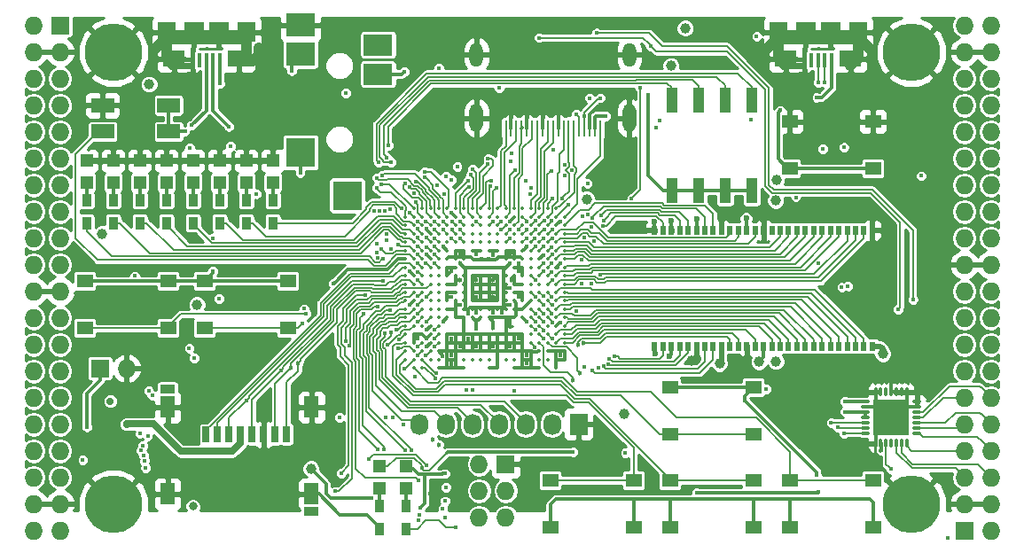
<source format=gtl>
G04 #@! TF.FileFunction,Copper,L1,Top,Signal*
%FSLAX46Y46*%
G04 Gerber Fmt 4.6, Leading zero omitted, Abs format (unit mm)*
G04 Created by KiCad (PCBNEW 4.0.7+dfsg1-1) date Sat Nov 11 00:22:13 2017*
%MOMM*%
%LPD*%
G01*
G04 APERTURE LIST*
%ADD10C,0.100000*%
%ADD11R,1.198880X1.198880*%
%ADD12R,0.560000X0.900000*%
%ADD13R,1.727200X1.727200*%
%ADD14O,1.727200X1.727200*%
%ADD15C,5.500000*%
%ADD16R,2.200000X1.400000*%
%ADD17R,0.900000X1.200000*%
%ADD18R,2.100000X1.600000*%
%ADD19R,1.900000X1.900000*%
%ADD20R,0.400000X1.350000*%
%ADD21R,1.800000X1.900000*%
%ADD22O,0.850000X0.300000*%
%ADD23O,0.300000X0.850000*%
%ADD24R,1.675000X1.675000*%
%ADD25R,1.727200X2.032000*%
%ADD26O,1.727200X2.032000*%
%ADD27R,2.800000X2.200000*%
%ADD28R,2.800000X2.800000*%
%ADD29R,2.800000X2.000000*%
%ADD30O,1.300000X2.700000*%
%ADD31O,1.300000X2.300000*%
%ADD32R,0.250000X1.600000*%
%ADD33R,1.550000X1.300000*%
%ADD34R,1.120000X2.440000*%
%ADD35C,0.350000*%
%ADD36R,0.700000X1.500000*%
%ADD37R,1.450000X0.900000*%
%ADD38R,1.450000X2.000000*%
%ADD39C,0.400000*%
%ADD40C,0.600000*%
%ADD41C,1.000000*%
%ADD42C,0.454000*%
%ADD43C,0.800000*%
%ADD44C,0.700000*%
%ADD45C,0.300000*%
%ADD46C,1.000000*%
%ADD47C,0.600000*%
%ADD48C,0.500000*%
%ADD49C,0.190000*%
%ADD50C,0.200000*%
%ADD51C,0.700000*%
%ADD52C,0.127000*%
%ADD53C,0.254000*%
G04 APERTURE END LIST*
D10*
D11*
X118230000Y-77709020D03*
X118230000Y-75610980D03*
X115690000Y-77709020D03*
X115690000Y-75610980D03*
X113150000Y-77709020D03*
X113150000Y-75610980D03*
X110610000Y-77709020D03*
X110610000Y-75610980D03*
X108070000Y-77709020D03*
X108070000Y-75610980D03*
X105530000Y-77709020D03*
X105530000Y-75610980D03*
X102990000Y-77709020D03*
X102990000Y-75610980D03*
X100450000Y-77709020D03*
X100450000Y-75610980D03*
D12*
X175480000Y-82270000D03*
X154680000Y-93330000D03*
X155480000Y-93330000D03*
X156280000Y-93330000D03*
X157080000Y-93330000D03*
X157880000Y-93330000D03*
X158680000Y-93330000D03*
X159480000Y-93330000D03*
X160280000Y-93330000D03*
X161080000Y-93330000D03*
X161880000Y-93330000D03*
X162680000Y-93330000D03*
X163480000Y-93330000D03*
X164280000Y-93330000D03*
X165080000Y-93330000D03*
X165880000Y-93330000D03*
X166680000Y-93330000D03*
X167480000Y-93330000D03*
X168280000Y-93330000D03*
X169080000Y-93330000D03*
X169880000Y-93330000D03*
X170680000Y-93330000D03*
X171480000Y-93330000D03*
X172280000Y-93330000D03*
X173080000Y-93330000D03*
X173880000Y-93330000D03*
X174680000Y-93330000D03*
X175480000Y-93330000D03*
X174680000Y-82270000D03*
X173880000Y-82270000D03*
X173080000Y-82270000D03*
X172280000Y-82270000D03*
X171480000Y-82270000D03*
X170680000Y-82270000D03*
X169880000Y-82270000D03*
X169080000Y-82270000D03*
X168280000Y-82270000D03*
X167480000Y-82270000D03*
X166680000Y-82270000D03*
X165880000Y-82270000D03*
X165080000Y-82270000D03*
X164280000Y-82270000D03*
X163480000Y-82270000D03*
X162680000Y-82270000D03*
X161880000Y-82270000D03*
X161080000Y-82270000D03*
X160280000Y-82270000D03*
X159480000Y-82270000D03*
X158680000Y-82270000D03*
X157880000Y-82270000D03*
X157080000Y-82270000D03*
X156280000Y-82270000D03*
X155480000Y-82270000D03*
X154680000Y-82270000D03*
D13*
X97910000Y-62690000D03*
D14*
X95370000Y-62690000D03*
X97910000Y-65230000D03*
X95370000Y-65230000D03*
X97910000Y-67770000D03*
X95370000Y-67770000D03*
X97910000Y-70310000D03*
X95370000Y-70310000D03*
X97910000Y-72850000D03*
X95370000Y-72850000D03*
X97910000Y-75390000D03*
X95370000Y-75390000D03*
X97910000Y-77930000D03*
X95370000Y-77930000D03*
X97910000Y-80470000D03*
X95370000Y-80470000D03*
X97910000Y-83010000D03*
X95370000Y-83010000D03*
X97910000Y-85550000D03*
X95370000Y-85550000D03*
X97910000Y-88090000D03*
X95370000Y-88090000D03*
X97910000Y-90630000D03*
X95370000Y-90630000D03*
X97910000Y-93170000D03*
X95370000Y-93170000D03*
X97910000Y-95710000D03*
X95370000Y-95710000D03*
X97910000Y-98250000D03*
X95370000Y-98250000D03*
X97910000Y-100790000D03*
X95370000Y-100790000D03*
X97910000Y-103330000D03*
X95370000Y-103330000D03*
X97910000Y-105870000D03*
X95370000Y-105870000D03*
X97910000Y-108410000D03*
X95370000Y-108410000D03*
X97910000Y-110950000D03*
X95370000Y-110950000D03*
D13*
X184270000Y-110950000D03*
D14*
X186810000Y-110950000D03*
X184270000Y-108410000D03*
X186810000Y-108410000D03*
X184270000Y-105870000D03*
X186810000Y-105870000D03*
X184270000Y-103330000D03*
X186810000Y-103330000D03*
X184270000Y-100790000D03*
X186810000Y-100790000D03*
X184270000Y-98250000D03*
X186810000Y-98250000D03*
X184270000Y-95710000D03*
X186810000Y-95710000D03*
X184270000Y-93170000D03*
X186810000Y-93170000D03*
X184270000Y-90630000D03*
X186810000Y-90630000D03*
X184270000Y-88090000D03*
X186810000Y-88090000D03*
X184270000Y-85550000D03*
X186810000Y-85550000D03*
X184270000Y-83010000D03*
X186810000Y-83010000D03*
X184270000Y-80470000D03*
X186810000Y-80470000D03*
X184270000Y-77930000D03*
X186810000Y-77930000D03*
X184270000Y-75390000D03*
X186810000Y-75390000D03*
X184270000Y-72850000D03*
X186810000Y-72850000D03*
X184270000Y-70310000D03*
X186810000Y-70310000D03*
X184270000Y-67770000D03*
X186810000Y-67770000D03*
X184270000Y-65230000D03*
X186810000Y-65230000D03*
X184270000Y-62690000D03*
X186810000Y-62690000D03*
D15*
X102990000Y-108410000D03*
X179190000Y-108410000D03*
X179190000Y-65230000D03*
X102990000Y-65230000D03*
D16*
X108274000Y-70330000D03*
X101974000Y-70330000D03*
X101974000Y-72830000D03*
X108274000Y-72830000D03*
D13*
X101720000Y-95456000D03*
D14*
X104260000Y-95456000D03*
D11*
X128390000Y-104820980D03*
X128390000Y-106919020D03*
X130930000Y-104820980D03*
X130930000Y-106919020D03*
D17*
X128390000Y-108580000D03*
X128390000Y-110780000D03*
X130930000Y-110780000D03*
X130930000Y-108580000D03*
D18*
X114980000Y-65875000D03*
X108780000Y-65875000D03*
D19*
X113080000Y-63325000D03*
X110680000Y-63325000D03*
D20*
X113180000Y-66000000D03*
X112530000Y-66000000D03*
X111880000Y-66000000D03*
X111230000Y-66000000D03*
X110580000Y-66000000D03*
D21*
X115680000Y-63325000D03*
X108080000Y-63325000D03*
D18*
X173400000Y-65875000D03*
X167200000Y-65875000D03*
D19*
X171500000Y-63325000D03*
X169100000Y-63325000D03*
D20*
X171600000Y-66000000D03*
X170950000Y-66000000D03*
X170300000Y-66000000D03*
X169650000Y-66000000D03*
X169000000Y-66000000D03*
D21*
X174100000Y-63325000D03*
X166500000Y-63325000D03*
D13*
X140455000Y-104600000D03*
D14*
X137915000Y-104600000D03*
X140455000Y-107140000D03*
X137915000Y-107140000D03*
X140455000Y-109680000D03*
X137915000Y-109680000D03*
D17*
X118230000Y-81570000D03*
X118230000Y-79370000D03*
X115690000Y-81570000D03*
X115690000Y-79370000D03*
X113150000Y-81570000D03*
X113150000Y-79370000D03*
X110610000Y-81570000D03*
X110610000Y-79370000D03*
X108070000Y-81570000D03*
X108070000Y-79370000D03*
X105530000Y-81570000D03*
X105530000Y-79370000D03*
X102990000Y-81570000D03*
X102990000Y-79370000D03*
X100450000Y-81570000D03*
X100450000Y-79370000D03*
D22*
X179735000Y-101655000D03*
X179735000Y-101155000D03*
X179735000Y-100655000D03*
X179735000Y-100155000D03*
X179735000Y-99655000D03*
X179735000Y-99155000D03*
X179735000Y-98655000D03*
D23*
X178785000Y-97705000D03*
X178285000Y-97705000D03*
X177785000Y-97705000D03*
X177285000Y-97705000D03*
X176785000Y-97705000D03*
X176285000Y-97705000D03*
X175785000Y-97705000D03*
D22*
X174835000Y-98655000D03*
X174835000Y-99155000D03*
X174835000Y-99655000D03*
X174835000Y-100155000D03*
X174835000Y-100655000D03*
X174835000Y-101155000D03*
X174835000Y-101655000D03*
D23*
X175785000Y-102605000D03*
X176285000Y-102605000D03*
X176785000Y-102605000D03*
X177285000Y-102605000D03*
X177785000Y-102605000D03*
X178285000Y-102605000D03*
X178785000Y-102605000D03*
D24*
X176447500Y-99317500D03*
X176447500Y-100992500D03*
X178122500Y-99317500D03*
X178122500Y-100992500D03*
D25*
X147440000Y-100790000D03*
D26*
X144900000Y-100790000D03*
X142360000Y-100790000D03*
X139820000Y-100790000D03*
X137280000Y-100790000D03*
X134740000Y-100790000D03*
X132200000Y-100790000D03*
D27*
X120880000Y-62640000D03*
X120880000Y-65440000D03*
D28*
X120880000Y-74840000D03*
X125330000Y-78940000D03*
D29*
X128280000Y-67340000D03*
X128280000Y-64540000D03*
D30*
X152280000Y-71550000D03*
X137680000Y-71550000D03*
D31*
X137680000Y-65500000D03*
D32*
X140480000Y-72500000D03*
X140980000Y-72500000D03*
X141480000Y-72500000D03*
X141980000Y-72500000D03*
X142480000Y-72500000D03*
X142980000Y-72500000D03*
X143480000Y-72500000D03*
X143980000Y-72500000D03*
X144480000Y-72500000D03*
X144980000Y-72500000D03*
X145480000Y-72500000D03*
X145980000Y-72500000D03*
X146480000Y-72500000D03*
X146980000Y-72500000D03*
X147480000Y-72500000D03*
X147980000Y-72500000D03*
X148480000Y-72500000D03*
X148980000Y-72500000D03*
X149480000Y-72500000D03*
D31*
X152280000Y-65500000D03*
D33*
X175550000Y-71870000D03*
X175550000Y-76370000D03*
X167590000Y-76370000D03*
X167590000Y-71870000D03*
X100280000Y-91610000D03*
X100280000Y-87110000D03*
X108240000Y-87110000D03*
X108240000Y-91610000D03*
X111710000Y-91610000D03*
X111710000Y-87110000D03*
X119670000Y-87110000D03*
X119670000Y-91610000D03*
X156160000Y-101770000D03*
X156160000Y-97270000D03*
X164120000Y-97270000D03*
X164120000Y-101770000D03*
X164120000Y-106160000D03*
X164120000Y-110660000D03*
X156160000Y-110660000D03*
X156160000Y-106160000D03*
X152690000Y-106160000D03*
X152690000Y-110660000D03*
X144730000Y-110660000D03*
X144730000Y-106160000D03*
X175550000Y-106160000D03*
X175550000Y-110660000D03*
X167590000Y-110660000D03*
X167590000Y-106160000D03*
D34*
X163950000Y-69815000D03*
X156330000Y-78425000D03*
X161410000Y-69815000D03*
X158870000Y-78425000D03*
X158870000Y-69815000D03*
X161410000Y-78425000D03*
X156330000Y-69815000D03*
X163950000Y-78425000D03*
D35*
X131680000Y-80200000D03*
X132480000Y-80200000D03*
X133280000Y-80200000D03*
X134080000Y-80200000D03*
X134880000Y-80200000D03*
X135680000Y-80200000D03*
X136480000Y-80200000D03*
X137280000Y-80200000D03*
X138080000Y-80200000D03*
X138880000Y-80200000D03*
X139680000Y-80200000D03*
X140480000Y-80200000D03*
X141280000Y-80200000D03*
X142080000Y-80200000D03*
X142880000Y-80200000D03*
X143680000Y-80200000D03*
X144480000Y-80200000D03*
X145280000Y-80200000D03*
X130880000Y-81000000D03*
X131680000Y-81000000D03*
X132480000Y-81000000D03*
X133280000Y-81000000D03*
X134080000Y-81000000D03*
X134880000Y-81000000D03*
X135680000Y-81000000D03*
X136480000Y-81000000D03*
X137280000Y-81000000D03*
X138080000Y-81000000D03*
X138880000Y-81000000D03*
X139680000Y-81000000D03*
X140480000Y-81000000D03*
X141280000Y-81000000D03*
X142080000Y-81000000D03*
X142880000Y-81000000D03*
X143680000Y-81000000D03*
X144480000Y-81000000D03*
X145280000Y-81000000D03*
X146080000Y-81000000D03*
X130880000Y-81800000D03*
X131680000Y-81800000D03*
X132480000Y-81800000D03*
X133280000Y-81800000D03*
X134080000Y-81800000D03*
X134880000Y-81800000D03*
X135680000Y-81800000D03*
X136480000Y-81800000D03*
X137280000Y-81800000D03*
X138080000Y-81800000D03*
X138880000Y-81800000D03*
X139680000Y-81800000D03*
X140480000Y-81800000D03*
X141280000Y-81800000D03*
X142080000Y-81800000D03*
X142880000Y-81800000D03*
X143680000Y-81800000D03*
X144480000Y-81800000D03*
X145280000Y-81800000D03*
X146080000Y-81800000D03*
X130880000Y-82600000D03*
X131680000Y-82600000D03*
X132480000Y-82600000D03*
X133280000Y-82600000D03*
X134080000Y-82600000D03*
X134880000Y-82600000D03*
X135680000Y-82600000D03*
X136480000Y-82600000D03*
X137280000Y-82600000D03*
X138080000Y-82600000D03*
X138880000Y-82600000D03*
X139680000Y-82600000D03*
X140480000Y-82600000D03*
X141280000Y-82600000D03*
X142080000Y-82600000D03*
X142880000Y-82600000D03*
X143680000Y-82600000D03*
X144480000Y-82600000D03*
X145280000Y-82600000D03*
X146080000Y-82600000D03*
X130880000Y-83400000D03*
X131680000Y-83400000D03*
X132480000Y-83400000D03*
X133280000Y-83400000D03*
X134080000Y-83400000D03*
X134880000Y-83400000D03*
X135680000Y-83400000D03*
X136480000Y-83400000D03*
X137280000Y-83400000D03*
X138080000Y-83400000D03*
X138880000Y-83400000D03*
X139680000Y-83400000D03*
X140480000Y-83400000D03*
X141280000Y-83400000D03*
X142080000Y-83400000D03*
X142880000Y-83400000D03*
X143680000Y-83400000D03*
X144480000Y-83400000D03*
X145280000Y-83400000D03*
X146080000Y-83400000D03*
X130880000Y-84200000D03*
X131680000Y-84200000D03*
X132480000Y-84200000D03*
X133280000Y-84200000D03*
X134080000Y-84200000D03*
X134880000Y-84200000D03*
X135680000Y-84200000D03*
X136480000Y-84200000D03*
X137280000Y-84200000D03*
X138080000Y-84200000D03*
X138880000Y-84200000D03*
X139680000Y-84200000D03*
X140480000Y-84200000D03*
X141280000Y-84200000D03*
X142080000Y-84200000D03*
X142880000Y-84200000D03*
X143680000Y-84200000D03*
X144480000Y-84200000D03*
X145280000Y-84200000D03*
X146080000Y-84200000D03*
X130880000Y-85000000D03*
X131680000Y-85000000D03*
X132480000Y-85000000D03*
X133280000Y-85000000D03*
X134080000Y-85000000D03*
X134880000Y-85000000D03*
X135680000Y-85000000D03*
X136480000Y-85000000D03*
X137280000Y-85000000D03*
X138080000Y-85000000D03*
X138880000Y-85000000D03*
X139680000Y-85000000D03*
X140480000Y-85000000D03*
X141280000Y-85000000D03*
X142080000Y-85000000D03*
X142880000Y-85000000D03*
X143680000Y-85000000D03*
X144480000Y-85000000D03*
X145280000Y-85000000D03*
X146080000Y-85000000D03*
X130880000Y-85800000D03*
X131680000Y-85800000D03*
X132480000Y-85800000D03*
X133280000Y-85800000D03*
X134080000Y-85800000D03*
X134880000Y-85800000D03*
X135680000Y-85800000D03*
X136480000Y-85800000D03*
X137280000Y-85800000D03*
X138080000Y-85800000D03*
X138880000Y-85800000D03*
X139680000Y-85800000D03*
X140480000Y-85800000D03*
X141280000Y-85800000D03*
X142080000Y-85800000D03*
X142880000Y-85800000D03*
X143680000Y-85800000D03*
X144480000Y-85800000D03*
X145280000Y-85800000D03*
X146080000Y-85800000D03*
X130880000Y-86600000D03*
X131680000Y-86600000D03*
X132480000Y-86600000D03*
X133280000Y-86600000D03*
X134080000Y-86600000D03*
X134880000Y-86600000D03*
X135680000Y-86600000D03*
X136480000Y-86600000D03*
X137280000Y-86600000D03*
X138080000Y-86600000D03*
X138880000Y-86600000D03*
X139680000Y-86600000D03*
X140480000Y-86600000D03*
X141280000Y-86600000D03*
X142080000Y-86600000D03*
X142880000Y-86600000D03*
X143680000Y-86600000D03*
X144480000Y-86600000D03*
X145280000Y-86600000D03*
X146080000Y-86600000D03*
X130880000Y-87400000D03*
X131680000Y-87400000D03*
X132480000Y-87400000D03*
X133280000Y-87400000D03*
X134080000Y-87400000D03*
X134880000Y-87400000D03*
X135680000Y-87400000D03*
X136480000Y-87400000D03*
X137280000Y-87400000D03*
X138080000Y-87400000D03*
X138880000Y-87400000D03*
X139680000Y-87400000D03*
X140480000Y-87400000D03*
X141280000Y-87400000D03*
X142080000Y-87400000D03*
X142880000Y-87400000D03*
X143680000Y-87400000D03*
X144480000Y-87400000D03*
X145280000Y-87400000D03*
X146080000Y-87400000D03*
X130880000Y-88200000D03*
X131680000Y-88200000D03*
X132480000Y-88200000D03*
X133280000Y-88200000D03*
X134080000Y-88200000D03*
X134880000Y-88200000D03*
X135680000Y-88200000D03*
X136480000Y-88200000D03*
X137280000Y-88200000D03*
X138080000Y-88200000D03*
X138880000Y-88200000D03*
X139680000Y-88200000D03*
X140480000Y-88200000D03*
X141280000Y-88200000D03*
X142080000Y-88200000D03*
X142880000Y-88200000D03*
X143680000Y-88200000D03*
X144480000Y-88200000D03*
X145280000Y-88200000D03*
X146080000Y-88200000D03*
X130880000Y-89000000D03*
X131680000Y-89000000D03*
X132480000Y-89000000D03*
X133280000Y-89000000D03*
X134080000Y-89000000D03*
X134880000Y-89000000D03*
X135680000Y-89000000D03*
X136480000Y-89000000D03*
X137280000Y-89000000D03*
X138080000Y-89000000D03*
X138880000Y-89000000D03*
X139680000Y-89000000D03*
X140480000Y-89000000D03*
X141280000Y-89000000D03*
X142080000Y-89000000D03*
X142880000Y-89000000D03*
X143680000Y-89000000D03*
X144480000Y-89000000D03*
X145280000Y-89000000D03*
X146080000Y-89000000D03*
X130880000Y-89800000D03*
X131680000Y-89800000D03*
X132480000Y-89800000D03*
X133280000Y-89800000D03*
X134080000Y-89800000D03*
X134880000Y-89800000D03*
X135680000Y-89800000D03*
X136480000Y-89800000D03*
X137280000Y-89800000D03*
X138080000Y-89800000D03*
X138880000Y-89800000D03*
X139680000Y-89800000D03*
X140480000Y-89800000D03*
X141280000Y-89800000D03*
X142080000Y-89800000D03*
X142880000Y-89800000D03*
X143680000Y-89800000D03*
X144480000Y-89800000D03*
X145280000Y-89800000D03*
X146080000Y-89800000D03*
X130880000Y-90600000D03*
X131680000Y-90600000D03*
X132480000Y-90600000D03*
X133280000Y-90600000D03*
X134080000Y-90600000D03*
X134880000Y-90600000D03*
X135680000Y-90600000D03*
X136480000Y-90600000D03*
X137280000Y-90600000D03*
X138080000Y-90600000D03*
X138880000Y-90600000D03*
X139680000Y-90600000D03*
X140480000Y-90600000D03*
X141280000Y-90600000D03*
X142080000Y-90600000D03*
X142880000Y-90600000D03*
X143680000Y-90600000D03*
X144480000Y-90600000D03*
X145280000Y-90600000D03*
X146080000Y-90600000D03*
X130880000Y-91400000D03*
X131680000Y-91400000D03*
X132480000Y-91400000D03*
X133280000Y-91400000D03*
X134080000Y-91400000D03*
X142880000Y-91400000D03*
X143680000Y-91400000D03*
X144480000Y-91400000D03*
X145280000Y-91400000D03*
X146080000Y-91400000D03*
X130880000Y-92200000D03*
X131680000Y-92200000D03*
X132480000Y-92200000D03*
X133280000Y-92200000D03*
X134080000Y-92200000D03*
X134880000Y-92200000D03*
X135680000Y-92200000D03*
X136480000Y-92200000D03*
X137280000Y-92200000D03*
X138080000Y-92200000D03*
X138880000Y-92200000D03*
X139680000Y-92200000D03*
X140480000Y-92200000D03*
X141280000Y-92200000D03*
X142080000Y-92200000D03*
X142880000Y-92200000D03*
X143680000Y-92200000D03*
X144480000Y-92200000D03*
X145280000Y-92200000D03*
X146080000Y-92200000D03*
X130880000Y-93000000D03*
X131680000Y-93000000D03*
X132480000Y-93000000D03*
X133280000Y-93000000D03*
X134080000Y-93000000D03*
X134880000Y-93000000D03*
X135680000Y-93000000D03*
X136480000Y-93000000D03*
X137280000Y-93000000D03*
X138080000Y-93000000D03*
X138880000Y-93000000D03*
X139680000Y-93000000D03*
X140480000Y-93000000D03*
X141280000Y-93000000D03*
X142080000Y-93000000D03*
X142880000Y-93000000D03*
X143680000Y-93000000D03*
X144480000Y-93000000D03*
X145280000Y-93000000D03*
X146080000Y-93000000D03*
X130880000Y-93800000D03*
X131680000Y-93800000D03*
X132480000Y-93800000D03*
X133280000Y-93800000D03*
X134080000Y-93800000D03*
X134880000Y-93800000D03*
X135680000Y-93800000D03*
X136480000Y-93800000D03*
X137280000Y-93800000D03*
X138080000Y-93800000D03*
X138880000Y-93800000D03*
X139680000Y-93800000D03*
X140480000Y-93800000D03*
X141280000Y-93800000D03*
X142080000Y-93800000D03*
X142880000Y-93800000D03*
X143680000Y-93800000D03*
X144480000Y-93800000D03*
X145280000Y-93800000D03*
X146080000Y-93800000D03*
X130880000Y-94600000D03*
X131680000Y-94600000D03*
X132480000Y-94600000D03*
X133280000Y-94600000D03*
X134080000Y-94600000D03*
X134880000Y-94600000D03*
X135680000Y-94600000D03*
X136480000Y-94600000D03*
X137280000Y-94600000D03*
X138080000Y-94600000D03*
X138880000Y-94600000D03*
X139680000Y-94600000D03*
X140480000Y-94600000D03*
X141280000Y-94600000D03*
X142080000Y-94600000D03*
X142880000Y-94600000D03*
X143680000Y-94600000D03*
X144480000Y-94600000D03*
X145280000Y-94600000D03*
X146080000Y-94600000D03*
X131680000Y-95400000D03*
X132480000Y-95400000D03*
X134080000Y-95400000D03*
X134880000Y-95400000D03*
X135680000Y-95400000D03*
X136480000Y-95400000D03*
X138880000Y-95400000D03*
X139680000Y-95400000D03*
X141280000Y-95400000D03*
X142080000Y-95400000D03*
X142880000Y-95400000D03*
X143680000Y-95400000D03*
X145280000Y-95400000D03*
D36*
X111855000Y-101765000D03*
X112955000Y-101765000D03*
X114055000Y-101765000D03*
X115155000Y-101765000D03*
X116255000Y-101765000D03*
X117355000Y-101765000D03*
X118455000Y-101765000D03*
X119555000Y-101765000D03*
D37*
X108180000Y-97465000D03*
X121930000Y-109115000D03*
D38*
X121930000Y-99165000D03*
X108180000Y-99165000D03*
X108180000Y-107465000D03*
X121930000Y-107465000D03*
D39*
X132871770Y-84533979D03*
X132862998Y-82124544D03*
X131278306Y-86213101D03*
X135281276Y-80583119D03*
X131279502Y-89407325D03*
X170309539Y-85441529D03*
X145698456Y-91073766D03*
D40*
X156262773Y-81349374D03*
X154657528Y-81463649D03*
D41*
X158233687Y-94760979D03*
D39*
X145672808Y-85396062D03*
X144103186Y-84622010D03*
X133216000Y-107465000D03*
X137680000Y-88600000D03*
X142480000Y-95000000D03*
X141680000Y-92600000D03*
X140836000Y-84534000D03*
X135284627Y-94985297D03*
X135288625Y-94225619D03*
X134455822Y-94267172D03*
X136095958Y-93369652D03*
D42*
X139264636Y-91615205D03*
D41*
X116880503Y-64802940D03*
X106974809Y-64953974D03*
X175210328Y-64948943D03*
X165417246Y-64954666D03*
D39*
X175495631Y-71457432D03*
X145680000Y-94177990D03*
X177285000Y-95710000D03*
D41*
X177229911Y-82281349D03*
D40*
X164741832Y-81130572D03*
X161067993Y-81216119D03*
D41*
X162992748Y-94820185D03*
D39*
X140880000Y-81400000D03*
X136085174Y-89394826D03*
X145680000Y-81400000D03*
X140874194Y-91433353D03*
X142480000Y-94200000D03*
X140880000Y-93400000D03*
X139280000Y-93400000D03*
X137680000Y-93400000D03*
X136880000Y-92600000D03*
X135280000Y-92600000D03*
X132880000Y-91800000D03*
X132880000Y-93400000D03*
D42*
X141042859Y-86994997D03*
X139280000Y-87000000D03*
X136110990Y-86995403D03*
X137680000Y-87000000D03*
X136080000Y-84600000D03*
X139280000Y-88600000D03*
D41*
X166343357Y-77477990D03*
D39*
X172564535Y-87722010D03*
D41*
X121861867Y-105030174D03*
D39*
X150030853Y-71331848D03*
X127656639Y-107816792D03*
D41*
X156235582Y-66548363D03*
X166248957Y-79408030D03*
X101932065Y-82585048D03*
X106417803Y-68312483D03*
X166280000Y-94800000D03*
X157600000Y-62944000D03*
D39*
X180137420Y-77069467D03*
X148271935Y-77777990D03*
D43*
X110593913Y-108636458D03*
D41*
X160884708Y-94994498D03*
D40*
X156077107Y-94326957D03*
X154726292Y-94009946D03*
D39*
X173137949Y-87594275D03*
D41*
X148202454Y-79278787D03*
D44*
X102710050Y-98594954D03*
D39*
X154794000Y-72426000D03*
X129005202Y-100174798D03*
X137659051Y-91638034D03*
X139820000Y-68665673D03*
X172834633Y-99599920D03*
X172879922Y-98618650D03*
X176305593Y-103279812D03*
X165349214Y-97422919D03*
X164433885Y-63737451D03*
X134079160Y-66786153D03*
X109828000Y-72830000D03*
X116654336Y-78777990D03*
D41*
X176474303Y-94069095D03*
D40*
X163422030Y-81120665D03*
X158680000Y-81210838D03*
D39*
X112515000Y-83010000D03*
X100080000Y-104200000D03*
X113080000Y-88800000D03*
D41*
X164653770Y-94825547D03*
D39*
X135273306Y-88618602D03*
X139272517Y-84611349D03*
X137680556Y-84534085D03*
X141680000Y-86200000D03*
X135280000Y-86200000D03*
X132880000Y-92600000D03*
X132080000Y-92600000D03*
X141680000Y-88600000D03*
X141680000Y-85400000D03*
D41*
X151758000Y-99774000D03*
D39*
X136885174Y-90194826D03*
X140094890Y-90122990D03*
X139280000Y-90122990D03*
X140880000Y-89400000D03*
X137680000Y-90172990D03*
X140880000Y-87800000D03*
X140880000Y-85400000D03*
D42*
X136080000Y-85400000D03*
D39*
X121401947Y-90251871D03*
X129988160Y-91721995D03*
X130302262Y-92700329D03*
X121041200Y-91125073D03*
D41*
X110991000Y-89360000D03*
D39*
X142480000Y-91000000D03*
X142480000Y-83800000D03*
X134480000Y-83800000D03*
X134480000Y-91000000D03*
X125193541Y-69156848D03*
X105037711Y-86632990D03*
X155149360Y-71764535D03*
X170182962Y-69571012D03*
X170362901Y-107286196D03*
X158716651Y-107325176D03*
X137295592Y-97538017D03*
X134750646Y-106810513D03*
X133680000Y-91800000D03*
D42*
X134074414Y-102752225D03*
D39*
X136740903Y-97514503D03*
X134675868Y-108131585D03*
D42*
X133449289Y-102232615D03*
D39*
X133680000Y-92600000D03*
X133685482Y-93402296D03*
X127358154Y-104128048D03*
X132936956Y-104698915D03*
X134463998Y-108841973D03*
X130692380Y-100790000D03*
X131808905Y-96227367D03*
X134636872Y-109719950D03*
X132846234Y-94197073D03*
X120834553Y-76779094D03*
X130761990Y-67119621D03*
X147186000Y-71200000D03*
X148477832Y-69619684D03*
X147983153Y-71347080D03*
X149475951Y-69619684D03*
X177926984Y-89812061D03*
X154329326Y-64643767D03*
X152497066Y-79193467D03*
X146481406Y-79819384D03*
X153322343Y-68673419D03*
X143650666Y-63862520D03*
X179351513Y-88868327D03*
X149134122Y-63424051D03*
X140035989Y-81400000D03*
X132083026Y-86260405D03*
X128776655Y-87135140D03*
X115729998Y-98493136D03*
X119008515Y-95662939D03*
D42*
X119978162Y-95412951D03*
X120634035Y-94977604D03*
D39*
X113212238Y-68244401D03*
X144962492Y-79235378D03*
X145834002Y-79198109D03*
X131453853Y-103260518D03*
X149771692Y-81825658D03*
X144080000Y-86200000D03*
X149520824Y-86534121D03*
X144894316Y-86977564D03*
X144873936Y-83860397D03*
X149549750Y-80868432D03*
D42*
X147355672Y-93219294D03*
D39*
X144113248Y-92588762D03*
X144875155Y-86218896D03*
X149846468Y-81303978D03*
X144916886Y-83016385D03*
X148719886Y-81056015D03*
D42*
X147915304Y-93063131D03*
D39*
X144882352Y-92577990D03*
X148747982Y-95669626D03*
X144891634Y-91073766D03*
X149795895Y-95251084D03*
X144867244Y-90229755D03*
X150278898Y-95040253D03*
X144892596Y-89385743D03*
X150345974Y-94517527D03*
X144877648Y-88622010D03*
X150889207Y-94332565D03*
X143280000Y-87000000D03*
X130807074Y-95454141D03*
X130171404Y-93544341D03*
X132080000Y-93400000D03*
X129196652Y-93209125D03*
X133852393Y-95875797D03*
X141280000Y-97600000D03*
X133762848Y-96395146D03*
X132080000Y-94200000D03*
X128610772Y-84072485D03*
X105895603Y-103765816D03*
X132075624Y-89410644D03*
X129449238Y-89926948D03*
X130839486Y-103260518D03*
X128806823Y-103185900D03*
X128251440Y-89564206D03*
X132162861Y-106185868D03*
X132880000Y-88600000D03*
X127040053Y-88481065D03*
X124741825Y-105494691D03*
X132080000Y-87000000D03*
X125499542Y-93250681D03*
X124202418Y-107207639D03*
X110313517Y-74380698D03*
X132146108Y-109940263D03*
X114166000Y-74247000D03*
X132189000Y-109415000D03*
X135315381Y-81391918D03*
X135280062Y-77463305D03*
X134471370Y-81406751D03*
X134758050Y-77130140D03*
X132761172Y-77202673D03*
X132737245Y-76676207D03*
X128644933Y-77050030D03*
X128152012Y-77241956D03*
X128125571Y-78233647D03*
X110718734Y-94451783D03*
X128590544Y-77894041D03*
X110249038Y-93533767D03*
X106368514Y-97613395D03*
X131253134Y-78134216D03*
X132783339Y-81400004D03*
X106741168Y-98035405D03*
X131709326Y-78745875D03*
X132079024Y-82984045D03*
X129109095Y-82655074D03*
X105572759Y-101661319D03*
X132880889Y-83897835D03*
X129054383Y-83179239D03*
X106281049Y-101893466D03*
X132083682Y-83828056D03*
X129485142Y-84082415D03*
X105813763Y-102819336D03*
X132062099Y-84533979D03*
X128165458Y-83528763D03*
X105627254Y-103312241D03*
X128183315Y-84380742D03*
X105992720Y-104283802D03*
X133671942Y-84595200D03*
X132834641Y-85377990D03*
X128203260Y-84907376D03*
X106088753Y-104974041D03*
D42*
X146862501Y-96617499D03*
X147534467Y-95913260D03*
D39*
X147927932Y-95329243D03*
X143280000Y-91000000D03*
X149284391Y-95377990D03*
X144077013Y-90266968D03*
X147207648Y-89973043D03*
X144076240Y-89395301D03*
X143281824Y-90201951D03*
X144102010Y-85397219D03*
X147687522Y-85093328D03*
X144868096Y-85371354D03*
X148610669Y-81900026D03*
X144102010Y-83000000D03*
X144888125Y-82172374D03*
X147695541Y-87377990D03*
X144082832Y-88584510D03*
X148688598Y-87378077D03*
X143278026Y-88595030D03*
X144125486Y-82186468D03*
X148298275Y-80739810D03*
X144876540Y-81328363D03*
X147802234Y-80917812D03*
X139280000Y-81400000D03*
X139578623Y-78205862D03*
X139034115Y-78040948D03*
X139046749Y-77514088D03*
X138775679Y-75942989D03*
X138779198Y-75400762D03*
X137680000Y-81400000D03*
X137308732Y-76415018D03*
X137106948Y-76979922D03*
X136859538Y-77550820D03*
X136922059Y-78097889D03*
X136096392Y-81395070D03*
X135830698Y-76200613D03*
X148878722Y-83261032D03*
X144915665Y-84598743D03*
X148001372Y-82958777D03*
X144103186Y-83777990D03*
X142841210Y-78784254D03*
X142473549Y-82998913D03*
X142437464Y-82181475D03*
X142911762Y-78217369D03*
X144144931Y-81387081D03*
X146080163Y-77044970D03*
X144797106Y-76565342D03*
X143281475Y-82206074D03*
X146778972Y-76522403D03*
X143300920Y-81377293D03*
X146080000Y-76000000D03*
X141662690Y-82207782D03*
X145017056Y-74592808D03*
X142456909Y-81405800D03*
X140030954Y-82200000D03*
X141342967Y-76554996D03*
X141046643Y-74873804D03*
X140864029Y-83041403D03*
X140874966Y-82177164D03*
X140980062Y-75681941D03*
X132872609Y-82968555D03*
X132080007Y-82103333D03*
X132080000Y-81400000D03*
X131847310Y-79589886D03*
X130856828Y-77786820D03*
X131923295Y-77584853D03*
X133648389Y-82190597D03*
X133627359Y-81414685D03*
X129477855Y-92000822D03*
X132880000Y-91000000D03*
X128879646Y-92111037D03*
X132077648Y-90977990D03*
X131275302Y-80595752D03*
X130489904Y-80167235D03*
X132072985Y-85377990D03*
X128723655Y-84990627D03*
X134476508Y-82180155D03*
X133942383Y-77980766D03*
X163908850Y-71651861D03*
X135656559Y-110610712D03*
X132448438Y-104994496D03*
X146844288Y-103452739D03*
X134707351Y-105508447D03*
X132280000Y-108800000D03*
D44*
X104260000Y-100790000D03*
D39*
X112515000Y-86185000D03*
X169506589Y-107953726D03*
X163277422Y-98501717D03*
X170157734Y-105666345D03*
X170735900Y-74464979D03*
X143257990Y-83000000D03*
X168166438Y-79108038D03*
X151896383Y-103510715D03*
X114039000Y-72342000D03*
X110483000Y-72215000D03*
X143269694Y-93414905D03*
X177274002Y-105079115D03*
X172761273Y-101651681D03*
X143280000Y-91800000D03*
X172193360Y-101105663D03*
X144064831Y-91877646D03*
X171540304Y-100645743D03*
X144080000Y-91000000D03*
X154044000Y-69294000D03*
X128349062Y-75753924D03*
X134613000Y-78819000D03*
X135280000Y-83022010D03*
X135320520Y-82196441D03*
X129493343Y-75737814D03*
X136080000Y-82200000D03*
X129125079Y-75315804D03*
X136080000Y-83000000D03*
X129252218Y-74142461D03*
X142393877Y-77513877D03*
X172746637Y-74347988D03*
X143280000Y-83800000D03*
X170300000Y-68151000D03*
X170950000Y-68125562D03*
X125167387Y-92841517D03*
X121206217Y-89762554D03*
X132082956Y-90210779D03*
X182675150Y-111637626D03*
X124027706Y-87347706D03*
X124027707Y-87347707D03*
X166678914Y-70803555D03*
X129660000Y-100155000D03*
X124580000Y-100155000D03*
X132084049Y-88558274D03*
X126880008Y-90276109D03*
X128280000Y-103200000D03*
X100450000Y-101044000D03*
X120008000Y-67008000D03*
X127889625Y-80407426D03*
X133680000Y-85400000D03*
X130204628Y-83599483D03*
X128416582Y-80399850D03*
X133680000Y-83800000D03*
X128943593Y-80399729D03*
X133680000Y-83000000D03*
X129457990Y-80285112D03*
D45*
X132871770Y-84591770D02*
X132871770Y-84533979D01*
X133280000Y-85000000D02*
X132871770Y-84591770D01*
X133280000Y-82600000D02*
X132862998Y-82182998D01*
X132862998Y-82182998D02*
X132862998Y-82124544D01*
X131293101Y-86213101D02*
X131278306Y-86213101D01*
X131680000Y-86600000D02*
X131293101Y-86213101D01*
X140480000Y-90600000D02*
X140480000Y-92200000D01*
X135281276Y-80601276D02*
X135281276Y-80583119D01*
X135680000Y-81000000D02*
X135281276Y-80601276D01*
X131279502Y-89400498D02*
X131279502Y-89407325D01*
X131680000Y-89000000D02*
X131279502Y-89400498D01*
X145280000Y-91400000D02*
X145606234Y-91073766D01*
X145606234Y-91073766D02*
X145698456Y-91073766D01*
X156280000Y-82270000D02*
X156280000Y-81366601D01*
X156280000Y-81366601D02*
X156262773Y-81349374D01*
X154680000Y-81486121D02*
X154657528Y-81463649D01*
X154680000Y-82270000D02*
X154680000Y-81486121D01*
X158680000Y-93330000D02*
X158680000Y-94314666D01*
X158680000Y-94314666D02*
X158233687Y-94760979D01*
X145672808Y-85407192D02*
X145672808Y-85396062D01*
X145280000Y-85800000D02*
X145672808Y-85407192D01*
X143680000Y-85000000D02*
X144057990Y-84622010D01*
X144057990Y-84622010D02*
X144103186Y-84622010D01*
X148480000Y-71200000D02*
X149230000Y-70450000D01*
X148480000Y-72500000D02*
X148480000Y-71200000D01*
X145480000Y-72500000D02*
X145480000Y-71200000D01*
X143980000Y-72500000D02*
X143980000Y-71200000D01*
X142480000Y-72500000D02*
X142480000Y-71450000D01*
X142480000Y-71200000D02*
X142480000Y-71450000D01*
X140980000Y-72500000D02*
X140980000Y-71200000D01*
X121930000Y-107465000D02*
X122619000Y-107465000D01*
X122619000Y-107465000D02*
X124580000Y-109426000D01*
X124580000Y-109426000D02*
X127186000Y-109426000D01*
X127186000Y-109426000D02*
X128390000Y-110630000D01*
X128390000Y-110630000D02*
X128390000Y-110780000D01*
X137280000Y-89000000D02*
X137680000Y-88600000D01*
X142480000Y-94600000D02*
X142880000Y-94600000D01*
X142080000Y-94600000D02*
X142480000Y-94600000D01*
X142480000Y-94600000D02*
X142480000Y-95000000D01*
X141680000Y-92200000D02*
X142080000Y-92200000D01*
X141280000Y-92200000D02*
X141680000Y-92200000D01*
X141680000Y-92200000D02*
X141680000Y-92600000D01*
X141280000Y-84200000D02*
X141170000Y-84200000D01*
X141170000Y-84200000D02*
X140836000Y-84534000D01*
X135284627Y-95395373D02*
X135284627Y-95268139D01*
X135280000Y-95400000D02*
X135284627Y-95395373D01*
X135284627Y-95268139D02*
X135284627Y-94985297D01*
X135288625Y-93942777D02*
X135288625Y-94225619D01*
X135288625Y-93808625D02*
X135288625Y-93942777D01*
X135280000Y-93800000D02*
X135288625Y-93808625D01*
X134455822Y-94175822D02*
X134455822Y-94267172D01*
X134080000Y-93800000D02*
X134455822Y-94175822D01*
X145280000Y-94600000D02*
X145280000Y-95400000D01*
X143498655Y-93891906D02*
X143590561Y-93800000D01*
X143040733Y-93891906D02*
X143498655Y-93891906D01*
X142880000Y-93800000D02*
X142948827Y-93800000D01*
X142948827Y-93800000D02*
X143040733Y-93891906D01*
X143590561Y-93800000D02*
X143680000Y-93800000D01*
X145280000Y-93800000D02*
X144480000Y-93800000D01*
X146080000Y-94600000D02*
X146080000Y-93800000D01*
X145280000Y-94600000D02*
X146080000Y-94600000D01*
X142080000Y-95400000D02*
X142080000Y-94600000D01*
X142880000Y-95400000D02*
X142880000Y-94600000D01*
X142880000Y-95400000D02*
X143680000Y-95400000D01*
X142080000Y-95400000D02*
X142880000Y-95400000D01*
X141280000Y-95400000D02*
X142080000Y-95400000D01*
X142080000Y-93000000D02*
X142080000Y-93800000D01*
X138880000Y-92200000D02*
X138880000Y-93000000D01*
X139680000Y-92200000D02*
X139680000Y-93000000D01*
X140480000Y-93000000D02*
X140480000Y-92200000D01*
X141280000Y-93000000D02*
X141280000Y-92200000D01*
X142080000Y-93000000D02*
X141280000Y-93000000D01*
X142080000Y-92200000D02*
X142080000Y-93000000D01*
X140480000Y-92200000D02*
X141280000Y-92200000D01*
X139680000Y-92200000D02*
X140480000Y-92200000D01*
X138880000Y-92200000D02*
X139680000Y-92200000D01*
X138080000Y-92200000D02*
X138880000Y-92200000D01*
X136095958Y-93086810D02*
X136095958Y-93369652D01*
X136080000Y-93000000D02*
X136095958Y-93015958D01*
X136095958Y-93015958D02*
X136095958Y-93086810D01*
X139264636Y-91294179D02*
X139264636Y-91615205D01*
X139264636Y-90984636D02*
X139264636Y-91294179D01*
X138880000Y-90600000D02*
X139264636Y-90984636D01*
D46*
X116880503Y-65510046D02*
X116880503Y-64802940D01*
X116265561Y-66124988D02*
X116880503Y-65510046D01*
X115680000Y-65910000D02*
X115894988Y-66124988D01*
X115680000Y-63960000D02*
X115680000Y-65910000D01*
X115894988Y-66124988D02*
X116265561Y-66124988D01*
X107474808Y-64453975D02*
X106974809Y-64953974D01*
X107968783Y-63960000D02*
X107474808Y-64453975D01*
X108080000Y-63960000D02*
X107968783Y-63960000D01*
X174710329Y-64448944D02*
X175210328Y-64948943D01*
X174100000Y-63960000D02*
X174221385Y-63960000D01*
X174221385Y-63960000D02*
X174710329Y-64448944D01*
X165917245Y-64454667D02*
X165417246Y-64954666D01*
X166411912Y-63960000D02*
X165917245Y-64454667D01*
X166500000Y-63960000D02*
X166411912Y-63960000D01*
D45*
X175495631Y-71740274D02*
X175495631Y-71457432D01*
X175495631Y-72230631D02*
X175495631Y-71740274D01*
X175535000Y-72270000D02*
X175495631Y-72230631D01*
D47*
X108780000Y-66510000D02*
X110455000Y-66510000D01*
D45*
X110455000Y-66510000D02*
X110580000Y-66635000D01*
D46*
X108080000Y-63960000D02*
X108080000Y-65810000D01*
X108080000Y-65810000D02*
X108780000Y-66510000D01*
X115680000Y-63960000D02*
X115680000Y-65810000D01*
D45*
X115680000Y-65810000D02*
X114980000Y-66510000D01*
D46*
X113080000Y-63960000D02*
X115680000Y-63960000D01*
X110680000Y-63960000D02*
X113080000Y-63960000D01*
X108080000Y-63960000D02*
X110680000Y-63960000D01*
D47*
X167200000Y-66510000D02*
X168875000Y-66510000D01*
D45*
X168875000Y-66510000D02*
X169000000Y-66635000D01*
D46*
X174100000Y-63960000D02*
X174100000Y-65810000D01*
X174100000Y-65810000D02*
X173400000Y-66510000D01*
X166500000Y-63960000D02*
X166500000Y-65810000D01*
X166500000Y-65810000D02*
X167200000Y-66510000D01*
X171500000Y-63960000D02*
X174100000Y-63960000D01*
X169100000Y-63960000D02*
X171500000Y-63960000D01*
X166500000Y-63960000D02*
X169100000Y-63960000D01*
D45*
X145680000Y-93800000D02*
X145680000Y-94177990D01*
X178785000Y-97705000D02*
X178785000Y-98655000D01*
X178785000Y-98655000D02*
X178122500Y-99317500D01*
X176285000Y-97705000D02*
X175785000Y-97705000D01*
X175785000Y-102605000D02*
X175785000Y-101655000D01*
X175785000Y-101655000D02*
X176447500Y-100992500D01*
X178122500Y-99317500D02*
X178122500Y-100992500D01*
X176447500Y-99317500D02*
X178122500Y-99317500D01*
X176447500Y-100992500D02*
X178122500Y-100992500D01*
X177285000Y-97705000D02*
X177285000Y-95710000D01*
X178122500Y-99317500D02*
X178285000Y-99155000D01*
X178285000Y-99155000D02*
X179735000Y-99155000D01*
X179735000Y-98655000D02*
X179735000Y-99155000D01*
X177785000Y-97705000D02*
X177920000Y-97705000D01*
X177920000Y-97705000D02*
X178285000Y-97705000D01*
X178285000Y-97705000D02*
X178785000Y-97705000D01*
X177285000Y-97705000D02*
X177785000Y-97705000D01*
X175785000Y-97705000D02*
X175785000Y-98655000D01*
X175785000Y-98655000D02*
X176447500Y-99317500D01*
X174835000Y-99155000D02*
X176285000Y-99155000D01*
X176285000Y-99155000D02*
X176447500Y-99317500D01*
X177241260Y-82270000D02*
X177229911Y-82281349D01*
X164941831Y-81330571D02*
X164741832Y-81130572D01*
X165080000Y-81468740D02*
X164941831Y-81330571D01*
X165080000Y-82270000D02*
X165080000Y-81468740D01*
X161080000Y-81228126D02*
X161067993Y-81216119D01*
X161080000Y-82270000D02*
X161080000Y-81228126D01*
D48*
X175480000Y-82270000D02*
X177241260Y-82270000D01*
D45*
X163192747Y-94620186D02*
X162992748Y-94820185D01*
X163480000Y-94332933D02*
X163192747Y-94620186D01*
X163480000Y-93330000D02*
X163480000Y-94332933D01*
X141280000Y-81000000D02*
X140880000Y-81400000D01*
X135685174Y-89394826D02*
X135802332Y-89394826D01*
X135680000Y-89400000D02*
X135685174Y-89394826D01*
X135802332Y-89394826D02*
X136085174Y-89394826D01*
X135054999Y-84825001D02*
X137080000Y-84825001D01*
X137280000Y-85000000D02*
X137105001Y-84825001D01*
X137105001Y-84825001D02*
X137080000Y-84825001D01*
X138280000Y-85088351D02*
X137368351Y-85088351D01*
X137368351Y-85088351D02*
X137280000Y-85000000D01*
X139680000Y-86600000D02*
X139280000Y-87000000D01*
X139680000Y-88200000D02*
X139680000Y-89000000D01*
X139680000Y-87400000D02*
X139680000Y-88200000D01*
X139680000Y-86600000D02*
X139680000Y-87400000D01*
X137280000Y-88200000D02*
X137280000Y-89000000D01*
X137280000Y-87400000D02*
X137280000Y-88200000D01*
X137280000Y-86600000D02*
X137280000Y-87400000D01*
X138880000Y-87400000D02*
X138880000Y-88200000D01*
X138880000Y-86600000D02*
X138880000Y-87400000D01*
X138080000Y-87400000D02*
X138080000Y-86600000D01*
X138080000Y-88200000D02*
X138080000Y-87400000D01*
X138080000Y-89000000D02*
X138080000Y-88200000D01*
X138080000Y-88200000D02*
X138880000Y-88200000D01*
X138080000Y-87400000D02*
X138880000Y-87400000D01*
X137280000Y-87400000D02*
X138080000Y-87400000D01*
X145454999Y-81625001D02*
X145680000Y-81400000D01*
X145280000Y-81800000D02*
X145454999Y-81625001D01*
X141480000Y-89800000D02*
X141480000Y-89200000D01*
X141480000Y-89200000D02*
X141280000Y-89000000D01*
X141280000Y-89800000D02*
X141480000Y-89800000D01*
X141480000Y-89800000D02*
X142080000Y-89800000D01*
X141454999Y-90425001D02*
X141454999Y-89825001D01*
X141454999Y-89825001D02*
X141480000Y-89800000D01*
X140874194Y-90605806D02*
X140874194Y-91150511D01*
X140880000Y-90600000D02*
X140874194Y-90605806D01*
X140874194Y-91150511D02*
X140874194Y-91433353D01*
X140480000Y-90600000D02*
X140880000Y-90600000D01*
X140880000Y-90600000D02*
X141280000Y-90600000D01*
X139680000Y-90600000D02*
X140480000Y-90600000D01*
X138880000Y-90600000D02*
X139680000Y-90600000D01*
X141280000Y-85000000D02*
X141280000Y-84800000D01*
X141280000Y-84200000D02*
X141280000Y-85000000D01*
X140480000Y-84200000D02*
X141280000Y-84200000D01*
X141280000Y-84800000D02*
X141280000Y-84200000D01*
X141905001Y-84825001D02*
X141305001Y-84825001D01*
X141305001Y-84825001D02*
X141280000Y-84800000D01*
X140480000Y-85000000D02*
X140480000Y-84200000D01*
X139680000Y-85000000D02*
X139680000Y-84898347D01*
X139680000Y-84898347D02*
X139753346Y-84825001D01*
X138280000Y-85088351D02*
X138680000Y-85088351D01*
X138280000Y-85088351D02*
X139489996Y-85088351D01*
X138080000Y-85000000D02*
X138191649Y-85000000D01*
X138191649Y-85000000D02*
X138280000Y-85088351D01*
X138880000Y-85000000D02*
X138768351Y-85000000D01*
X138768351Y-85000000D02*
X138680000Y-85088351D01*
X135680000Y-84200000D02*
X135680000Y-84800000D01*
X135680000Y-84800000D02*
X135680000Y-85000000D01*
X135054999Y-84825001D02*
X135654999Y-84825001D01*
X135654999Y-84825001D02*
X135680000Y-84800000D01*
X136480000Y-85000000D02*
X136480000Y-84200000D01*
X134880000Y-85000000D02*
X135054999Y-84825001D01*
X138880000Y-87400000D02*
X139680000Y-87400000D01*
X138880000Y-88200000D02*
X138880000Y-89000000D01*
X138880000Y-88200000D02*
X139680000Y-88200000D01*
X137280000Y-88200000D02*
X138080000Y-88200000D01*
X141280000Y-90600000D02*
X141454999Y-90425001D01*
D48*
X115690000Y-75610980D02*
X118230000Y-75610980D01*
X113150000Y-75610980D02*
X115690000Y-75610980D01*
X110610000Y-75610980D02*
X113150000Y-75610980D01*
X108070000Y-75610980D02*
X110610000Y-75610980D01*
X105530000Y-75610980D02*
X108070000Y-75610980D01*
X102990000Y-75610980D02*
X105530000Y-75610980D01*
X100450000Y-75610980D02*
X102990000Y-75610980D01*
D45*
X142080000Y-89800000D02*
X142880000Y-89000000D01*
X145680000Y-93800000D02*
X145280000Y-93800000D01*
X146080000Y-93800000D02*
X145680000Y-93800000D01*
X135680000Y-89400000D02*
X135680000Y-89800000D01*
X135680000Y-89000000D02*
X135680000Y-89400000D01*
X135280000Y-95400000D02*
X135680000Y-95400000D01*
X134880000Y-95400000D02*
X135280000Y-95400000D01*
X135280000Y-93800000D02*
X135680000Y-93800000D01*
X134880000Y-93800000D02*
X135280000Y-93800000D01*
X142480000Y-93800000D02*
X142080000Y-93800000D01*
X142880000Y-93800000D02*
X142480000Y-93800000D01*
X142480000Y-93800000D02*
X142480000Y-94200000D01*
X140880000Y-93000000D02*
X141280000Y-93000000D01*
X140480000Y-93000000D02*
X140880000Y-93000000D01*
X140880000Y-93000000D02*
X140880000Y-93400000D01*
X139280000Y-93000000D02*
X138880000Y-93000000D01*
X139680000Y-93000000D02*
X139280000Y-93000000D01*
X139280000Y-93000000D02*
X139280000Y-93400000D01*
X137680000Y-93000000D02*
X137280000Y-93000000D01*
X137680000Y-93000000D02*
X137680000Y-93400000D01*
X138080000Y-93000000D02*
X137680000Y-93000000D01*
X136080000Y-93000000D02*
X135680000Y-93000000D01*
X136480000Y-93000000D02*
X136080000Y-93000000D01*
X136880000Y-93000000D02*
X136480000Y-93000000D01*
X137280000Y-93000000D02*
X136880000Y-93000000D01*
X136880000Y-93000000D02*
X136880000Y-92600000D01*
X135280000Y-93000000D02*
X135680000Y-93000000D01*
X134880000Y-93000000D02*
X135280000Y-93000000D01*
X135280000Y-93000000D02*
X135280000Y-92600000D01*
X133280000Y-91400000D02*
X132880000Y-91800000D01*
X133280000Y-93000000D02*
X132880000Y-93400000D01*
X139753346Y-84825001D02*
X141905001Y-84825001D01*
X139489996Y-85088351D02*
X139753346Y-84825001D01*
X141905001Y-84825001D02*
X142080000Y-85000000D01*
X141042859Y-86837141D02*
X141042859Y-86994997D01*
X141280000Y-86600000D02*
X141042859Y-86837141D01*
X135684597Y-86995403D02*
X135789964Y-86995403D01*
X135680000Y-87000000D02*
X135684597Y-86995403D01*
X135789964Y-86995403D02*
X136110990Y-86995403D01*
X135680000Y-87000000D02*
X135680000Y-86600000D01*
X135680000Y-87400000D02*
X135680000Y-87000000D01*
X136480000Y-90600000D02*
X136480000Y-92200000D01*
X139680000Y-89000000D02*
X139280000Y-88600000D01*
X137280000Y-86600000D02*
X137680000Y-87000000D01*
X136480000Y-84200000D02*
X136080000Y-84600000D01*
X141280000Y-86600000D02*
X141280000Y-87400000D01*
X142080000Y-87400000D02*
X141280000Y-87400000D01*
X135680000Y-84200000D02*
X136480000Y-84200000D01*
X134880000Y-87400000D02*
X135680000Y-87400000D01*
X138880000Y-86600000D02*
X139680000Y-86600000D01*
X138080000Y-86600000D02*
X138880000Y-86600000D01*
X137280000Y-86600000D02*
X138080000Y-86600000D01*
X138880000Y-89000000D02*
X139680000Y-89000000D01*
X138080000Y-89000000D02*
X138880000Y-89000000D01*
X137280000Y-89000000D02*
X138080000Y-89000000D01*
X135680000Y-89800000D02*
X134880000Y-89800000D01*
X135680000Y-90600000D02*
X135680000Y-89800000D01*
X135680000Y-90600000D02*
X136480000Y-90600000D01*
X140480000Y-93000000D02*
X139680000Y-93000000D01*
X139680000Y-93800000D02*
X140480000Y-93800000D01*
X139680000Y-93800000D02*
X139680000Y-94600000D01*
X139680000Y-95400000D02*
X139680000Y-94600000D01*
X138880000Y-95400000D02*
X139680000Y-95400000D01*
X135680000Y-95400000D02*
X136480000Y-95400000D01*
X135680000Y-95400000D02*
X135680000Y-94600000D01*
X134880000Y-95400000D02*
X134080000Y-95400000D01*
X134880000Y-94600000D02*
X134880000Y-95400000D01*
X134080000Y-93800000D02*
X134880000Y-93800000D01*
X134880000Y-94600000D02*
X134880000Y-93800000D01*
X135680000Y-94600000D02*
X134880000Y-94600000D01*
X135680000Y-93800000D02*
X135680000Y-94600000D01*
X134880000Y-93000000D02*
X134880000Y-93800000D01*
X134880000Y-92200000D02*
X134880000Y-93000000D01*
X135680000Y-92200000D02*
X134880000Y-92200000D01*
X135680000Y-93800000D02*
X136480000Y-93800000D01*
X135680000Y-93000000D02*
X135680000Y-93800000D01*
X135680000Y-92200000D02*
X135680000Y-93000000D01*
X135680000Y-92200000D02*
X136480000Y-92200000D01*
X136480000Y-92200000D02*
X137280000Y-92200000D01*
X137280000Y-93800000D02*
X137280000Y-93000000D01*
X136480000Y-93800000D02*
X137280000Y-93800000D01*
X136480000Y-93000000D02*
X136480000Y-93800000D01*
X136480000Y-92200000D02*
X136480000Y-93000000D01*
X137280000Y-92200000D02*
X138080000Y-92200000D01*
X137280000Y-93800000D02*
X138080000Y-93800000D01*
X137280000Y-92200000D02*
X137280000Y-93000000D01*
X138080000Y-92200000D02*
X138080000Y-93000000D01*
X138080000Y-93000000D02*
X138880000Y-93000000D01*
X138080000Y-93800000D02*
X138080000Y-93000000D01*
X138880000Y-93800000D02*
X138080000Y-93800000D01*
X138880000Y-93000000D02*
X138880000Y-93800000D01*
X139680000Y-93800000D02*
X139680000Y-93000000D01*
X138880000Y-93800000D02*
X139680000Y-93800000D01*
X140480000Y-93000000D02*
X140480000Y-93800000D01*
X141280000Y-93000000D02*
X141280000Y-93800000D01*
X141280000Y-93800000D02*
X142080000Y-93800000D01*
X140480000Y-93800000D02*
X141280000Y-93800000D01*
X142080000Y-93800000D02*
X142080000Y-94600000D01*
X142880000Y-94600000D02*
X142880000Y-93800000D01*
X145280000Y-93800000D02*
X145280000Y-94600000D01*
X123322573Y-106490880D02*
X122361866Y-105530173D01*
X122361866Y-105530173D02*
X121861867Y-105030174D01*
X123322573Y-107394274D02*
X123322573Y-106490880D01*
X123745091Y-107816792D02*
X123322573Y-107394274D01*
X127656639Y-107816792D02*
X123745091Y-107816792D01*
X149048152Y-71331848D02*
X149748011Y-71331848D01*
X148980000Y-72500000D02*
X148980000Y-71400000D01*
X148980000Y-71400000D02*
X149048152Y-71331848D01*
X149748011Y-71331848D02*
X150030853Y-71331848D01*
X186810000Y-62877865D02*
X186810000Y-62690000D01*
D48*
X161080000Y-94799206D02*
X160884708Y-94994498D01*
X161080000Y-93330000D02*
X161080000Y-94799206D01*
D45*
X154726292Y-93376292D02*
X154726292Y-93585682D01*
X154680000Y-93330000D02*
X154726292Y-93376292D01*
X156280000Y-94124064D02*
X156077107Y-94326957D01*
X154726292Y-93585682D02*
X154726292Y-94009946D01*
X156280000Y-93330000D02*
X156280000Y-94124064D01*
X137659051Y-91355192D02*
X137659051Y-91638034D01*
X137659051Y-90820949D02*
X137659051Y-91355192D01*
X137680000Y-90800000D02*
X137659051Y-90820949D01*
X172889713Y-99655000D02*
X172834633Y-99599920D01*
X174835000Y-99655000D02*
X172889713Y-99655000D01*
X172916272Y-98655000D02*
X172879922Y-98618650D01*
X174835000Y-98655000D02*
X172916272Y-98655000D01*
X176305593Y-102996970D02*
X176305593Y-103279812D01*
X176285000Y-102605000D02*
X176305593Y-102625593D01*
X176285000Y-103300405D02*
X176305593Y-103279812D01*
X176285000Y-103330000D02*
X176285000Y-103300405D01*
X176305593Y-102625593D02*
X176305593Y-102996970D01*
X176280000Y-103335000D02*
X176285000Y-103330000D01*
X108274000Y-72830000D02*
X109828000Y-72830000D01*
X108274000Y-70330000D02*
X108274000Y-72830000D01*
X174835000Y-99655000D02*
X174835000Y-100155000D01*
D48*
X176260000Y-93330000D02*
X176474303Y-93544303D01*
X176474303Y-93544303D02*
X176474303Y-94069095D01*
X175480000Y-93330000D02*
X176260000Y-93330000D01*
D45*
X163480000Y-81178635D02*
X163422030Y-81120665D01*
X163480000Y-82270000D02*
X163480000Y-81178635D01*
X158680000Y-82270000D02*
X158680000Y-81210838D01*
X134880000Y-86600000D02*
X135280000Y-86200000D01*
X135280000Y-85800000D02*
X135280000Y-86200000D01*
X134880000Y-85800000D02*
X134880000Y-86600000D01*
X164853769Y-94625548D02*
X164653770Y-94825547D01*
X165080000Y-94399317D02*
X164853769Y-94625548D01*
X165080000Y-93330000D02*
X165080000Y-94399317D01*
X137680000Y-90800000D02*
X137880000Y-90800000D01*
X137480000Y-90800000D02*
X137680000Y-90800000D01*
X137880000Y-90800000D02*
X138080000Y-90600000D01*
X137280000Y-90600000D02*
X137480000Y-90800000D01*
X132880000Y-92600000D02*
X133280000Y-92200000D01*
X132480000Y-92200000D02*
X132880000Y-92600000D01*
X134990464Y-88618602D02*
X135273306Y-88618602D01*
X134898602Y-88618602D02*
X134990464Y-88618602D01*
X134880000Y-88600000D02*
X134898602Y-88618602D01*
X139272517Y-84328507D02*
X139272517Y-84611349D01*
X139272517Y-84207483D02*
X139272517Y-84328507D01*
X139280000Y-84200000D02*
X139272517Y-84207483D01*
X137680556Y-84200556D02*
X137680556Y-84251243D01*
X137680000Y-84200000D02*
X137680556Y-84200556D01*
X137680556Y-84251243D02*
X137680556Y-84534085D01*
X142080000Y-88600000D02*
X142080000Y-89000000D01*
X142080000Y-88200000D02*
X142080000Y-88600000D01*
X141680000Y-85800000D02*
X141680000Y-86200000D01*
X135280000Y-85800000D02*
X135680000Y-85800000D01*
X134880000Y-85800000D02*
X135280000Y-85800000D01*
X132080000Y-92200000D02*
X132480000Y-92200000D01*
X131680000Y-92200000D02*
X132080000Y-92200000D01*
X132080000Y-92200000D02*
X132080000Y-92600000D01*
X131680000Y-93000000D02*
X131680000Y-92200000D01*
X134880000Y-88600000D02*
X134880000Y-89000000D01*
X134880000Y-88200000D02*
X134880000Y-88600000D01*
X141680000Y-88200000D02*
X142080000Y-88200000D01*
X141280000Y-88200000D02*
X141680000Y-88200000D01*
X141680000Y-88200000D02*
X141680000Y-88600000D01*
X141680000Y-85800000D02*
X142080000Y-85800000D01*
X141280000Y-85800000D02*
X141680000Y-85800000D01*
X141680000Y-85800000D02*
X141680000Y-85400000D01*
X139280000Y-84200000D02*
X139680000Y-84200000D01*
X138880000Y-84200000D02*
X139280000Y-84200000D01*
X137680000Y-84200000D02*
X138080000Y-84200000D01*
X137280000Y-84200000D02*
X137680000Y-84200000D01*
X142080000Y-85800000D02*
X142080000Y-86600000D01*
X134880000Y-88200000D02*
X135680000Y-88200000D01*
X136654999Y-86800000D02*
X136654999Y-87200000D01*
X136654999Y-86600000D02*
X136654999Y-86800000D01*
X136654999Y-86800000D02*
X136654999Y-86774999D01*
X136654999Y-86774999D02*
X136480000Y-86600000D01*
X136654999Y-87200000D02*
X136654999Y-88200000D01*
X136480000Y-87400000D02*
X136654999Y-87225001D01*
X136654999Y-87225001D02*
X136654999Y-87200000D01*
X136885174Y-89911984D02*
X136885174Y-90194826D01*
X136880000Y-89800000D02*
X136885174Y-89805174D01*
X136885174Y-89805174D02*
X136885174Y-89911984D01*
X138080000Y-89625001D02*
X138880000Y-89625001D01*
X138880000Y-89625001D02*
X139280000Y-89625001D01*
X138880000Y-89800000D02*
X138880000Y-89625001D01*
X138080000Y-89800000D02*
X138080000Y-89625001D01*
X137054999Y-89625001D02*
X137280000Y-89625001D01*
X137280000Y-89625001D02*
X137680000Y-89625001D01*
X137280000Y-89800000D02*
X137280000Y-89625001D01*
X137680000Y-89625001D02*
X138080000Y-89625001D01*
X136480000Y-89000000D02*
X136654999Y-89000000D01*
X136654999Y-88200000D02*
X136654999Y-89000000D01*
X136480000Y-88200000D02*
X136654999Y-88200000D01*
X140094890Y-89840148D02*
X140094890Y-90122990D01*
X140094890Y-89639891D02*
X140094890Y-89840148D01*
X140080000Y-89625001D02*
X140094890Y-89639891D01*
X139280000Y-89625001D02*
X139280000Y-90122990D01*
X139280000Y-89625001D02*
X139680000Y-89625001D01*
X139680000Y-89625001D02*
X140080000Y-89625001D01*
X140080000Y-89625001D02*
X140305001Y-89625001D01*
X139680000Y-89800000D02*
X139680000Y-89625001D01*
X140305001Y-89400000D02*
X140305001Y-89000000D01*
X140305001Y-89000000D02*
X140305001Y-88200000D01*
X140480000Y-89000000D02*
X140305001Y-89000000D01*
X140305001Y-88200000D02*
X140305001Y-87800000D01*
X140480000Y-88200000D02*
X140305001Y-88200000D01*
X140305001Y-87800000D02*
X140305001Y-87400000D01*
X140305001Y-87400000D02*
X140305001Y-86600000D01*
X140480000Y-87400000D02*
X140305001Y-87400000D01*
X140305001Y-86600000D02*
X140305001Y-85974999D01*
X140480000Y-86600000D02*
X140305001Y-86600000D01*
X140480000Y-85800000D02*
X139480000Y-85800000D01*
X139480000Y-85800000D02*
X138680000Y-85800000D01*
X139680000Y-85800000D02*
X139480000Y-85800000D01*
X138680000Y-85800000D02*
X137880000Y-85800000D01*
X138880000Y-85800000D02*
X138680000Y-85800000D01*
X137880000Y-85800000D02*
X137080000Y-85800000D01*
X138080000Y-85800000D02*
X137880000Y-85800000D01*
X137080000Y-85800000D02*
X136480000Y-85800000D01*
X137280000Y-85800000D02*
X137080000Y-85800000D01*
X136654999Y-85974999D02*
X136654999Y-86600000D01*
X136654999Y-89000000D02*
X136654999Y-89625001D01*
X140305001Y-89400000D02*
X140880000Y-89400000D01*
X137680000Y-89625001D02*
X137680000Y-90172990D01*
X136880000Y-89800000D02*
X137054999Y-89625001D01*
X140305001Y-89625001D02*
X140480000Y-89800000D01*
X140305001Y-87800000D02*
X140880000Y-87800000D01*
X140305001Y-89625001D02*
X140305001Y-89400000D01*
X140480000Y-85800000D02*
X140880000Y-85400000D01*
X136480000Y-89800000D02*
X136880000Y-89800000D01*
X136480000Y-85800000D02*
X136080000Y-85400000D01*
X140305001Y-85974999D02*
X140480000Y-85800000D01*
X136480000Y-85800000D02*
X136654999Y-85974999D01*
X136654999Y-89625001D02*
X136480000Y-89800000D01*
D49*
X131724127Y-97719012D02*
X130041550Y-96036435D01*
X133960188Y-97719012D02*
X131724127Y-97719012D01*
X134706633Y-96972567D02*
X133960188Y-97719012D01*
X130041550Y-96036435D02*
X130041550Y-94638450D01*
X145675905Y-96972567D02*
X134706633Y-96972567D01*
X156690000Y-106560000D02*
X148488969Y-98358968D01*
X130705001Y-93974999D02*
X130880000Y-93800000D01*
X130041550Y-94638450D02*
X130705001Y-93974999D01*
X148488969Y-98358968D02*
X147062304Y-98358968D01*
X147062304Y-98358968D02*
X145675905Y-96972567D01*
X156160000Y-106160000D02*
X164120000Y-106160000D01*
X121119105Y-90251871D02*
X121401947Y-90251871D01*
X108450000Y-91210000D02*
X109408129Y-90251871D01*
X109408129Y-90251871D02*
X121119105Y-90251871D01*
X130880000Y-91400000D02*
X130489025Y-91400000D01*
X130489025Y-91400000D02*
X130167030Y-91721995D01*
X130167030Y-91721995D02*
X129988160Y-91721995D01*
X108240000Y-91610000D02*
X100280000Y-91610000D01*
X130379671Y-92700329D02*
X130302262Y-92700329D01*
X130880000Y-92200000D02*
X130379671Y-92700329D01*
X121041200Y-91203800D02*
X121041200Y-91125073D01*
X119670000Y-91610000D02*
X120635000Y-91610000D01*
X120635000Y-91610000D02*
X121041200Y-91203800D01*
X119670000Y-91610000D02*
X111710000Y-91610000D01*
X119425148Y-91210000D02*
X119484873Y-91269725D01*
X129702002Y-93375102D02*
X129702002Y-96145208D01*
X152690000Y-103008320D02*
X152690000Y-105320000D01*
X146930994Y-98675979D02*
X148357659Y-98675979D01*
X146291038Y-98036023D02*
X146930994Y-98675979D01*
X131592817Y-98036023D02*
X146291038Y-98036023D01*
X130627155Y-93000000D02*
X130504824Y-93122331D01*
X130880000Y-93000000D02*
X130627155Y-93000000D01*
X148357659Y-98675979D02*
X152690000Y-103008320D01*
X129954773Y-93122331D02*
X129702002Y-93375102D01*
X152690000Y-105320000D02*
X152690000Y-106160000D01*
X129702002Y-96145208D02*
X131592817Y-98036023D01*
X130504824Y-93122331D02*
X129954773Y-93122331D01*
X144730000Y-106160000D02*
X152690000Y-106160000D01*
X154317487Y-97724946D02*
X147324924Y-97724946D01*
X164359767Y-100175838D02*
X156768379Y-100175838D01*
X145938523Y-96338545D02*
X134444013Y-96338545D01*
X131854999Y-95574999D02*
X131680000Y-95400000D01*
X156768379Y-100175838D02*
X154317487Y-97724946D01*
X134444013Y-96338545D02*
X133965410Y-96817148D01*
X167590000Y-103406071D02*
X164359767Y-100175838D01*
X167590000Y-106160000D02*
X167590000Y-103406071D01*
X147324924Y-97724946D02*
X145938523Y-96338545D01*
X133965410Y-96817148D02*
X133097148Y-96817148D01*
X133097148Y-96817148D02*
X131854999Y-95574999D01*
X167590000Y-106160000D02*
X175550000Y-106160000D01*
X134575323Y-96655556D02*
X133828878Y-97402001D01*
X145807214Y-96655556D02*
X134575323Y-96655556D01*
X130358561Y-95121439D02*
X130705001Y-94774999D01*
X130705001Y-94774999D02*
X130880000Y-94600000D01*
X131855437Y-97402001D02*
X130358561Y-95905125D01*
X151466957Y-98041957D02*
X147193614Y-98041957D01*
X147193614Y-98041957D02*
X145807214Y-96655556D01*
X155195000Y-101770000D02*
X151466957Y-98041957D01*
X156160000Y-101770000D02*
X155195000Y-101770000D01*
X133828878Y-97402001D02*
X131855437Y-97402001D01*
X130358561Y-95905125D02*
X130358561Y-95121439D01*
X164120000Y-101770000D02*
X156160000Y-101770000D01*
D45*
X142080000Y-90600000D02*
X142480000Y-91000000D01*
X142254999Y-84025001D02*
X142480000Y-83800000D01*
X142080000Y-84200000D02*
X142254999Y-84025001D01*
X134880000Y-84200000D02*
X134480000Y-83800000D01*
X134880000Y-90600000D02*
X134480000Y-91000000D01*
X171600000Y-66635000D02*
X171600000Y-68605136D01*
X170634556Y-69570580D02*
X170183394Y-69570580D01*
X171600000Y-68605136D02*
X170634556Y-69570580D01*
X170183394Y-69570580D02*
X170182962Y-69571012D01*
X170323921Y-107325176D02*
X170362901Y-107286196D01*
X158716651Y-107325176D02*
X170323921Y-107325176D01*
D49*
X134080000Y-91400000D02*
X133680000Y-91800000D01*
X134080000Y-92200000D02*
X133680000Y-92600000D01*
X134080000Y-93000000D02*
X133685482Y-93394518D01*
X133685482Y-93394518D02*
X133685482Y-93402296D01*
X127558153Y-103928049D02*
X127358154Y-104128048D01*
X127803674Y-103682528D02*
X127558153Y-103928049D01*
X131920569Y-103682528D02*
X127803674Y-103682528D01*
X132936956Y-104698915D02*
X131920569Y-103682528D01*
X133280000Y-93800000D02*
X132882927Y-94197073D01*
X132882927Y-94197073D02*
X132846234Y-94197073D01*
D45*
X120880000Y-76733647D02*
X120834553Y-76779094D01*
X120880000Y-76647734D02*
X120880000Y-76733647D01*
X120880000Y-76647734D02*
X120885889Y-76653623D01*
X120880000Y-74840000D02*
X120880000Y-76647734D01*
X128280000Y-67340000D02*
X130541611Y-67340000D01*
X130541611Y-67340000D02*
X130761990Y-67119621D01*
D49*
X147480000Y-71450000D02*
X147230000Y-71200000D01*
X147230000Y-71200000D02*
X147186000Y-71200000D01*
X147480000Y-72500000D02*
X147480000Y-71450000D01*
X148480000Y-69621852D02*
X148477832Y-69619684D01*
X149475951Y-69619684D02*
X149346123Y-69619684D01*
X149346123Y-69619684D02*
X147983153Y-70982654D01*
X147983153Y-70982654D02*
X147983153Y-71347080D01*
X147980000Y-72500000D02*
X147980000Y-71350233D01*
X147980000Y-71350233D02*
X147983153Y-71347080D01*
X165918477Y-78686028D02*
X175330120Y-78686028D01*
X178126983Y-81482891D02*
X178126983Y-89612062D01*
X165282602Y-78050153D02*
X165918477Y-78686028D01*
X165282602Y-68818878D02*
X165282602Y-78050153D01*
X178126983Y-89612062D02*
X177926984Y-89812061D01*
X161633939Y-65170215D02*
X165282602Y-68818878D01*
X154855774Y-65170215D02*
X161633939Y-65170215D01*
X175330120Y-78686028D02*
X178126983Y-81482891D01*
X154329326Y-64643767D02*
X154855774Y-65170215D01*
X153548079Y-63862520D02*
X154129327Y-64443768D01*
X143650666Y-63862520D02*
X153548079Y-63862520D01*
X154129327Y-64443768D02*
X154329326Y-64643767D01*
X146460616Y-79819384D02*
X146481406Y-79819384D01*
X145280000Y-81000000D02*
X146460616Y-79819384D01*
X152497066Y-79193467D02*
X153322343Y-78368190D01*
X153322343Y-78368190D02*
X153322343Y-68956261D01*
X153322343Y-68956261D02*
X153322343Y-68673419D01*
X179351513Y-88585485D02*
X179351513Y-88868327D01*
X179351513Y-82259100D02*
X179351513Y-88585485D01*
X161567151Y-64655106D02*
X165599613Y-68687568D01*
X166049787Y-78369017D02*
X175461430Y-78369017D01*
X165599613Y-77918843D02*
X166049787Y-78369017D01*
X165599613Y-68687568D02*
X165599613Y-77918843D01*
X155402809Y-64655106D02*
X161567151Y-64655106D01*
X154171754Y-63424051D02*
X155402809Y-64655106D01*
X149134122Y-63424051D02*
X154171754Y-63424051D01*
X175461430Y-78369017D02*
X179351513Y-82259100D01*
X139680000Y-81800000D02*
X140035989Y-81444011D01*
X140035989Y-81444011D02*
X140035989Y-81400000D01*
X132140405Y-86260405D02*
X132083026Y-86260405D01*
X132480000Y-86600000D02*
X132140405Y-86260405D01*
X115729998Y-98493136D02*
X115929997Y-98293137D01*
X123416913Y-89451957D02*
X125769902Y-87098968D01*
X128457641Y-87098968D02*
X128493813Y-87135140D01*
X115929997Y-98144645D02*
X123416913Y-90657729D01*
X128493813Y-87135140D02*
X128776655Y-87135140D01*
X115929997Y-98293137D02*
X115929997Y-98144645D01*
X125769902Y-87098968D02*
X128457641Y-87098968D01*
X123416913Y-90657729D02*
X123416913Y-89451957D01*
X114055000Y-101765000D02*
X114055000Y-100168134D01*
X115529999Y-98693135D02*
X115729998Y-98493136D01*
X114055000Y-100168134D02*
X115529999Y-98693135D01*
X129340526Y-87225686D02*
X129009062Y-87557150D01*
X127951501Y-87557150D02*
X127819384Y-87425033D01*
X123733924Y-90789039D02*
X119208514Y-95314449D01*
X129845335Y-87225686D02*
X129340526Y-87225686D01*
X129009062Y-87557150D02*
X127951501Y-87557150D01*
X130880000Y-86600000D02*
X130471021Y-86600000D01*
X119208514Y-95462940D02*
X119008515Y-95662939D01*
X130471021Y-86600000D02*
X129845335Y-87225686D01*
X123733924Y-89583267D02*
X123733924Y-90789039D01*
X119208514Y-95314449D02*
X119208514Y-95462940D01*
X127819384Y-87425033D02*
X125892158Y-87425033D01*
X125892158Y-87425033D02*
X123733924Y-89583267D01*
X118808516Y-95862938D02*
X119008515Y-95662939D01*
X116255000Y-98416454D02*
X118808516Y-95862938D01*
X116255000Y-101765000D02*
X116255000Y-98416454D01*
X119978162Y-94993122D02*
X119978162Y-95091925D01*
X129500323Y-87874161D02*
X127820191Y-87874161D01*
X127820191Y-87874161D02*
X127688074Y-87742044D01*
X129976645Y-87542697D02*
X129831787Y-87542697D01*
X126023468Y-87742044D02*
X124050935Y-89714577D01*
X129831787Y-87542697D02*
X129500323Y-87874161D01*
X124050935Y-90920349D02*
X119978162Y-94993122D01*
X131680000Y-87400000D02*
X131280000Y-87000000D01*
X130519342Y-87000000D02*
X129976645Y-87542697D01*
X124050935Y-89714577D02*
X124050935Y-90920349D01*
X131280000Y-87000000D02*
X130519342Y-87000000D01*
X119978162Y-95091925D02*
X119978162Y-95412951D01*
X127688074Y-87742044D02*
X126023468Y-87742044D01*
X118455000Y-101765000D02*
X118455000Y-96936113D01*
X118455000Y-96936113D02*
X119978162Y-95412951D01*
X127688881Y-88191172D02*
X127556764Y-88059055D01*
X129963097Y-87859708D02*
X129631633Y-88191172D01*
X124367946Y-91051659D02*
X120861034Y-94558571D01*
X120861034Y-94750605D02*
X120634035Y-94977604D01*
X129631633Y-88191172D02*
X127688881Y-88191172D01*
X120861034Y-94558571D02*
X120861034Y-94750605D01*
X127556764Y-88059055D02*
X126154778Y-88059055D01*
X130567663Y-87400000D02*
X130107955Y-87859708D01*
X130107955Y-87859708D02*
X129963097Y-87859708D01*
X130880000Y-87400000D02*
X130567663Y-87400000D01*
X126154778Y-88059055D02*
X124367946Y-89845887D01*
X124367946Y-89845887D02*
X124367946Y-91051659D01*
X119555000Y-101765000D02*
X119555000Y-96794459D01*
X120634035Y-95298630D02*
X120634035Y-94977604D01*
X119555000Y-96794459D02*
X120634035Y-95715424D01*
X120634035Y-95715424D02*
X120634035Y-95298630D01*
D45*
X113180000Y-68212163D02*
X113212238Y-68244401D01*
X113180000Y-66635000D02*
X113180000Y-68212163D01*
D49*
X146480000Y-75775438D02*
X146502001Y-75797439D01*
X146480000Y-72500000D02*
X146480000Y-75775438D01*
X146502001Y-75797439D02*
X146502001Y-76179118D01*
X146502164Y-78529947D02*
X146034001Y-78998110D01*
X146502001Y-76179118D02*
X146170437Y-76510682D01*
X146502164Y-76842409D02*
X146502164Y-78529947D01*
X146170437Y-76510682D02*
X146502164Y-76842409D01*
X146034001Y-78998110D02*
X145834002Y-79198109D01*
X144480000Y-80200000D02*
X144480000Y-79717870D01*
X144480000Y-79717870D02*
X144962492Y-79235378D01*
X127189596Y-94068236D02*
X127431034Y-94309676D01*
X127431034Y-99237699D02*
X131253854Y-103060519D01*
X127189596Y-92264900D02*
X127189596Y-94068236D01*
X130880000Y-89800000D02*
X130286783Y-89800000D01*
X131253854Y-103060519D02*
X131453853Y-103260518D01*
X128371075Y-90650083D02*
X127506612Y-91514546D01*
X127506612Y-91947884D02*
X127189596Y-92264900D01*
X128740829Y-90650083D02*
X128371075Y-90650083D01*
X130286783Y-89800000D02*
X129737825Y-90348958D01*
X127431034Y-94309676D02*
X127431034Y-99237699D01*
X127506612Y-91514546D02*
X127506612Y-91947884D01*
X129041954Y-90348958D02*
X128740829Y-90650083D01*
X129737825Y-90348958D02*
X129041954Y-90348958D01*
X147151181Y-84014809D02*
X148102461Y-84014809D01*
X146080000Y-84200000D02*
X146965990Y-84200000D01*
X168280000Y-82910000D02*
X168280000Y-82270000D01*
X148102461Y-84014809D02*
X148614703Y-84527051D01*
X146965990Y-84200000D02*
X147151181Y-84014809D01*
X148614703Y-84527051D02*
X166662949Y-84527051D01*
X166662949Y-84527051D02*
X168280000Y-82910000D01*
X146952327Y-86600000D02*
X146327487Y-86600000D01*
X149888711Y-86112111D02*
X148824733Y-86112111D01*
X148614877Y-86321967D02*
X147230360Y-86321967D01*
X169014334Y-86112172D02*
X149888772Y-86112172D01*
X146327487Y-86600000D02*
X146080000Y-86600000D01*
X172280000Y-82846506D02*
X169014334Y-86112172D01*
X147230360Y-86321967D02*
X146952327Y-86600000D01*
X172280000Y-82270000D02*
X172280000Y-82846506D01*
X149888772Y-86112172D02*
X149888711Y-86112111D01*
X148824733Y-86112111D02*
X148614877Y-86321967D01*
X154866009Y-80933893D02*
X150946299Y-80933893D01*
X150054534Y-81825658D02*
X149771692Y-81825658D01*
X155480000Y-82270000D02*
X155480000Y-81547884D01*
X150946299Y-80933893D02*
X150054534Y-81825658D01*
X155480000Y-81547884D02*
X154866009Y-80933893D01*
X143680000Y-86600000D02*
X144080000Y-86200000D01*
X170680000Y-92690000D02*
X170680000Y-93330000D01*
X146873931Y-89551033D02*
X167661915Y-89551033D01*
X167661915Y-89551033D02*
X170680000Y-92569118D01*
X170680000Y-92569118D02*
X170680000Y-92690000D01*
X146080000Y-89800000D02*
X146624962Y-89800000D01*
X146624962Y-89800000D02*
X146873931Y-89551033D01*
X164280000Y-92690000D02*
X164280000Y-93330000D01*
X163360106Y-91770106D02*
X164280000Y-92690000D01*
X149864296Y-91770106D02*
X163360106Y-91770106D01*
X146881538Y-93000000D02*
X147584428Y-92297110D01*
X146080000Y-93000000D02*
X146881538Y-93000000D01*
X147584428Y-92297110D02*
X149337293Y-92297110D01*
X149337293Y-92297110D02*
X149864296Y-91770106D01*
X173080000Y-82270000D02*
X173080000Y-83267881D01*
X173080000Y-83267881D02*
X169883561Y-86464320D01*
X169883561Y-86464320D02*
X149590625Y-86464320D01*
X149590625Y-86464320D02*
X149520824Y-86534121D01*
X144894316Y-86985684D02*
X144894316Y-86977564D01*
X144480000Y-87400000D02*
X144894316Y-86985684D01*
X148746013Y-84210040D02*
X166179960Y-84210040D01*
X167480000Y-82910000D02*
X167480000Y-82270000D01*
X166179960Y-84210040D02*
X167480000Y-82910000D01*
X146917669Y-83800000D02*
X147019871Y-83697798D01*
X145680000Y-83800000D02*
X146917669Y-83800000D01*
X145280000Y-84200000D02*
X145680000Y-83800000D01*
X147019871Y-83697798D02*
X148233771Y-83697798D01*
X148233771Y-83697798D02*
X148746013Y-84210040D01*
D50*
X144480000Y-84200000D02*
X144819603Y-83860397D01*
X144819603Y-83860397D02*
X144873936Y-83860397D01*
D49*
X157880000Y-82270000D02*
X157880000Y-81334541D01*
X149749749Y-80668433D02*
X149549750Y-80868432D01*
X157880000Y-81334541D02*
X157046481Y-80501022D01*
X157046481Y-80501022D02*
X155329777Y-80501022D01*
X155329777Y-80501022D02*
X155128628Y-80299871D01*
X155128628Y-80299871D02*
X150118311Y-80299871D01*
X150118311Y-80299871D02*
X149749749Y-80668433D01*
X149076436Y-89868042D02*
X167058044Y-89868044D01*
X147005087Y-90395044D02*
X148549435Y-90395044D01*
X146811439Y-90201396D02*
X147005087Y-90395044D01*
X145678604Y-90201396D02*
X146811439Y-90201396D01*
X145280000Y-90600000D02*
X145678604Y-90201396D01*
X167058044Y-89868044D02*
X169880000Y-92690000D01*
X148549435Y-90395044D02*
X149076436Y-89868042D01*
X169880000Y-92690000D02*
X169880000Y-93330000D01*
X149468603Y-92614121D02*
X147715738Y-92614121D01*
X162077117Y-92087117D02*
X149995606Y-92087117D01*
X149995606Y-92087117D02*
X149468603Y-92614121D01*
X162680000Y-93330000D02*
X162680000Y-92690000D01*
X147355672Y-92974187D02*
X147355672Y-93219294D01*
X162680000Y-92690000D02*
X162077117Y-92087117D01*
X147715738Y-92614121D02*
X147355672Y-92974187D01*
X144068762Y-92588762D02*
X144113248Y-92588762D01*
X143680000Y-92200000D02*
X144068762Y-92588762D01*
X145280000Y-87400000D02*
X145680000Y-87000000D01*
X145680000Y-87000000D02*
X147000648Y-87000000D01*
X147000648Y-87000000D02*
X147361670Y-86638978D01*
X147361670Y-86638978D02*
X149001119Y-86638978D01*
X149001119Y-86638978D02*
X149318263Y-86956122D01*
X149318263Y-86956122D02*
X149803881Y-86956122D01*
X149803881Y-86956122D02*
X149969205Y-86790798D01*
X149969205Y-86790798D02*
X170301690Y-86790798D01*
X170301690Y-86790798D02*
X173880000Y-83212488D01*
X173880000Y-83212488D02*
X173880000Y-82910000D01*
X173880000Y-82910000D02*
X173880000Y-82270000D01*
X150533564Y-80616882D02*
X150046467Y-81103979D01*
X154997318Y-80616882D02*
X150533564Y-80616882D01*
X150046467Y-81103979D02*
X149846468Y-81303978D01*
X155198465Y-80818031D02*
X154997318Y-80616882D01*
X156588793Y-80818033D02*
X155198465Y-80818031D01*
X157080000Y-81309240D02*
X156588793Y-80818033D01*
X157080000Y-82270000D02*
X157080000Y-81309240D01*
X144861104Y-86218896D02*
X144875155Y-86218896D01*
X144480000Y-86600000D02*
X144861104Y-86218896D01*
X169880000Y-82910000D02*
X169880000Y-82270000D01*
X147839841Y-84648831D02*
X148352083Y-85161073D01*
X148352083Y-85161073D02*
X167628927Y-85161073D01*
X147062632Y-85000000D02*
X147413801Y-84648831D01*
X167628927Y-85161073D02*
X169880000Y-82910000D01*
X147413801Y-84648831D02*
X147839841Y-84648831D01*
X146080000Y-85000000D02*
X147062632Y-85000000D01*
D50*
X144863615Y-83016385D02*
X144916886Y-83016385D01*
X144480000Y-83400000D02*
X144863615Y-83016385D01*
D49*
X158664012Y-80184012D02*
X155461089Y-80184012D01*
X159480000Y-81000000D02*
X158664012Y-80184012D01*
X149793041Y-79982860D02*
X148919885Y-80856016D01*
X155461089Y-80184012D02*
X155259938Y-79982860D01*
X148919885Y-80856016D02*
X148719886Y-81056015D01*
X155259938Y-79982860D02*
X149793041Y-79982860D01*
X159480000Y-82270000D02*
X159480000Y-81000000D01*
X161880000Y-93330000D02*
X161880000Y-92690000D01*
X161594128Y-92404128D02*
X150126916Y-92404128D01*
X150126916Y-92404128D02*
X149467913Y-93063131D01*
X149467913Y-93063131D02*
X148236330Y-93063131D01*
X161880000Y-92690000D02*
X161594128Y-92404128D01*
X148236330Y-93063131D02*
X147915304Y-93063131D01*
X144857990Y-92577990D02*
X144882352Y-92577990D01*
X144480000Y-92200000D02*
X144857990Y-92577990D01*
X146080000Y-87400000D02*
X147048969Y-87400000D01*
X149186953Y-87273133D02*
X149935191Y-87273133D01*
X170609307Y-87134712D02*
X174680000Y-83064019D01*
X147048969Y-87400000D02*
X147492980Y-86955989D01*
X147492980Y-86955989D02*
X148869809Y-86955989D01*
X149935191Y-87273133D02*
X150073612Y-87134712D01*
X148869809Y-86955989D02*
X149186953Y-87273133D01*
X150073612Y-87134712D02*
X170609307Y-87134712D01*
X174680000Y-83064019D02*
X174680000Y-82910000D01*
X174680000Y-82910000D02*
X174680000Y-82270000D01*
X145280000Y-89800000D02*
X145680000Y-89400000D01*
X168144706Y-89234022D02*
X171480000Y-92569316D01*
X171480000Y-92569316D02*
X171480000Y-92690000D01*
X171480000Y-92690000D02*
X171480000Y-93330000D01*
X145680000Y-89400000D02*
X146576643Y-89400001D01*
X146576643Y-89400001D02*
X146742622Y-89234022D01*
X146742622Y-89234022D02*
X168144706Y-89234022D01*
X148363480Y-80317809D02*
X149015440Y-79665849D01*
X160280000Y-81630000D02*
X160280000Y-82270000D01*
X149015440Y-79665849D02*
X155391248Y-79665849D01*
X147562191Y-80317809D02*
X148363480Y-80317809D01*
X160280000Y-80700000D02*
X160280000Y-81630000D01*
X146080000Y-81800000D02*
X147562191Y-80317809D01*
X155592399Y-79867001D02*
X159447001Y-79867001D01*
X155391248Y-79665849D02*
X155592399Y-79867001D01*
X159447001Y-79867001D02*
X160280000Y-80700000D01*
X174680000Y-93330000D02*
X174680000Y-92622471D01*
X174680000Y-92622471D02*
X170023507Y-87965978D01*
X145680000Y-87800000D02*
X145280000Y-88200000D01*
X170023507Y-87965978D02*
X148742620Y-87965978D01*
X148742620Y-87965978D02*
X148576642Y-87800000D01*
X148576642Y-87800000D02*
X145680000Y-87800000D01*
X159010375Y-95869625D02*
X148947981Y-95869625D01*
X160280000Y-94600000D02*
X159010375Y-95869625D01*
X160280000Y-93330000D02*
X160280000Y-94600000D01*
X148947981Y-95869625D02*
X148747982Y-95669626D01*
X144480000Y-90600000D02*
X144891634Y-91011634D01*
X144891634Y-91011634D02*
X144891634Y-91073766D01*
X161537601Y-82942001D02*
X161880000Y-82599602D01*
X145280000Y-82600000D02*
X145682999Y-82197001D01*
X145682999Y-82197001D02*
X147241945Y-82197001D01*
X148813230Y-81478025D02*
X150277206Y-82942001D01*
X150277206Y-82942001D02*
X161537601Y-82942001D01*
X147241945Y-82197001D02*
X147960921Y-81478025D01*
X147960921Y-81478025D02*
X148813230Y-81478025D01*
X161880000Y-82599602D02*
X161880000Y-82270000D01*
X148637498Y-82522020D02*
X149408904Y-82522020D01*
X150145896Y-83259012D02*
X162330988Y-83259012D01*
X162680000Y-82910000D02*
X162680000Y-82270000D01*
X149408904Y-82522020D02*
X150145896Y-83259012D01*
X148335243Y-82219765D02*
X148637498Y-82522020D01*
X146080000Y-82600000D02*
X147287266Y-82600000D01*
X147667501Y-82219765D02*
X148335243Y-82219765D01*
X162330988Y-83259012D02*
X162680000Y-82910000D01*
X147287266Y-82600000D02*
X147667501Y-82219765D01*
X148562118Y-85478084D02*
X168111916Y-85478084D01*
X148415201Y-85625001D02*
X148562118Y-85478084D01*
X170680000Y-82910000D02*
X170680000Y-82270000D01*
X146080000Y-85800000D02*
X146254999Y-85625001D01*
X168111916Y-85478084D02*
X170680000Y-82910000D01*
X146254999Y-85625001D02*
X148415201Y-85625001D01*
X150027800Y-95482989D02*
X149995894Y-95451083D01*
X149995894Y-95451083D02*
X149795895Y-95251084D01*
X158797011Y-95482989D02*
X150027800Y-95482989D01*
X159480000Y-94800000D02*
X158797011Y-95482989D01*
X159480000Y-93330000D02*
X159480000Y-94800000D01*
X144867244Y-90187244D02*
X144867244Y-90229755D01*
X144480000Y-89800000D02*
X144867244Y-90187244D01*
X149078513Y-82839031D02*
X149815500Y-83576018D01*
X148203933Y-82536776D02*
X148506188Y-82839031D01*
X149815500Y-83576018D02*
X163613982Y-83576018D01*
X163613982Y-83576018D02*
X164280000Y-82910000D01*
X148506188Y-82839031D02*
X149078513Y-82839031D01*
X145677001Y-83002999D02*
X147332588Y-83002999D01*
X145280000Y-83400000D02*
X145677001Y-83002999D01*
X164280000Y-82910000D02*
X164280000Y-82270000D01*
X147332588Y-83002999D02*
X147798811Y-82536776D01*
X147798811Y-82536776D02*
X148203933Y-82536776D01*
X168594905Y-85795095D02*
X171480000Y-82910000D01*
X148693428Y-85795095D02*
X168594905Y-85795095D01*
X148483567Y-86004956D02*
X148693428Y-85795095D01*
X145682999Y-86197001D02*
X146907005Y-86197001D01*
X145280000Y-86600000D02*
X145682999Y-86197001D01*
X171480000Y-82910000D02*
X171480000Y-82270000D01*
X147099050Y-86004956D02*
X148483567Y-86004956D01*
X146907005Y-86197001D02*
X147099050Y-86004956D01*
X173880000Y-93330000D02*
X173880000Y-92533049D01*
X173880000Y-92533049D02*
X169629940Y-88282989D01*
X169629940Y-88282989D02*
X146410476Y-88282989D01*
X146410476Y-88282989D02*
X146327487Y-88200000D01*
X146327487Y-88200000D02*
X146080000Y-88200000D01*
X145280000Y-89000000D02*
X145680000Y-88600000D01*
X169280000Y-88600000D02*
X173080000Y-92400000D01*
X145680000Y-88600000D02*
X169280000Y-88600000D01*
X173080000Y-92400000D02*
X173080000Y-93330000D01*
X146080000Y-89000000D02*
X146327487Y-89000000D01*
X172280000Y-92465340D02*
X172280000Y-93330000D01*
X146327487Y-89000000D02*
X146410476Y-88917011D01*
X146410476Y-88917011D02*
X168731671Y-88917011D01*
X168731671Y-88917011D02*
X172280000Y-92465340D01*
X150404623Y-95165978D02*
X150278898Y-95040253D01*
X157880000Y-93330000D02*
X157880000Y-93970000D01*
X156684022Y-95165978D02*
X150404623Y-95165978D01*
X157880000Y-93970000D02*
X156684022Y-95165978D01*
X144865743Y-89385743D02*
X144892596Y-89385743D01*
X144480000Y-89000000D02*
X144865743Y-89385743D01*
X150369460Y-94517527D02*
X150345974Y-94517527D01*
X157080000Y-94250000D02*
X156481033Y-94848967D01*
X156481033Y-94848967D02*
X150700900Y-94848967D01*
X150700900Y-94848967D02*
X150369460Y-94517527D01*
X157080000Y-93330000D02*
X157080000Y-94250000D01*
X144877648Y-88597648D02*
X144877648Y-88622010D01*
X144480000Y-88200000D02*
X144877648Y-88597648D01*
X155480000Y-94200000D02*
X155148044Y-94531956D01*
X155148044Y-94531956D02*
X151371440Y-94531956D01*
X155480000Y-93330000D02*
X155480000Y-94200000D01*
X151371440Y-94531956D02*
X151172049Y-94332565D01*
X151172049Y-94332565D02*
X150889207Y-94332565D01*
X142880000Y-86600000D02*
X143280000Y-87000000D01*
X149732986Y-91453095D02*
X164643095Y-91453095D01*
X164643095Y-91453095D02*
X165880000Y-92690000D01*
X147453118Y-91980099D02*
X149205983Y-91980099D01*
X146833217Y-92600000D02*
X147453118Y-91980099D01*
X165880000Y-92690000D02*
X165880000Y-93330000D01*
X145680000Y-92600000D02*
X146833217Y-92600000D01*
X149205983Y-91980099D02*
X149732986Y-91453095D01*
X145280000Y-93000000D02*
X145680000Y-92600000D01*
X148680744Y-90712055D02*
X149207746Y-90185053D01*
X146439542Y-90712055D02*
X148680744Y-90712055D01*
X169080000Y-92690000D02*
X169080000Y-93330000D01*
X166575053Y-90185053D02*
X169080000Y-92690000D01*
X149207746Y-90185053D02*
X166575053Y-90185053D01*
X146327487Y-90600000D02*
X146439542Y-90712055D01*
X146080000Y-90600000D02*
X146327487Y-90600000D01*
X168280000Y-92690000D02*
X168280000Y-93330000D01*
X166092064Y-90502064D02*
X168280000Y-92690000D01*
X149339056Y-90502063D02*
X166092064Y-90502064D01*
X146450934Y-91029066D02*
X148812053Y-91029066D01*
X146080000Y-91400000D02*
X146450934Y-91029066D01*
X148812053Y-91029066D02*
X149339056Y-90502063D01*
X165696971Y-83893029D02*
X166680000Y-82910000D01*
X148877323Y-83893029D02*
X165696971Y-83893029D01*
X148365081Y-83380787D02*
X148877323Y-83893029D01*
X146080000Y-83400000D02*
X146327487Y-83400000D01*
X166680000Y-82910000D02*
X166680000Y-82270000D01*
X146346700Y-83380787D02*
X148365081Y-83380787D01*
X146327487Y-83400000D02*
X146346700Y-83380787D01*
X148943363Y-91346077D02*
X149470366Y-90819073D01*
X145280000Y-92200000D02*
X145680000Y-91800000D01*
X167480000Y-92690000D02*
X167480000Y-93330000D01*
X165609075Y-90819075D02*
X167480000Y-92690000D01*
X149470366Y-90819073D02*
X165609075Y-90819075D01*
X145680000Y-91800000D02*
X146736576Y-91800000D01*
X146736576Y-91800000D02*
X147190498Y-91346077D01*
X147190498Y-91346077D02*
X148943363Y-91346077D01*
X149601676Y-91136084D02*
X165126084Y-91136084D01*
X166680000Y-92690000D02*
X166680000Y-93330000D01*
X146080000Y-92200000D02*
X146784897Y-92200000D01*
X146784897Y-92200000D02*
X147321808Y-91663088D01*
X147321808Y-91663088D02*
X149074673Y-91663088D01*
X149074673Y-91663088D02*
X149601676Y-91136084D01*
X165126084Y-91136084D02*
X166680000Y-92690000D01*
X131680000Y-94600000D02*
X130825859Y-95454141D01*
X130825859Y-95454141D02*
X130807074Y-95454141D01*
X130675476Y-93400000D02*
X130531135Y-93544341D01*
X131280000Y-93400000D02*
X130675476Y-93400000D01*
X131680000Y-93800000D02*
X131280000Y-93400000D01*
X130531135Y-93544341D02*
X130454246Y-93544341D01*
X130454246Y-93544341D02*
X130171404Y-93544341D01*
X132080000Y-93400000D02*
X132480000Y-93000000D01*
X130352159Y-92239272D02*
X130166505Y-92239272D01*
X130692438Y-91800000D02*
X130482999Y-92009439D01*
X131280000Y-91800000D02*
X130692438Y-91800000D01*
X130482999Y-92009439D02*
X130482999Y-92108432D01*
X130482999Y-92108432D02*
X130352159Y-92239272D01*
X130166505Y-92239272D02*
X129396651Y-93009126D01*
X131680000Y-91400000D02*
X131280000Y-91800000D01*
X129396651Y-93009126D02*
X129196652Y-93209125D01*
X132480000Y-94600000D02*
X133755797Y-95875797D01*
X133755797Y-95875797D02*
X133852393Y-95875797D01*
X133562849Y-96195147D02*
X133762848Y-96395146D01*
X132767702Y-95400000D02*
X133562849Y-96195147D01*
X132480000Y-95400000D02*
X132767702Y-95400000D01*
X132480000Y-93800000D02*
X132080000Y-94200000D01*
X128382067Y-96495655D02*
X128382067Y-93915746D01*
X137280000Y-100637600D02*
X135877379Y-99234979D01*
X131505001Y-90774999D02*
X131680000Y-90600000D01*
X131121391Y-99234979D02*
X128382067Y-96495655D01*
X128140629Y-93674306D02*
X128140629Y-92658834D01*
X135877379Y-99234979D02*
X131121391Y-99234979D01*
X129134759Y-91601116D02*
X129435884Y-91299991D01*
X137280000Y-100790000D02*
X137280000Y-100637600D01*
X130131755Y-91299991D02*
X130434659Y-90997087D01*
X128457645Y-91933511D02*
X128790040Y-91601116D01*
X131282913Y-90997087D02*
X131505001Y-90774999D01*
X128382067Y-93915746D02*
X128140629Y-93674306D01*
X129435884Y-91299991D02*
X130131755Y-91299991D01*
X130434659Y-90997087D02*
X131282913Y-90997087D01*
X128790040Y-91601116D02*
X129134759Y-91601116D01*
X128457645Y-92341818D02*
X128457645Y-91933511D01*
X128140629Y-92658834D02*
X128457645Y-92341818D01*
X127823618Y-93805616D02*
X127823618Y-92527524D01*
X128140634Y-92210508D02*
X128140634Y-91777166D01*
X128065056Y-97091692D02*
X128065056Y-94047056D01*
X130383425Y-90600000D02*
X130632513Y-90600000D01*
X130632513Y-90600000D02*
X130880000Y-90600000D01*
X130525354Y-99551990D02*
X128065056Y-97091692D01*
X128140634Y-91777166D02*
X128633695Y-91284105D01*
X127823618Y-92527524D02*
X128140634Y-92210508D01*
X128065056Y-94047056D02*
X127823618Y-93805616D01*
X134740000Y-100790000D02*
X134740000Y-100637600D01*
X134740000Y-100637600D02*
X133654390Y-99551990D01*
X129003449Y-91284105D02*
X129304574Y-90982980D01*
X130000444Y-90982980D02*
X130383425Y-90600000D01*
X128633695Y-91284105D02*
X129003449Y-91284105D01*
X133654390Y-99551990D02*
X130525354Y-99551990D01*
X129304574Y-90982980D02*
X130000444Y-90982980D01*
X129173264Y-90665969D02*
X128872139Y-90967094D01*
X131777999Y-100367999D02*
X132200000Y-100790000D01*
X131680000Y-89800000D02*
X131277001Y-90202999D01*
X130537584Y-100367999D02*
X131777999Y-100367999D01*
X127506607Y-92396214D02*
X127506607Y-93936926D01*
X127823623Y-91645856D02*
X127823623Y-92079198D01*
X131277001Y-90202999D02*
X130332105Y-90202999D01*
X130332105Y-90202999D02*
X129869134Y-90665969D01*
X129869134Y-90665969D02*
X129173264Y-90665969D01*
X127748045Y-97578460D02*
X130537584Y-100367999D01*
X127823623Y-92079198D02*
X127506607Y-92396214D01*
X128502385Y-90967094D02*
X127823623Y-91645856D01*
X128872139Y-90967094D02*
X128502385Y-90967094D01*
X127748045Y-94178366D02*
X127748045Y-97578460D01*
X127506607Y-93936926D02*
X127748045Y-94178366D01*
X129042703Y-84504416D02*
X128810771Y-84272484D01*
X128810771Y-84272484D02*
X128610772Y-84072485D01*
X129992119Y-84200000D02*
X129687703Y-84504416D01*
X129687703Y-84504416D02*
X129042703Y-84504416D01*
X130880000Y-84200000D02*
X129992119Y-84200000D01*
X132075624Y-89404376D02*
X132075624Y-89410644D01*
X132480000Y-89000000D02*
X132075624Y-89404376D01*
X129166396Y-89926948D02*
X129449238Y-89926948D01*
X126872585Y-92133589D02*
X127189601Y-91816573D01*
X127189601Y-91383236D02*
X128239765Y-90333072D01*
X126872585Y-94199546D02*
X126872585Y-92133589D01*
X130839486Y-103260518D02*
X127114023Y-99535055D01*
X128239765Y-90333072D02*
X128609519Y-90333072D01*
X128609519Y-90333072D02*
X129015643Y-89926948D01*
X127114023Y-94440986D02*
X126872585Y-94199546D01*
X127189601Y-91816573D02*
X127189601Y-91383236D01*
X129015643Y-89926948D02*
X129166396Y-89926948D01*
X127114023Y-99535055D02*
X127114023Y-94440986D01*
X130457514Y-89174999D02*
X130127566Y-89504947D01*
X126555574Y-92002279D02*
X126555574Y-94330856D01*
X128989323Y-89504947D02*
X128478209Y-90016061D01*
X128806823Y-102903058D02*
X128806823Y-103185900D01*
X126797012Y-94572296D02*
X126797012Y-100893247D01*
X126555574Y-94330856D02*
X126797012Y-94572296D01*
X126872590Y-91251926D02*
X126872590Y-91685263D01*
X130127566Y-89504947D02*
X128989323Y-89504947D01*
X126872590Y-91685263D02*
X126555574Y-92002279D01*
X130705001Y-89174999D02*
X130457514Y-89174999D01*
X130880000Y-89000000D02*
X130705001Y-89174999D01*
X126797012Y-100893247D02*
X128806823Y-102903058D01*
X128108455Y-90016061D02*
X126872590Y-91251926D01*
X128478209Y-90016061D02*
X128108455Y-90016061D01*
X132162861Y-106185868D02*
X131846993Y-105870000D01*
X131846993Y-105870000D02*
X127019867Y-105870000D01*
X127019867Y-105870000D02*
X126162989Y-105013122D01*
X126107253Y-94779177D02*
X125921552Y-94593476D01*
X126162989Y-105013122D02*
X126162989Y-94834914D01*
X126162989Y-94834914D02*
X126107253Y-94779177D01*
X125921552Y-94593476D02*
X125921552Y-91739658D01*
X126238568Y-91422642D02*
X126238568Y-90216870D01*
X127968598Y-89564206D02*
X128251440Y-89564206D01*
X125921552Y-91739658D02*
X126238568Y-91422642D01*
X127926437Y-89564206D02*
X127968598Y-89564206D01*
X126238568Y-90216870D02*
X126601339Y-89854099D01*
X126601339Y-89854099D02*
X127636544Y-89854099D01*
X127636544Y-89854099D02*
X127926437Y-89564206D01*
X133280000Y-88200000D02*
X132880000Y-88600000D01*
X124741825Y-105494691D02*
X125486323Y-104750193D01*
X125486323Y-104750193D02*
X125486323Y-95142280D01*
X124970524Y-90897402D02*
X124970524Y-89691630D01*
X125486323Y-95142280D02*
X124684956Y-94340913D01*
X124684956Y-94340913D02*
X124684956Y-93469289D01*
X124684956Y-93469289D02*
X124428375Y-93212708D01*
X124428375Y-93212708D02*
X124428375Y-91439551D01*
X124428375Y-91439551D02*
X124970524Y-90897402D01*
X124970524Y-89691630D02*
X126181089Y-88481065D01*
X126181089Y-88481065D02*
X126757211Y-88481065D01*
X126757211Y-88481065D02*
X127040053Y-88481065D01*
X132480000Y-87400000D02*
X132080000Y-87000000D01*
X131680000Y-88200000D02*
X131280204Y-88599796D01*
X125921557Y-90085560D02*
X125921557Y-91291332D01*
X127505234Y-89537088D02*
X126470029Y-89537088D01*
X130501885Y-88810741D02*
X130357027Y-88810741D01*
X125604541Y-93145682D02*
X125499542Y-93250681D01*
X126470029Y-89537088D02*
X125921557Y-90085560D01*
X125604541Y-91608348D02*
X125604541Y-93145682D01*
X130025563Y-89142205D02*
X127900117Y-89142205D01*
X131280204Y-88599796D02*
X130712830Y-88599796D01*
X125921557Y-91291332D02*
X125604541Y-91608348D01*
X130712830Y-88599796D02*
X130501885Y-88810741D01*
X130357027Y-88810741D02*
X130025563Y-89142205D01*
X127900117Y-89142205D02*
X127505234Y-89537088D01*
X125803334Y-94934284D02*
X125803334Y-105955181D01*
X130239264Y-88176719D02*
X130094407Y-88176719D01*
X127637497Y-88508183D02*
X127242614Y-88903066D01*
X130615983Y-87800000D02*
X130239264Y-88176719D01*
X124485260Y-107207639D02*
X124202418Y-107207639D01*
X125082889Y-94213839D02*
X125803334Y-94934284D01*
X127242614Y-88903066D02*
X126207409Y-88903066D01*
X125287535Y-91028712D02*
X124745386Y-91570861D01*
X133280000Y-87400000D02*
X132880000Y-87800000D01*
X125803334Y-105955181D02*
X124550876Y-107207639D01*
X129762943Y-88508183D02*
X127637497Y-88508183D01*
X124550876Y-107207639D02*
X124485260Y-107207639D01*
X125287535Y-89822940D02*
X125287535Y-91028712D01*
X124745386Y-93081398D02*
X125082889Y-93418901D01*
X132880000Y-87800000D02*
X130615983Y-87800000D01*
X126207409Y-88903066D02*
X125287535Y-89822940D01*
X125082889Y-93418901D02*
X125082889Y-94213839D01*
X130094407Y-88176719D02*
X129762943Y-88508183D01*
X124745386Y-91570861D02*
X124745386Y-93081398D01*
X146080000Y-81000000D02*
X147325702Y-79754298D01*
X147325702Y-79754298D02*
X147325702Y-77354298D01*
X147325702Y-77354298D02*
X149480000Y-75200000D01*
X149480000Y-75200000D02*
X149480000Y-72500000D01*
X146999739Y-78656934D02*
X146999739Y-76926198D01*
X146980000Y-73490000D02*
X146980000Y-72500000D01*
X146980000Y-76098870D02*
X146980000Y-73490000D01*
X147200973Y-76319842D02*
X146980000Y-76098870D01*
X146999739Y-76926198D02*
X147200973Y-76724964D01*
X145631672Y-80025001D02*
X146999739Y-78656934D01*
X145454999Y-80025001D02*
X145631672Y-80025001D01*
X147200973Y-76724964D02*
X147200973Y-76319842D01*
X145280000Y-80200000D02*
X145454999Y-80025001D01*
X139680000Y-80200000D02*
X140000633Y-79879367D01*
X140000633Y-79879367D02*
X140000633Y-74697267D01*
X140000633Y-74697267D02*
X140480000Y-74217900D01*
X140480000Y-74217900D02*
X140480000Y-72500000D01*
X140317644Y-77760384D02*
X140324129Y-77753899D01*
X140324129Y-77753899D02*
X140324129Y-74855871D01*
X140480000Y-79952513D02*
X140317644Y-79790157D01*
X141480000Y-73700000D02*
X141480000Y-73490000D01*
X140480000Y-80200000D02*
X140480000Y-79952513D01*
X141480000Y-73490000D02*
X141480000Y-72500000D01*
X140317644Y-79790157D02*
X140317644Y-77760384D01*
X140324129Y-74855871D02*
X141480000Y-73700000D01*
X141280000Y-80200000D02*
X141280000Y-77278796D01*
X141280000Y-77278796D02*
X141764977Y-76793819D01*
X141764977Y-76793819D02*
X141764977Y-74213750D01*
X141764977Y-74213750D02*
X141980000Y-73998727D01*
X141980000Y-73998727D02*
X141980000Y-73490000D01*
X141980000Y-73490000D02*
X141980000Y-72500000D01*
D45*
X142000564Y-72479436D02*
X141980000Y-72500000D01*
D49*
X141280000Y-81800000D02*
X141678144Y-81401856D01*
X141678144Y-81401856D02*
X141678144Y-77328973D01*
X141678144Y-77328973D02*
X142081988Y-76925129D01*
X142081988Y-76925129D02*
X142081988Y-74431026D01*
X142081988Y-74431026D02*
X142980000Y-73533014D01*
X142980000Y-73533014D02*
X142980000Y-73490000D01*
X142980000Y-73490000D02*
X142980000Y-72500000D01*
X143480000Y-78812689D02*
X142880000Y-79412689D01*
X143480000Y-72500000D02*
X143480000Y-78812689D01*
X142880000Y-79412689D02*
X142880000Y-79400000D01*
X142880000Y-80200000D02*
X142880000Y-79412689D01*
X143800459Y-74514538D02*
X144480000Y-73834997D01*
X143280000Y-79572908D02*
X143800459Y-79052449D01*
X142880000Y-81000000D02*
X143280000Y-80600000D01*
X144480000Y-73490000D02*
X144480000Y-72500000D01*
X143800459Y-79052449D02*
X143800459Y-74514538D01*
X143280000Y-80600000D02*
X143280000Y-79572908D01*
X144480000Y-73834997D02*
X144480000Y-73490000D01*
X144117470Y-74752431D02*
X144980000Y-73889901D01*
X144117470Y-79183759D02*
X144117470Y-74752431D01*
X143680000Y-79621229D02*
X144117470Y-79183759D01*
X143680000Y-80200000D02*
X143680000Y-79621229D01*
X144980000Y-73490000D02*
X144980000Y-72500000D01*
X144980000Y-73889901D02*
X144980000Y-73490000D01*
X145630267Y-76661161D02*
X145630267Y-74957746D01*
X145402144Y-76889284D02*
X145630267Y-76661161D01*
X145630267Y-74957746D02*
X145980000Y-74608013D01*
X145980000Y-74608013D02*
X145980000Y-73490000D01*
X145980000Y-73490000D02*
X145980000Y-72500000D01*
X145402144Y-79490294D02*
X145402144Y-76889284D01*
X144882999Y-80597001D02*
X144882999Y-80009439D01*
X144480000Y-81000000D02*
X144882999Y-80597001D01*
X144882999Y-80009439D02*
X145402144Y-79490294D01*
X146025720Y-72782904D02*
X145980000Y-72737184D01*
X135315381Y-81435381D02*
X135315381Y-81391918D01*
X135680000Y-81800000D02*
X135315381Y-81435381D01*
X134486751Y-81406751D02*
X134471370Y-81406751D01*
X134880000Y-81800000D02*
X134486751Y-81406751D01*
X134190999Y-79021561D02*
X134190999Y-78980693D01*
X134480099Y-80600099D02*
X134480099Y-79310661D01*
X132961171Y-77402672D02*
X132761172Y-77202673D01*
X133481433Y-78271127D02*
X133481433Y-77922934D01*
X134190999Y-78980693D02*
X133481433Y-78271127D01*
X134880000Y-81000000D02*
X134480099Y-80600099D01*
X134480099Y-79310661D02*
X134190999Y-79021561D01*
X133481433Y-77922934D02*
X132961171Y-77402672D01*
X134880000Y-80200000D02*
X135054999Y-80025001D01*
X135054999Y-78370199D02*
X133361007Y-76676207D01*
X133361007Y-76676207D02*
X133020087Y-76676207D01*
X135054999Y-80025001D02*
X135054999Y-78370199D01*
X133020087Y-76676207D02*
X132737245Y-76676207D01*
X134080000Y-80200000D02*
X134080000Y-79358883D01*
X133164422Y-78402437D02*
X133164422Y-78229167D01*
X133873988Y-79152871D02*
X133873988Y-79112003D01*
X133873988Y-79112003D02*
X133164422Y-78402437D01*
X128844932Y-76850031D02*
X128644933Y-77050030D01*
X134080000Y-79358883D02*
X133873988Y-79152871D01*
X133164422Y-78229167D02*
X131785286Y-76850031D01*
X131785286Y-76850031D02*
X128844932Y-76850031D01*
X132530400Y-78665057D02*
X132530400Y-78491786D01*
X132530400Y-78491786D02*
X132045468Y-78006854D01*
X132045468Y-78006854D02*
X131729266Y-78006854D01*
X128352011Y-77441955D02*
X128152012Y-77241956D01*
X128382096Y-77472040D02*
X128352011Y-77441955D01*
X133280000Y-80200000D02*
X133280000Y-79952513D01*
X131729266Y-78006854D02*
X131087222Y-77364810D01*
X129086828Y-77472040D02*
X128382096Y-77472040D01*
X129194058Y-77364810D02*
X129086828Y-77472040D01*
X131087222Y-77364810D02*
X129194058Y-77364810D01*
X133280000Y-79952513D02*
X133239966Y-79912479D01*
X133239966Y-79912479D02*
X133239966Y-79374624D01*
X133239966Y-79374624D02*
X132530400Y-78665057D01*
X130853300Y-80381795D02*
X130923201Y-80311894D01*
X130853300Y-80725813D02*
X130853300Y-80381795D01*
X129544172Y-78611692D02*
X128503616Y-78611692D01*
X130880000Y-80752513D02*
X130853300Y-80725813D01*
X130880000Y-81000000D02*
X130880000Y-80752513D01*
X128503616Y-78611692D02*
X128325570Y-78433646D01*
X128325570Y-78433646D02*
X128125571Y-78233647D01*
X130923201Y-79990721D02*
X129544172Y-78611692D01*
X130923201Y-80311894D02*
X130923201Y-79990721D01*
X131680000Y-80200000D02*
X129374041Y-77894041D01*
X129374041Y-77894041D02*
X128873386Y-77894041D01*
X128873386Y-77894041D02*
X128590544Y-77894041D01*
X132213389Y-78796367D02*
X132213389Y-78623097D01*
X131914158Y-78323865D02*
X131442783Y-78323865D01*
X133280000Y-81000000D02*
X132877001Y-80597001D01*
X132213389Y-78623097D02*
X131914158Y-78323865D01*
X132877001Y-79459978D02*
X132213389Y-78796367D01*
X132877001Y-80597001D02*
X132877001Y-79459978D01*
X131442783Y-78323865D02*
X131253134Y-78134216D01*
D50*
X132880004Y-81400004D02*
X132783339Y-81400004D01*
X133280000Y-81800000D02*
X132880004Y-81400004D01*
D49*
X132079024Y-82999024D02*
X132079024Y-82984045D01*
X132480000Y-83400000D02*
X132079024Y-82999024D01*
X132977835Y-83897835D02*
X132880889Y-83897835D01*
X133280000Y-84200000D02*
X132977835Y-83897835D01*
D50*
X132108056Y-83828056D02*
X132083682Y-83828056D01*
X132480000Y-84200000D02*
X132108056Y-83828056D01*
X132062099Y-84582099D02*
X132062099Y-84533979D01*
X132480000Y-85000000D02*
X132062099Y-84582099D01*
X133675200Y-84595200D02*
X133671942Y-84595200D01*
X134080000Y-85000000D02*
X133675200Y-84595200D01*
X133280000Y-85800000D02*
X132857990Y-85377990D01*
X132857990Y-85377990D02*
X132834641Y-85377990D01*
D49*
X143680000Y-93000000D02*
X144082999Y-93402999D01*
X144082999Y-93402999D02*
X144082999Y-95146999D01*
X144082999Y-95146999D02*
X144733001Y-95797001D01*
X144733001Y-95797001D02*
X146363029Y-95797001D01*
X146363029Y-95797001D02*
X146862501Y-96296473D01*
X146862501Y-96296473D02*
X146862501Y-96617499D01*
X183406401Y-105006401D02*
X184270000Y-105870000D01*
X179287017Y-105006401D02*
X183406401Y-105006401D01*
X177785000Y-103504384D02*
X179287017Y-105006401D01*
X177785000Y-102605000D02*
X177785000Y-103504384D01*
X146280000Y-93400000D02*
X147307468Y-94427468D01*
X147307468Y-94427468D02*
X147307468Y-95686261D01*
X147307468Y-95686261D02*
X147534467Y-95913260D01*
X144880000Y-93400000D02*
X146280000Y-93400000D01*
X144480000Y-93000000D02*
X144880000Y-93400000D01*
X178285000Y-102605000D02*
X178285000Y-103556063D01*
X178285000Y-103556063D02*
X179328937Y-104600000D01*
X179328937Y-104600000D02*
X185540000Y-104600000D01*
X185540000Y-104600000D02*
X186810000Y-105870000D01*
X178785000Y-102605000D02*
X178785000Y-102880000D01*
X178785000Y-102880000D02*
X179235000Y-103330000D01*
X179235000Y-103330000D02*
X183048686Y-103330000D01*
X183048686Y-103330000D02*
X184270000Y-103330000D01*
X143280000Y-91000000D02*
X142880000Y-90600000D01*
X144077013Y-90197013D02*
X144077013Y-90266968D01*
X143680000Y-89800000D02*
X144077013Y-90197013D01*
X179735000Y-101655000D02*
X180010000Y-101655000D01*
X180010000Y-101655000D02*
X180350000Y-101995000D01*
X185475000Y-101995000D02*
X185946401Y-102466401D01*
X180350000Y-101995000D02*
X185475000Y-101995000D01*
X185946401Y-102466401D02*
X186810000Y-103330000D01*
X144075301Y-89395301D02*
X144076240Y-89395301D01*
X143680000Y-89000000D02*
X144075301Y-89395301D01*
X179735000Y-101155000D02*
X183905000Y-101155000D01*
X183905000Y-101155000D02*
X184270000Y-100790000D01*
X179735000Y-100655000D02*
X182460641Y-100655000D01*
X182460641Y-100655000D02*
X183411242Y-99704399D01*
X183411242Y-99704399D02*
X185724399Y-99704399D01*
X185724399Y-99704399D02*
X185946401Y-99926401D01*
X185946401Y-99926401D02*
X186810000Y-100790000D01*
X143281824Y-90201824D02*
X143281824Y-90201951D01*
X142880000Y-89800000D02*
X143281824Y-90201824D01*
X143680000Y-85800000D02*
X144082781Y-85397219D01*
X144082781Y-85397219D02*
X144102010Y-85397219D01*
X144868096Y-85411904D02*
X144868096Y-85371354D01*
X144480000Y-85800000D02*
X144868096Y-85411904D01*
X143680000Y-83400000D02*
X144080000Y-83000000D01*
X144080000Y-83000000D02*
X144102010Y-83000000D01*
X144480000Y-82600000D02*
X144888125Y-82191875D01*
X144888125Y-82191875D02*
X144888125Y-82172374D01*
X179735000Y-100155000D02*
X180350000Y-100155000D01*
X180350000Y-100155000D02*
X182255000Y-98250000D01*
X182255000Y-98250000D02*
X183048686Y-98250000D01*
X183048686Y-98250000D02*
X184270000Y-98250000D01*
X144064510Y-88584510D02*
X144082832Y-88584510D01*
X143680000Y-88200000D02*
X144064510Y-88584510D01*
X179735000Y-99655000D02*
X180350000Y-99655000D01*
X180350000Y-99655000D02*
X182840601Y-97164399D01*
X182840601Y-97164399D02*
X185724399Y-97164399D01*
X185724399Y-97164399D02*
X185946401Y-97386401D01*
X185946401Y-97386401D02*
X186810000Y-98250000D01*
X143275030Y-88595030D02*
X143278026Y-88595030D01*
X142880000Y-88200000D02*
X143275030Y-88595030D01*
X144093532Y-82186468D02*
X144125486Y-82186468D01*
X143680000Y-82600000D02*
X144093532Y-82186468D01*
X144876540Y-81403460D02*
X144876540Y-81328363D01*
X144480000Y-81800000D02*
X144876540Y-81403460D01*
X139280000Y-81400000D02*
X138880000Y-81800000D01*
X139280000Y-80600000D02*
X139280000Y-78504485D01*
X138880000Y-81000000D02*
X139280000Y-80600000D01*
X139280000Y-78504485D02*
X139378624Y-78405861D01*
X139378624Y-78405861D02*
X139578623Y-78205862D01*
X138880000Y-80200000D02*
X138880000Y-79952513D01*
X138880000Y-79952513D02*
X138929116Y-79903397D01*
X138929116Y-79903397D02*
X138929116Y-78145947D01*
X138929116Y-78145947D02*
X139034115Y-78040948D01*
X138080000Y-80200000D02*
X138612105Y-79667895D01*
X138612105Y-79667895D02*
X138612105Y-77665890D01*
X138612105Y-77665890D02*
X138763907Y-77514088D01*
X138763907Y-77514088D02*
X139046749Y-77514088D01*
X137978083Y-78563071D02*
X137978083Y-76740585D01*
X137978083Y-76740585D02*
X138575680Y-76142988D01*
X137280000Y-80200000D02*
X137280000Y-79261154D01*
X137280000Y-79261154D02*
X137978083Y-78563071D01*
X138575680Y-76142988D02*
X138775679Y-75942989D01*
X137682630Y-79306845D02*
X138295094Y-78694381D01*
X138295094Y-78694381D02*
X138295094Y-77072793D01*
X139062040Y-75400762D02*
X138779198Y-75400762D01*
X138080000Y-81000000D02*
X137682630Y-80602630D01*
X139243247Y-75581969D02*
X139062040Y-75400762D01*
X139243247Y-76124640D02*
X139243247Y-75581969D01*
X138295094Y-77072793D02*
X139243247Y-76124640D01*
X137682630Y-80602630D02*
X137682630Y-79306845D01*
X137680000Y-81400000D02*
X138080000Y-81800000D01*
X137661072Y-78431761D02*
X137661072Y-76767358D01*
X137508731Y-76615017D02*
X137308732Y-76415018D01*
X137661072Y-76767358D02*
X137508731Y-76615017D01*
X137280000Y-81000000D02*
X136880000Y-80600000D01*
X136880000Y-79212833D02*
X137661072Y-78431761D01*
X136880000Y-80600000D02*
X136880000Y-79212833D01*
X136480000Y-80200000D02*
X136480000Y-79164512D01*
X137306947Y-77179921D02*
X137106948Y-76979922D01*
X137344061Y-77217035D02*
X137306947Y-77179921D01*
X137344061Y-78300451D02*
X137344061Y-77217035D01*
X136480000Y-79164512D02*
X137344061Y-78300451D01*
X136659539Y-77750819D02*
X136859538Y-77550820D01*
X135680000Y-78730358D02*
X136659539Y-77750819D01*
X135680000Y-80200000D02*
X135680000Y-78730358D01*
X136722060Y-78297888D02*
X136922059Y-78097889D01*
X136077561Y-78942387D02*
X136722060Y-78297888D01*
X136077561Y-80597561D02*
X136077561Y-78942387D01*
X136480000Y-81000000D02*
X136077561Y-80597561D01*
X136096392Y-81416392D02*
X136096392Y-81395070D01*
X136480000Y-81800000D02*
X136096392Y-81416392D01*
X144881257Y-84598743D02*
X144915665Y-84598743D01*
X144480000Y-85000000D02*
X144881257Y-84598743D01*
X144102010Y-83777990D02*
X144103186Y-83777990D01*
X143680000Y-84200000D02*
X144102010Y-83777990D01*
X142473549Y-83006451D02*
X142473549Y-82998913D01*
X142080000Y-83400000D02*
X142473549Y-83006451D01*
X142437464Y-82242536D02*
X142437464Y-82181475D01*
X142080000Y-82600000D02*
X142437464Y-82242536D01*
X143680000Y-81800000D02*
X144092919Y-81387081D01*
X144092919Y-81387081D02*
X144144931Y-81387081D01*
X144597107Y-76765341D02*
X144797106Y-76565342D01*
X144434481Y-76927967D02*
X144597107Y-76765341D01*
X144082999Y-79666551D02*
X144434481Y-79315069D01*
X144082999Y-80597001D02*
X144082999Y-79666551D01*
X144434481Y-79315069D02*
X144434481Y-76927967D01*
X143680000Y-81000000D02*
X144082999Y-80597001D01*
X143273926Y-82206074D02*
X143281475Y-82206074D01*
X142880000Y-82600000D02*
X143273926Y-82206074D01*
X142880000Y-81800000D02*
X143300920Y-81379080D01*
X143300920Y-81379080D02*
X143300920Y-81377293D01*
X141672218Y-82207782D02*
X141662690Y-82207782D01*
X142080000Y-81800000D02*
X141672218Y-82207782D01*
X142080000Y-81000000D02*
X142456909Y-81376909D01*
X142456909Y-81376909D02*
X142456909Y-81405800D01*
X140080000Y-82200000D02*
X140030954Y-82200000D01*
X140480000Y-81800000D02*
X140080000Y-82200000D01*
X140480000Y-81000000D02*
X140878407Y-80601593D01*
X140878407Y-80601593D02*
X140878407Y-77019556D01*
X140878407Y-77019556D02*
X141142968Y-76754995D01*
X141142968Y-76754995D02*
X141342967Y-76554996D01*
X140838597Y-83041403D02*
X140864029Y-83041403D01*
X140480000Y-83400000D02*
X140838597Y-83041403D01*
X140874966Y-82205034D02*
X140874966Y-82177164D01*
X140480000Y-82600000D02*
X140874966Y-82205034D01*
X123099902Y-90526419D02*
X123099902Y-89320647D01*
X112955000Y-101765000D02*
X112955000Y-100671321D01*
X129719375Y-86713138D02*
X130632513Y-85800000D01*
X112955000Y-100671321D02*
X123099902Y-90526419D01*
X130632513Y-85800000D02*
X130880000Y-85800000D01*
X123099902Y-89320647D02*
X125707411Y-86713138D01*
X125707411Y-86713138D02*
X129719375Y-86713138D01*
X133280000Y-83400000D02*
X132872609Y-82992609D01*
X132872609Y-82992609D02*
X132872609Y-82968555D01*
X132080007Y-82200007D02*
X132080007Y-82103333D01*
X132480000Y-82600000D02*
X132080007Y-82200007D01*
X132480000Y-81800000D02*
X132080000Y-81400000D01*
X132047309Y-79789885D02*
X131847310Y-79589886D01*
X132082999Y-79825575D02*
X132047309Y-79789885D01*
X132082999Y-80602999D02*
X132082999Y-79825575D01*
X132480000Y-81000000D02*
X132082999Y-80602999D01*
X130656829Y-78313674D02*
X130656829Y-77986819D01*
X132136579Y-79167876D02*
X131511031Y-79167876D01*
X132480000Y-79511298D02*
X132136579Y-79167876D01*
X131511031Y-79167876D02*
X130656829Y-78313674D01*
X130656829Y-77986819D02*
X130856828Y-77786820D01*
X132480000Y-80200000D02*
X132480000Y-79511298D01*
X132071787Y-77584853D02*
X131923295Y-77584853D01*
X132847411Y-78360477D02*
X132071787Y-77584853D01*
X132847411Y-78533747D02*
X132847411Y-78360477D01*
X133556977Y-79243313D02*
X132847411Y-78533747D01*
X133677001Y-80597001D02*
X133677001Y-79404206D01*
X134080000Y-81000000D02*
X133677001Y-80597001D01*
X133556977Y-79284181D02*
X133556977Y-79243313D01*
X133677001Y-79404206D02*
X133556977Y-79284181D01*
X133670597Y-82190597D02*
X133648389Y-82190597D01*
X134080000Y-82600000D02*
X133670597Y-82190597D01*
X133694685Y-81414685D02*
X133627359Y-81414685D01*
X134080000Y-81800000D02*
X133694685Y-81414685D01*
X129477855Y-92331012D02*
X129477855Y-92283664D01*
X128774651Y-93034216D02*
X129477855Y-92331012D01*
X128774651Y-93411686D02*
X128774651Y-93034216D01*
X129016089Y-96233035D02*
X129016089Y-93653126D01*
X142360000Y-100790000D02*
X142360000Y-100637600D01*
X129016089Y-93653126D02*
X128774651Y-93411686D01*
X131384011Y-98600957D02*
X129016089Y-96233035D01*
X140323357Y-98600957D02*
X131384011Y-98600957D01*
X142360000Y-100637600D02*
X140323357Y-98600957D01*
X129477855Y-92283664D02*
X129477855Y-92000822D01*
X133280000Y-90600000D02*
X132880000Y-91000000D01*
X128879646Y-92393879D02*
X128879646Y-92111037D01*
X128879646Y-92450481D02*
X128879646Y-92393879D01*
X128699078Y-93784436D02*
X128457640Y-93542996D01*
X138100368Y-98917968D02*
X131252701Y-98917968D01*
X128457640Y-93542996D02*
X128457640Y-92872487D01*
X139820000Y-100790000D02*
X139820000Y-100637600D01*
X131252701Y-98917968D02*
X128699078Y-96364345D01*
X139820000Y-100637600D02*
X138100368Y-98917968D01*
X128699078Y-96364345D02*
X128699078Y-93784436D01*
X128457640Y-92872487D02*
X128879646Y-92450481D01*
X132102010Y-90977990D02*
X132077648Y-90977990D01*
X132480000Y-90600000D02*
X132102010Y-90977990D01*
X139820000Y-100790000D02*
X139820000Y-100942400D01*
X131275752Y-80595752D02*
X131275302Y-80595752D01*
X127150613Y-80073555D02*
X127678068Y-79546100D01*
X130289905Y-79966081D02*
X130289905Y-79967236D01*
X125836503Y-81570000D02*
X127150613Y-80255890D01*
X118230000Y-81570000D02*
X125836503Y-81570000D01*
X127678068Y-79546100D02*
X129869924Y-79546100D01*
X131680000Y-81000000D02*
X131275752Y-80595752D01*
X130289905Y-79967236D02*
X130489904Y-80167235D01*
X129869924Y-79546100D02*
X130289905Y-79966081D01*
X127150613Y-80255890D02*
X127150613Y-80073555D01*
X130003020Y-80127517D02*
X130003020Y-80710582D01*
X127809378Y-79863111D02*
X129738614Y-79863111D01*
X131505001Y-81625001D02*
X131680000Y-81800000D01*
X131277001Y-81397001D02*
X131505001Y-81625001D01*
X127467624Y-80204865D02*
X127809378Y-79863111D01*
X117598917Y-82838917D02*
X125081658Y-82838917D01*
X116330000Y-81570000D02*
X117598917Y-82838917D01*
X130003020Y-80710582D02*
X130689439Y-81397001D01*
X129738614Y-79863111D02*
X130003020Y-80127517D01*
X130689439Y-81397001D02*
X131277001Y-81397001D01*
X115690000Y-81570000D02*
X116330000Y-81570000D01*
X127467624Y-80452951D02*
X127467624Y-80204865D01*
X125081658Y-82838917D02*
X127467624Y-80452951D01*
X113790000Y-81570000D02*
X115387596Y-83167596D01*
X129801787Y-80957670D02*
X130644117Y-81800000D01*
X125990692Y-83167596D02*
X128200618Y-80957670D01*
X115387596Y-83167596D02*
X125990692Y-83167596D01*
X130644117Y-81800000D02*
X130880000Y-81800000D01*
X113150000Y-81570000D02*
X113790000Y-81570000D01*
X128200618Y-80957670D02*
X129801787Y-80957670D01*
X112375472Y-83485472D02*
X126219090Y-83485472D01*
X130597843Y-82202047D02*
X131282047Y-82202047D01*
X131282047Y-82202047D02*
X131505001Y-82425001D01*
X129670477Y-81274681D02*
X130597843Y-82202047D01*
X126219090Y-83485472D02*
X128429881Y-81274681D01*
X110610000Y-81570000D02*
X110610000Y-81720000D01*
X110610000Y-81720000D02*
X112375472Y-83485472D01*
X131505001Y-82425001D02*
X131680000Y-82600000D01*
X128429881Y-81274681D02*
X129670477Y-81274681D01*
X128561191Y-81591692D02*
X126335872Y-83817011D01*
X129539169Y-81591692D02*
X128561191Y-81591692D01*
X130477294Y-82529818D02*
X129539169Y-81591692D01*
X130809818Y-82529818D02*
X130477294Y-82529818D01*
X126335872Y-83817011D02*
X112515000Y-83817011D01*
X130880000Y-82600000D02*
X130809818Y-82529818D01*
X108070000Y-81570000D02*
X108070000Y-81808518D01*
X108070000Y-81808518D02*
X110078493Y-83817011D01*
X110078493Y-83817011D02*
X112515000Y-83817011D01*
X112515000Y-83817011D02*
X112427431Y-83817011D01*
X130697766Y-82997001D02*
X131277001Y-82997001D01*
X131277001Y-82997001D02*
X131505001Y-83225001D01*
X128692501Y-81908703D02*
X129407859Y-81908703D01*
X106170000Y-81570000D02*
X108734022Y-84134022D01*
X108734022Y-84134022D02*
X126467182Y-84134022D01*
X130547594Y-82846829D02*
X130697766Y-82997001D01*
X126467182Y-84134022D02*
X128692501Y-81908703D01*
X129407859Y-81908703D02*
X130345985Y-82846829D01*
X130345985Y-82846829D02*
X130547594Y-82846829D01*
X131505001Y-83225001D02*
X131680000Y-83400000D01*
X105530000Y-81570000D02*
X106170000Y-81570000D01*
X106511033Y-84451033D02*
X126617402Y-84451033D01*
X130396353Y-83163840D02*
X130632513Y-83400000D01*
X130214675Y-83163840D02*
X130396353Y-83163840D01*
X103630000Y-81570000D02*
X106511033Y-84451033D01*
X102990000Y-81570000D02*
X103630000Y-81570000D01*
X129276549Y-82225714D02*
X130214675Y-83163840D01*
X130632513Y-83400000D02*
X130880000Y-83400000D01*
X128842721Y-82225714D02*
X129276549Y-82225714D01*
X126617402Y-84451033D02*
X128842721Y-82225714D01*
X132072985Y-85392985D02*
X132072985Y-85377990D01*
X132480000Y-85800000D02*
X132072985Y-85392985D01*
X100450000Y-82360000D02*
X102862985Y-84772985D01*
X102862985Y-84772985D02*
X127464046Y-84772985D01*
X128523656Y-85190626D02*
X128723655Y-84990627D01*
X128379188Y-85335094D02*
X128523656Y-85190626D01*
X128026155Y-85335094D02*
X128379188Y-85335094D01*
X127464046Y-84772985D02*
X128026155Y-85335094D01*
X100450000Y-81570000D02*
X100450000Y-82360000D01*
X134476508Y-82196508D02*
X134476508Y-82180155D01*
X134880000Y-82600000D02*
X134476508Y-82196508D01*
X130930000Y-110780000D02*
X132020398Y-110780000D01*
X132842399Y-109957999D02*
X134097601Y-109957999D01*
X134750314Y-110610712D02*
X135373717Y-110610712D01*
X132020398Y-110780000D02*
X132842399Y-109957999D01*
X134097601Y-109957999D02*
X134750314Y-110610712D01*
X135373717Y-110610712D02*
X135656559Y-110610712D01*
X128390000Y-104820980D02*
X129179440Y-104820980D01*
X129179440Y-104820980D02*
X130000881Y-103999539D01*
X130000881Y-103999539D02*
X131736323Y-103999539D01*
X131736323Y-103999539D02*
X132448438Y-104711654D01*
X132448438Y-104711654D02*
X132448438Y-104994496D01*
X132634249Y-105180307D02*
X132448438Y-104994496D01*
X133193574Y-105180307D02*
X132634249Y-105180307D01*
X134805677Y-103568204D02*
X133193574Y-105180307D01*
D45*
X134921142Y-103452739D02*
X134805677Y-103568204D01*
X146844288Y-103452739D02*
X134921142Y-103452739D01*
X128390000Y-106919020D02*
X128390000Y-108580000D01*
X130930000Y-108580000D02*
X130930000Y-107173020D01*
X132280000Y-108800000D02*
X132698095Y-108381905D01*
X132698095Y-108381905D02*
X132698095Y-105689223D01*
X132698095Y-105689223D02*
X132835000Y-105552318D01*
X132115703Y-105552318D02*
X132835000Y-105552318D01*
X132835000Y-105552318D02*
X134380638Y-105552318D01*
X134380638Y-105552318D02*
X134424509Y-105508447D01*
X130930000Y-105074980D02*
X131638365Y-105074980D01*
X131638365Y-105074980D02*
X132115703Y-105552318D01*
X134424509Y-105508447D02*
X134707351Y-105508447D01*
D51*
X106026401Y-100766851D02*
X106803383Y-100766851D01*
X106803383Y-100766851D02*
X109417708Y-103381176D01*
X106026401Y-100766851D02*
X104283149Y-100766851D01*
X104283149Y-100766851D02*
X104260000Y-100790000D01*
X109417708Y-103381176D02*
X114368824Y-103381176D01*
X114368824Y-103381176D02*
X115155000Y-102595000D01*
X115155000Y-102595000D02*
X115155000Y-101765000D01*
D49*
X131280000Y-85400000D02*
X131505001Y-85625001D01*
X112395000Y-100825000D02*
X112395000Y-100783000D01*
X111855000Y-101365000D02*
X112395000Y-100825000D01*
X125576101Y-86396127D02*
X129309991Y-86396127D01*
X122782891Y-90395109D02*
X122782891Y-89189337D01*
X129309991Y-86396127D02*
X130306118Y-85400000D01*
X112395000Y-100783000D02*
X122782891Y-90395109D01*
X111855000Y-101765000D02*
X111855000Y-101365000D01*
X131505001Y-85625001D02*
X131680000Y-85800000D01*
X122782891Y-89189337D02*
X125576101Y-86396127D01*
X130306118Y-85400000D02*
X131280000Y-85400000D01*
X101574000Y-72830000D02*
X101974000Y-72830000D01*
X129001806Y-85652105D02*
X127882581Y-85652105D01*
X127332810Y-85102334D02*
X101452173Y-85102334D01*
X99391404Y-83041565D02*
X99391404Y-75012596D01*
X99391404Y-75012596D02*
X101574000Y-72830000D01*
X101452173Y-85102334D02*
X99391404Y-83041565D01*
X130053911Y-84600000D02*
X129001806Y-85652105D01*
X131680000Y-85000000D02*
X131280000Y-84600000D01*
X131280000Y-84600000D02*
X130053911Y-84600000D01*
X127882581Y-85652105D02*
X127332810Y-85102334D01*
D45*
X112515000Y-86185000D02*
X112515000Y-86305000D01*
X112515000Y-86305000D02*
X111710000Y-87110000D01*
X108240000Y-87110000D02*
X100280000Y-87110000D01*
X111710000Y-87110000D02*
X110635000Y-87110000D01*
X110635000Y-87110000D02*
X108240000Y-87110000D01*
X119670000Y-87110000D02*
X111710000Y-87110000D01*
X167590000Y-110660000D02*
X167590000Y-108063726D01*
X167590000Y-108063726D02*
X167480000Y-107953726D01*
X164120000Y-110660000D02*
X164120000Y-108093726D01*
X164120000Y-108093726D02*
X163980000Y-107953726D01*
X156160000Y-110660000D02*
X156160000Y-108023726D01*
X156160000Y-108023726D02*
X156230000Y-107953726D01*
X152690000Y-110660000D02*
X152690000Y-107993726D01*
X152690000Y-107993726D02*
X152730000Y-107953726D01*
X169506589Y-107953726D02*
X167480000Y-107953726D01*
X167480000Y-107953726D02*
X163980000Y-107953726D01*
X163980000Y-107953726D02*
X156230000Y-107953726D01*
X156230000Y-107953726D02*
X152730000Y-107953726D01*
X152730000Y-107953726D02*
X148447328Y-107953726D01*
X145230000Y-107950000D02*
X144730000Y-108450000D01*
X144730000Y-108450000D02*
X144730000Y-110660000D01*
X148443602Y-107950000D02*
X145230000Y-107950000D01*
X148447328Y-107953726D02*
X148443602Y-107950000D01*
X175233726Y-107953726D02*
X175550000Y-108270000D01*
X175550000Y-108270000D02*
X175550000Y-110660000D01*
X169506589Y-107953726D02*
X175233726Y-107953726D01*
X163277422Y-98501717D02*
X163277422Y-98112578D01*
X163277422Y-98112578D02*
X164120000Y-97270000D01*
X164120000Y-97270000D02*
X156160000Y-97270000D01*
X163477421Y-98701716D02*
X163277422Y-98501717D01*
X170157734Y-105666345D02*
X170157734Y-105382029D01*
X170157734Y-105382029D02*
X163477421Y-98701716D01*
D49*
X143257990Y-83022010D02*
X143257990Y-83000000D01*
X142880000Y-83400000D02*
X143257990Y-83022010D01*
D45*
X118230000Y-77709020D02*
X118230000Y-79370000D01*
X115690000Y-77709020D02*
X115690000Y-79370000D01*
X113150000Y-77709020D02*
X113150000Y-79370000D01*
X110610000Y-77709020D02*
X110610000Y-79370000D01*
X108070000Y-77709020D02*
X108070000Y-79370000D01*
X105530000Y-77709020D02*
X105530000Y-79370000D01*
X102990000Y-77709020D02*
X102990000Y-79370000D01*
X100450000Y-77709020D02*
X100450000Y-79370000D01*
X112515000Y-70818000D02*
X114039000Y-72342000D01*
X112530000Y-67610000D02*
X112515000Y-67625000D01*
X112530000Y-66635000D02*
X112530000Y-67610000D01*
X112515000Y-67625000D02*
X112515000Y-70818000D01*
X111880000Y-66635000D02*
X111880000Y-67610000D01*
X111880000Y-67610000D02*
X111880000Y-70818000D01*
X111880000Y-70818000D02*
X110483000Y-72215000D01*
D49*
X142880000Y-93000000D02*
X143269694Y-93389694D01*
X143269694Y-93389694D02*
X143269694Y-93414905D01*
X176785000Y-104590113D02*
X177074003Y-104879116D01*
X177074003Y-104879116D02*
X177274002Y-105079115D01*
X176785000Y-102605000D02*
X176785000Y-104590113D01*
X172764592Y-101655000D02*
X172761273Y-101651681D01*
X174835000Y-101655000D02*
X172764592Y-101655000D01*
X142880000Y-91400000D02*
X143280000Y-91800000D01*
X172242697Y-101155000D02*
X172193360Y-101105663D01*
X174835000Y-101155000D02*
X172242697Y-101155000D01*
X144064831Y-91784831D02*
X144064831Y-91877646D01*
X143680000Y-91400000D02*
X144064831Y-91784831D01*
X171549561Y-100655000D02*
X171540304Y-100645743D01*
X174835000Y-100655000D02*
X171549561Y-100655000D01*
X143680000Y-90600000D02*
X144080000Y-91000000D01*
D45*
X156330000Y-78425000D02*
X155470000Y-78425000D01*
X155470000Y-78425000D02*
X154044000Y-76999000D01*
X154044000Y-76999000D02*
X154044000Y-76579000D01*
X161410000Y-78425000D02*
X163950000Y-78425000D01*
X158870000Y-78425000D02*
X161410000Y-78425000D01*
X156330000Y-78425000D02*
X158870000Y-78425000D01*
X154044000Y-69294000D02*
X154044000Y-76579000D01*
D49*
X152613558Y-67292630D02*
X132915231Y-67292630D01*
X128126736Y-75531598D02*
X128149063Y-75553925D01*
X162598931Y-67270373D02*
X152635815Y-67270373D01*
X164014181Y-68685623D02*
X162598931Y-67270373D01*
X128126736Y-72081125D02*
X128126736Y-75531598D01*
X128149063Y-75553925D02*
X128349062Y-75753924D01*
X132915231Y-67292630D02*
X128126736Y-72081125D01*
X152635815Y-67270373D02*
X152613558Y-67292630D01*
X163950000Y-69815000D02*
X163950000Y-68621442D01*
X135302010Y-83022010D02*
X135280000Y-83022010D01*
X135680000Y-83400000D02*
X135302010Y-83022010D01*
X135680000Y-82600000D02*
X135320520Y-82240520D01*
X135320520Y-82240520D02*
X135320520Y-82196441D01*
X129493343Y-75737814D02*
X128843816Y-75737814D01*
X152744868Y-67609641D02*
X152767125Y-67587384D01*
X128443747Y-75226658D02*
X128443747Y-72212435D01*
X128443747Y-72212435D02*
X133046541Y-67609641D01*
X160619467Y-67587384D02*
X161410000Y-68377917D01*
X161410000Y-69780391D02*
X161382213Y-69808178D01*
X161410000Y-68377917D02*
X161410000Y-69780391D01*
X128771064Y-75553975D02*
X128443747Y-75226658D01*
X133046541Y-67609641D02*
X152744868Y-67609641D01*
X128771064Y-75665062D02*
X128771064Y-75553975D01*
X128843816Y-75737814D02*
X128771064Y-75665062D01*
X152767125Y-67587384D02*
X160619467Y-67587384D01*
X136480000Y-82600000D02*
X136080000Y-82200000D01*
X128925080Y-75115805D02*
X129125079Y-75315804D01*
X128810253Y-75000978D02*
X128925080Y-75115805D01*
X152898435Y-67904395D02*
X152876178Y-67926652D01*
X158870000Y-68509080D02*
X158265315Y-67904395D01*
X158265315Y-67904395D02*
X152898435Y-67904395D01*
X128810253Y-72294250D02*
X128810253Y-75000978D01*
X158870000Y-69702255D02*
X158870000Y-68509080D01*
X158880218Y-69712473D02*
X158870000Y-69702255D01*
X133177851Y-67926652D02*
X128810253Y-72294250D01*
X152876178Y-67926652D02*
X133177851Y-67926652D01*
X136480000Y-83400000D02*
X136080000Y-83000000D01*
X153029745Y-68221406D02*
X153007488Y-68243663D01*
X156309863Y-69685129D02*
X156309863Y-68668453D01*
X133360390Y-68243663D02*
X129239970Y-72364083D01*
X129239970Y-74130213D02*
X129252218Y-74142461D01*
X155862816Y-68221406D02*
X153029745Y-68221406D01*
X129239970Y-72364083D02*
X129239970Y-74130213D01*
X153007488Y-68243663D02*
X133360390Y-68243663D01*
X156309863Y-68668453D02*
X155862816Y-68221406D01*
X142880000Y-84200000D02*
X143280000Y-83800000D01*
X170300000Y-66635000D02*
X170300000Y-68151000D01*
X170950000Y-66635000D02*
X170950000Y-68125562D01*
X129894253Y-88825194D02*
X127768807Y-88825194D01*
X126338719Y-89220077D02*
X125604546Y-89954250D01*
X125167387Y-92558675D02*
X125167387Y-92841517D01*
X125167387Y-91597181D02*
X125167387Y-92558675D01*
X130225717Y-88493730D02*
X129894253Y-88825194D01*
X127373924Y-89220077D02*
X126338719Y-89220077D01*
X130370575Y-88493730D02*
X130225717Y-88493730D01*
X130664304Y-88200000D02*
X130370575Y-88493730D01*
X127768807Y-88825194D02*
X127373924Y-89220077D01*
X125604546Y-89954250D02*
X125604546Y-91160022D01*
X125604546Y-91160022D02*
X125167387Y-91597181D01*
X130880000Y-88200000D02*
X130664304Y-88200000D01*
X132082956Y-90197044D02*
X132082956Y-90210779D01*
X132480000Y-89800000D02*
X132082956Y-90197044D01*
D45*
X130180015Y-85000000D02*
X129155899Y-86024116D01*
X124227706Y-87147708D02*
X124027707Y-87347707D01*
X129155899Y-86024116D02*
X125351298Y-86024116D01*
X125351298Y-86024116D02*
X124227706Y-87147708D01*
X130880000Y-85000000D02*
X130180015Y-85000000D01*
X167590000Y-76370000D02*
X167394757Y-76370000D01*
X167394757Y-76370000D02*
X166478915Y-75454158D01*
X166478915Y-75454158D02*
X166478915Y-71003554D01*
X166478915Y-71003554D02*
X166678914Y-70803555D01*
X175550000Y-76370000D02*
X167590000Y-76370000D01*
X167590000Y-76370000D02*
X167524219Y-76370000D01*
X167590000Y-76370000D02*
X167715000Y-76370000D01*
D49*
X132480000Y-88200000D02*
X132121726Y-88558274D01*
X132121726Y-88558274D02*
X132084049Y-88558274D01*
X126480001Y-94703606D02*
X126238563Y-94462166D01*
X128280000Y-103200000D02*
X126480001Y-101400001D01*
X126238563Y-94462166D02*
X126238563Y-91870968D01*
X126555579Y-90600538D02*
X126680009Y-90476108D01*
X126680009Y-90476108D02*
X126880008Y-90276109D01*
X126555579Y-91553952D02*
X126555579Y-90600538D01*
X126238563Y-91870968D02*
X126555579Y-91553952D01*
X126480001Y-101400001D02*
X126480001Y-94703606D01*
D45*
X100450000Y-97889600D02*
X100450000Y-101044000D01*
X101720000Y-95456000D02*
X101720000Y-96619600D01*
X101720000Y-96619600D02*
X100450000Y-97889600D01*
D49*
X145280000Y-85000000D02*
X145680000Y-84600000D01*
X148483393Y-84844062D02*
X167145938Y-84844062D01*
X147014311Y-84600000D02*
X147282491Y-84331820D01*
X167145938Y-84844062D02*
X169080000Y-82910000D01*
X145680000Y-84600000D02*
X147014311Y-84600000D01*
X147971151Y-84331820D02*
X148483393Y-84844062D01*
X169080000Y-82910000D02*
X169080000Y-82270000D01*
X147282491Y-84331820D02*
X147971151Y-84331820D01*
D45*
X120008000Y-67008000D02*
X120008000Y-66312000D01*
X120008000Y-66312000D02*
X120880000Y-65440000D01*
D49*
X134080000Y-85800000D02*
X133680000Y-85400000D01*
X131680000Y-84200000D02*
X131280000Y-83800000D01*
X131280000Y-83800000D02*
X130405145Y-83800000D01*
X130404627Y-83799482D02*
X130204628Y-83599483D01*
D52*
X130405145Y-83800000D02*
X130404627Y-83799482D01*
D49*
X134080000Y-84200000D02*
X133680000Y-83800000D01*
X134080000Y-83400000D02*
X133680000Y-83000000D01*
D53*
G36*
X101079629Y-62355620D02*
X101065487Y-62365068D01*
X100753339Y-62813734D01*
X102990000Y-65050395D01*
X105226661Y-62813734D01*
X104914513Y-62365068D01*
X103921789Y-61951000D01*
X106705974Y-61951000D01*
X106641673Y-62015301D01*
X106545000Y-62248690D01*
X106545000Y-63039250D01*
X106703750Y-63198000D01*
X107953000Y-63198000D01*
X107953000Y-63178000D01*
X108207000Y-63178000D01*
X108207000Y-63198000D01*
X110553000Y-63198000D01*
X110553000Y-63178000D01*
X110807000Y-63178000D01*
X110807000Y-63198000D01*
X112953000Y-63198000D01*
X112953000Y-63178000D01*
X113207000Y-63178000D01*
X113207000Y-63198000D01*
X115553000Y-63198000D01*
X115553000Y-63178000D01*
X115807000Y-63178000D01*
X115807000Y-63198000D01*
X117056250Y-63198000D01*
X117215000Y-63039250D01*
X117215000Y-62925750D01*
X118845000Y-62925750D01*
X118845000Y-63866309D01*
X118941673Y-64099698D01*
X119106766Y-64264792D01*
X119091536Y-64340000D01*
X119091536Y-66540000D01*
X119118103Y-66681190D01*
X119201546Y-66810865D01*
X119328866Y-66897859D01*
X119427079Y-66917747D01*
X119426900Y-67123061D01*
X119515165Y-67336680D01*
X119678460Y-67500260D01*
X119891925Y-67588898D01*
X120123061Y-67589100D01*
X120336680Y-67500835D01*
X120500260Y-67337540D01*
X120588898Y-67124075D01*
X120589069Y-66928464D01*
X122280000Y-66928464D01*
X122421190Y-66901897D01*
X122550865Y-66818454D01*
X122554795Y-66812701D01*
X123202762Y-66812701D01*
X123411956Y-67318989D01*
X123798974Y-67706683D01*
X124304896Y-67916760D01*
X124852701Y-67917238D01*
X125358989Y-67708044D01*
X125746683Y-67321026D01*
X125956760Y-66815104D01*
X125957174Y-66340000D01*
X126491536Y-66340000D01*
X126491536Y-68340000D01*
X126518103Y-68481190D01*
X126601546Y-68610865D01*
X126728866Y-68697859D01*
X126880000Y-68728464D01*
X129680000Y-68728464D01*
X129821190Y-68701897D01*
X129950865Y-68618454D01*
X130037859Y-68491134D01*
X130068464Y-68340000D01*
X130068464Y-67871000D01*
X130541611Y-67871000D01*
X130744816Y-67830580D01*
X130917085Y-67715474D01*
X130970415Y-67662144D01*
X131090670Y-67612456D01*
X131254250Y-67449161D01*
X131342888Y-67235696D01*
X131343090Y-67004560D01*
X131254825Y-66790941D01*
X131091530Y-66627361D01*
X130878065Y-66538723D01*
X130646929Y-66538521D01*
X130433310Y-66626786D01*
X130269730Y-66790081D01*
X130261874Y-66809000D01*
X130068464Y-66809000D01*
X130068464Y-66340000D01*
X130041897Y-66198810D01*
X129958454Y-66069135D01*
X129831134Y-65982141D01*
X129680000Y-65951536D01*
X126880000Y-65951536D01*
X126738810Y-65978103D01*
X126609135Y-66061546D01*
X126522141Y-66188866D01*
X126491536Y-66340000D01*
X125957174Y-66340000D01*
X125957238Y-66267299D01*
X125748044Y-65761011D01*
X125361026Y-65373317D01*
X124855104Y-65163240D01*
X124307299Y-65162762D01*
X123801011Y-65371956D01*
X123413317Y-65758974D01*
X123203240Y-66264896D01*
X123202762Y-66812701D01*
X122554795Y-66812701D01*
X122637859Y-66691134D01*
X122668464Y-66540000D01*
X122668464Y-64340000D01*
X122654142Y-64263884D01*
X122818327Y-64099698D01*
X122915000Y-63866309D01*
X122915000Y-63540000D01*
X126491536Y-63540000D01*
X126491536Y-65540000D01*
X126518103Y-65681190D01*
X126601546Y-65810865D01*
X126728866Y-65897859D01*
X126880000Y-65928464D01*
X129680000Y-65928464D01*
X129821190Y-65901897D01*
X129950865Y-65818454D01*
X130037859Y-65691134D01*
X130068464Y-65540000D01*
X130068464Y-64873000D01*
X136395000Y-64873000D01*
X136395000Y-65373000D01*
X137553000Y-65373000D01*
X137553000Y-63880933D01*
X137807000Y-63880933D01*
X137807000Y-65373000D01*
X138965000Y-65373000D01*
X138965000Y-64873000D01*
X138818584Y-64390919D01*
X138498829Y-64001565D01*
X138054415Y-63764214D01*
X138005471Y-63756901D01*
X137807000Y-63880933D01*
X137553000Y-63880933D01*
X137354529Y-63756901D01*
X137305585Y-63764214D01*
X136861171Y-64001565D01*
X136541416Y-64390919D01*
X136395000Y-64873000D01*
X130068464Y-64873000D01*
X130068464Y-63540000D01*
X130041897Y-63398810D01*
X129958454Y-63269135D01*
X129831134Y-63182141D01*
X129680000Y-63151536D01*
X126880000Y-63151536D01*
X126738810Y-63178103D01*
X126609135Y-63261546D01*
X126522141Y-63388866D01*
X126491536Y-63540000D01*
X122915000Y-63540000D01*
X122915000Y-62925750D01*
X122756250Y-62767000D01*
X121007000Y-62767000D01*
X121007000Y-62787000D01*
X120753000Y-62787000D01*
X120753000Y-62767000D01*
X119003750Y-62767000D01*
X118845000Y-62925750D01*
X117215000Y-62925750D01*
X117215000Y-62248690D01*
X117118327Y-62015301D01*
X117054026Y-61951000D01*
X118845000Y-61951000D01*
X118845000Y-62354250D01*
X119003750Y-62513000D01*
X120753000Y-62513000D01*
X120753000Y-62493000D01*
X121007000Y-62493000D01*
X121007000Y-62513000D01*
X122756250Y-62513000D01*
X122915000Y-62354250D01*
X122915000Y-61951000D01*
X165125974Y-61951000D01*
X165061673Y-62015301D01*
X164965000Y-62248690D01*
X164965000Y-63039250D01*
X165123750Y-63198000D01*
X166373000Y-63198000D01*
X166373000Y-63178000D01*
X166627000Y-63178000D01*
X166627000Y-63198000D01*
X168973000Y-63198000D01*
X168973000Y-63178000D01*
X169227000Y-63178000D01*
X169227000Y-63198000D01*
X171373000Y-63198000D01*
X171373000Y-63178000D01*
X171627000Y-63178000D01*
X171627000Y-63198000D01*
X173973000Y-63198000D01*
X173973000Y-63178000D01*
X174227000Y-63178000D01*
X174227000Y-63198000D01*
X175476250Y-63198000D01*
X175635000Y-63039250D01*
X175635000Y-62248690D01*
X175538327Y-62015301D01*
X175474026Y-61951000D01*
X178263317Y-61951000D01*
X177279629Y-62355620D01*
X177265487Y-62365068D01*
X176953339Y-62813734D01*
X179190000Y-65050395D01*
X181426661Y-62813734D01*
X181114513Y-62365068D01*
X180121789Y-61951000D01*
X183279386Y-61951000D01*
X183120140Y-62189329D01*
X183025400Y-62665617D01*
X183025400Y-62714383D01*
X183120140Y-63190671D01*
X183389935Y-63594448D01*
X183756172Y-63839159D01*
X183495053Y-63947312D01*
X183063179Y-64341510D01*
X182815032Y-64870973D01*
X182935531Y-65103000D01*
X184143000Y-65103000D01*
X184143000Y-65083000D01*
X184397000Y-65083000D01*
X184397000Y-65103000D01*
X186683000Y-65103000D01*
X186683000Y-65083000D01*
X186937000Y-65083000D01*
X186937000Y-65103000D01*
X186957000Y-65103000D01*
X186957000Y-65357000D01*
X186937000Y-65357000D01*
X186937000Y-65377000D01*
X186683000Y-65377000D01*
X186683000Y-65357000D01*
X184397000Y-65357000D01*
X184397000Y-65377000D01*
X184143000Y-65377000D01*
X184143000Y-65357000D01*
X182935531Y-65357000D01*
X182815032Y-65589027D01*
X183063179Y-66118490D01*
X183495053Y-66512688D01*
X183756172Y-66620841D01*
X183389935Y-66865552D01*
X183120140Y-67269329D01*
X183025400Y-67745617D01*
X183025400Y-67794383D01*
X183120140Y-68270671D01*
X183389935Y-68674448D01*
X183793712Y-68944243D01*
X184270000Y-69038983D01*
X184746288Y-68944243D01*
X185150065Y-68674448D01*
X185419860Y-68270671D01*
X185514600Y-67794383D01*
X185514600Y-67745617D01*
X185419860Y-67269329D01*
X185150065Y-66865552D01*
X184783828Y-66620841D01*
X185044947Y-66512688D01*
X185476821Y-66118490D01*
X185540000Y-65983687D01*
X185603179Y-66118490D01*
X186035053Y-66512688D01*
X186296172Y-66620841D01*
X185929935Y-66865552D01*
X185660140Y-67269329D01*
X185565400Y-67745617D01*
X185565400Y-67794383D01*
X185660140Y-68270671D01*
X185929935Y-68674448D01*
X186333712Y-68944243D01*
X186810000Y-69038983D01*
X187286288Y-68944243D01*
X187549000Y-68768705D01*
X187549000Y-69311295D01*
X187286288Y-69135757D01*
X186810000Y-69041017D01*
X186333712Y-69135757D01*
X185929935Y-69405552D01*
X185660140Y-69809329D01*
X185565400Y-70285617D01*
X185565400Y-70334383D01*
X185660140Y-70810671D01*
X185929935Y-71214448D01*
X186333712Y-71484243D01*
X186810000Y-71578983D01*
X187286288Y-71484243D01*
X187549000Y-71308705D01*
X187549000Y-71851295D01*
X187286288Y-71675757D01*
X186810000Y-71581017D01*
X186333712Y-71675757D01*
X185929935Y-71945552D01*
X185660140Y-72349329D01*
X185565400Y-72825617D01*
X185565400Y-72874383D01*
X185660140Y-73350671D01*
X185929935Y-73754448D01*
X186333712Y-74024243D01*
X186810000Y-74118983D01*
X187286288Y-74024243D01*
X187549000Y-73848705D01*
X187549000Y-74391295D01*
X187286288Y-74215757D01*
X186810000Y-74121017D01*
X186333712Y-74215757D01*
X185929935Y-74485552D01*
X185660140Y-74889329D01*
X185565400Y-75365617D01*
X185565400Y-75414383D01*
X185660140Y-75890671D01*
X185929935Y-76294448D01*
X186333712Y-76564243D01*
X186810000Y-76658983D01*
X187286288Y-76564243D01*
X187549000Y-76388705D01*
X187549000Y-76931295D01*
X187286288Y-76755757D01*
X186810000Y-76661017D01*
X186333712Y-76755757D01*
X185929935Y-77025552D01*
X185660140Y-77429329D01*
X185565400Y-77905617D01*
X185565400Y-77954383D01*
X185660140Y-78430671D01*
X185929935Y-78834448D01*
X186333712Y-79104243D01*
X186810000Y-79198983D01*
X187286288Y-79104243D01*
X187549000Y-78928705D01*
X187549000Y-79471295D01*
X187286288Y-79295757D01*
X186810000Y-79201017D01*
X186333712Y-79295757D01*
X185929935Y-79565552D01*
X185660140Y-79969329D01*
X185565400Y-80445617D01*
X185565400Y-80494383D01*
X185660140Y-80970671D01*
X185929935Y-81374448D01*
X186333712Y-81644243D01*
X186810000Y-81738983D01*
X187286288Y-81644243D01*
X187549000Y-81468705D01*
X187549000Y-82011295D01*
X187286288Y-81835757D01*
X186810000Y-81741017D01*
X186333712Y-81835757D01*
X185929935Y-82105552D01*
X185660140Y-82509329D01*
X185565400Y-82985617D01*
X185565400Y-83034383D01*
X185660140Y-83510671D01*
X185929935Y-83914448D01*
X186296172Y-84159159D01*
X186035053Y-84267312D01*
X185603179Y-84661510D01*
X185540000Y-84796313D01*
X185476821Y-84661510D01*
X185044947Y-84267312D01*
X184783828Y-84159159D01*
X185150065Y-83914448D01*
X185419860Y-83510671D01*
X185514600Y-83034383D01*
X185514600Y-82985617D01*
X185419860Y-82509329D01*
X185150065Y-82105552D01*
X184746288Y-81835757D01*
X184270000Y-81741017D01*
X183793712Y-81835757D01*
X183389935Y-82105552D01*
X183120140Y-82509329D01*
X183025400Y-82985617D01*
X183025400Y-83034383D01*
X183120140Y-83510671D01*
X183389935Y-83914448D01*
X183756172Y-84159159D01*
X183495053Y-84267312D01*
X183063179Y-84661510D01*
X182815032Y-85190973D01*
X182935531Y-85423000D01*
X184143000Y-85423000D01*
X184143000Y-85403000D01*
X184397000Y-85403000D01*
X184397000Y-85423000D01*
X186683000Y-85423000D01*
X186683000Y-85403000D01*
X186937000Y-85403000D01*
X186937000Y-85423000D01*
X186957000Y-85423000D01*
X186957000Y-85677000D01*
X186937000Y-85677000D01*
X186937000Y-85697000D01*
X186683000Y-85697000D01*
X186683000Y-85677000D01*
X184397000Y-85677000D01*
X184397000Y-85697000D01*
X184143000Y-85697000D01*
X184143000Y-85677000D01*
X182935531Y-85677000D01*
X182815032Y-85909027D01*
X183063179Y-86438490D01*
X183495053Y-86832688D01*
X183756172Y-86940841D01*
X183389935Y-87185552D01*
X183120140Y-87589329D01*
X183025400Y-88065617D01*
X183025400Y-88114383D01*
X183120140Y-88590671D01*
X183389935Y-88994448D01*
X183793712Y-89264243D01*
X184270000Y-89358983D01*
X184746288Y-89264243D01*
X185150065Y-88994448D01*
X185419860Y-88590671D01*
X185514600Y-88114383D01*
X185514600Y-88065617D01*
X185419860Y-87589329D01*
X185150065Y-87185552D01*
X184783828Y-86940841D01*
X185044947Y-86832688D01*
X185476821Y-86438490D01*
X185540000Y-86303687D01*
X185603179Y-86438490D01*
X186035053Y-86832688D01*
X186296172Y-86940841D01*
X185929935Y-87185552D01*
X185660140Y-87589329D01*
X185565400Y-88065617D01*
X185565400Y-88114383D01*
X185660140Y-88590671D01*
X185929935Y-88994448D01*
X186333712Y-89264243D01*
X186810000Y-89358983D01*
X187286288Y-89264243D01*
X187549000Y-89088705D01*
X187549000Y-89631295D01*
X187286288Y-89455757D01*
X186810000Y-89361017D01*
X186333712Y-89455757D01*
X185929935Y-89725552D01*
X185660140Y-90129329D01*
X185565400Y-90605617D01*
X185565400Y-90654383D01*
X185660140Y-91130671D01*
X185929935Y-91534448D01*
X186333712Y-91804243D01*
X186810000Y-91898983D01*
X187286288Y-91804243D01*
X187549000Y-91628705D01*
X187549000Y-92171295D01*
X187286288Y-91995757D01*
X186810000Y-91901017D01*
X186333712Y-91995757D01*
X185929935Y-92265552D01*
X185660140Y-92669329D01*
X185565400Y-93145617D01*
X185565400Y-93194383D01*
X185660140Y-93670671D01*
X185929935Y-94074448D01*
X186333712Y-94344243D01*
X186810000Y-94438983D01*
X187286288Y-94344243D01*
X187549000Y-94168705D01*
X187549000Y-94711295D01*
X187286288Y-94535757D01*
X186810000Y-94441017D01*
X186333712Y-94535757D01*
X185929935Y-94805552D01*
X185660140Y-95209329D01*
X185565400Y-95685617D01*
X185565400Y-95734383D01*
X185660140Y-96210671D01*
X185929935Y-96614448D01*
X186333712Y-96884243D01*
X186810000Y-96978983D01*
X187286288Y-96884243D01*
X187549000Y-96708705D01*
X187549000Y-97251295D01*
X187286288Y-97075757D01*
X186810000Y-96981017D01*
X186333712Y-97075757D01*
X186318852Y-97085686D01*
X186060982Y-96827816D01*
X185906557Y-96724632D01*
X185724399Y-96688399D01*
X185039389Y-96688399D01*
X185150065Y-96614448D01*
X185419860Y-96210671D01*
X185514600Y-95734383D01*
X185514600Y-95685617D01*
X185419860Y-95209329D01*
X185150065Y-94805552D01*
X184746288Y-94535757D01*
X184270000Y-94441017D01*
X183793712Y-94535757D01*
X183389935Y-94805552D01*
X183120140Y-95209329D01*
X183025400Y-95685617D01*
X183025400Y-95734383D01*
X183120140Y-96210671D01*
X183389935Y-96614448D01*
X183500611Y-96688399D01*
X182840601Y-96688399D01*
X182658443Y-96724632D01*
X182504018Y-96827816D01*
X180795000Y-98536834D01*
X180795000Y-98527998D01*
X180691031Y-98527998D01*
X180770056Y-98458684D01*
X180654881Y-98189723D01*
X180427739Y-97978355D01*
X180137000Y-97870000D01*
X179862000Y-97870000D01*
X179862000Y-98802000D01*
X179608000Y-98802000D01*
X179608000Y-97870000D01*
X179570000Y-97870000D01*
X179570000Y-97832000D01*
X177638000Y-97832000D01*
X177638000Y-97578000D01*
X179570000Y-97578000D01*
X179570000Y-97303000D01*
X179461645Y-97012261D01*
X179250277Y-96785119D01*
X178981316Y-96669944D01*
X178860000Y-96808257D01*
X178860000Y-96903030D01*
X178750277Y-96785119D01*
X178653269Y-96743578D01*
X178588684Y-96669944D01*
X178535000Y-96692933D01*
X178481316Y-96669944D01*
X178416731Y-96743578D01*
X178319723Y-96785119D01*
X178285000Y-96822433D01*
X178250277Y-96785119D01*
X178153269Y-96743578D01*
X178088684Y-96669944D01*
X178035000Y-96692933D01*
X177981316Y-96669944D01*
X177916731Y-96743578D01*
X177819723Y-96785119D01*
X177785000Y-96822433D01*
X177750277Y-96785119D01*
X177653269Y-96743578D01*
X177588684Y-96669944D01*
X177535000Y-96692933D01*
X177481316Y-96669944D01*
X177416731Y-96743578D01*
X177319723Y-96785119D01*
X177210000Y-96903030D01*
X177210000Y-96808257D01*
X177088684Y-96669944D01*
X176819723Y-96785119D01*
X176785000Y-96822433D01*
X176750277Y-96785119D01*
X176481316Y-96669944D01*
X176360000Y-96808257D01*
X176360000Y-96903030D01*
X176250277Y-96785119D01*
X176153269Y-96743578D01*
X176088684Y-96669944D01*
X176035000Y-96692933D01*
X175981316Y-96669944D01*
X175916731Y-96743578D01*
X175819723Y-96785119D01*
X175710000Y-96903030D01*
X175710000Y-96808257D01*
X175588684Y-96669944D01*
X175319723Y-96785119D01*
X175108355Y-97012261D01*
X175000000Y-97303000D01*
X175000000Y-97578000D01*
X175932000Y-97578000D01*
X175932000Y-97832000D01*
X175000000Y-97832000D01*
X175000000Y-98107000D01*
X175006336Y-98124000D01*
X173203706Y-98124000D01*
X172995997Y-98037752D01*
X172764861Y-98037550D01*
X172551242Y-98125815D01*
X172387662Y-98289110D01*
X172299024Y-98502575D01*
X172298822Y-98733711D01*
X172387087Y-98947330D01*
X172534705Y-99095205D01*
X172505953Y-99107085D01*
X172342373Y-99270380D01*
X172253735Y-99483845D01*
X172253533Y-99714981D01*
X172341798Y-99928600D01*
X172505093Y-100092180D01*
X172714180Y-100179000D01*
X171895317Y-100179000D01*
X171869844Y-100153483D01*
X171656379Y-100064845D01*
X171425243Y-100064643D01*
X171211624Y-100152908D01*
X171048044Y-100316203D01*
X170959406Y-100529668D01*
X170959204Y-100760804D01*
X171047469Y-100974423D01*
X171210764Y-101138003D01*
X171424229Y-101226641D01*
X171614774Y-101226808D01*
X171700525Y-101434343D01*
X171863820Y-101597923D01*
X172077285Y-101686561D01*
X172180243Y-101686651D01*
X172180173Y-101766742D01*
X172268438Y-101980361D01*
X172431733Y-102143941D01*
X172645198Y-102232579D01*
X172876334Y-102232781D01*
X173089953Y-102144516D01*
X173103493Y-102131000D01*
X174319184Y-102131000D01*
X174341005Y-102145580D01*
X174544210Y-102186000D01*
X175006336Y-102186000D01*
X175000000Y-102203000D01*
X175000000Y-102478000D01*
X175710000Y-102478000D01*
X175710000Y-102465000D01*
X175754000Y-102465000D01*
X175754000Y-102895790D01*
X175774593Y-102999318D01*
X175774593Y-103043569D01*
X175724695Y-103163737D01*
X175724493Y-103394873D01*
X175812758Y-103608492D01*
X175884210Y-103680068D01*
X175904526Y-103710474D01*
X175934666Y-103730613D01*
X175976053Y-103772072D01*
X176030632Y-103794735D01*
X176076795Y-103825580D01*
X176130772Y-103836317D01*
X176189518Y-103860710D01*
X176253687Y-103860766D01*
X176280000Y-103866000D01*
X176306082Y-103860812D01*
X176309000Y-103860814D01*
X176309000Y-104590113D01*
X176345233Y-104772271D01*
X176448417Y-104926696D01*
X176692922Y-105171201D01*
X176692902Y-105194176D01*
X176781167Y-105407795D01*
X176944462Y-105571375D01*
X177157927Y-105660013D01*
X177185500Y-105660037D01*
X176953339Y-105993734D01*
X179190000Y-108230395D01*
X181426661Y-105993734D01*
X181114513Y-105545068D01*
X180964270Y-105482401D01*
X183097648Y-105482401D01*
X183025400Y-105845617D01*
X183025400Y-105894383D01*
X183120140Y-106370671D01*
X183389935Y-106774448D01*
X183756172Y-107019159D01*
X183495053Y-107127312D01*
X183063179Y-107521510D01*
X182815032Y-108050973D01*
X182935531Y-108283000D01*
X184143000Y-108283000D01*
X184143000Y-108263000D01*
X184397000Y-108263000D01*
X184397000Y-108283000D01*
X186683000Y-108283000D01*
X186683000Y-108263000D01*
X186937000Y-108263000D01*
X186937000Y-108283000D01*
X186957000Y-108283000D01*
X186957000Y-108537000D01*
X186937000Y-108537000D01*
X186937000Y-108557000D01*
X186683000Y-108557000D01*
X186683000Y-108537000D01*
X184397000Y-108537000D01*
X184397000Y-108557000D01*
X184143000Y-108557000D01*
X184143000Y-108537000D01*
X182935531Y-108537000D01*
X182815032Y-108769027D01*
X182944374Y-109045000D01*
X182573446Y-109045000D01*
X182576648Y-107745024D01*
X182064380Y-106499629D01*
X182054932Y-106485487D01*
X181606266Y-106173339D01*
X179369605Y-108410000D01*
X179383748Y-108424143D01*
X179204143Y-108603748D01*
X179190000Y-108589605D01*
X179175858Y-108603748D01*
X178996253Y-108424143D01*
X179010395Y-108410000D01*
X176773734Y-106173339D01*
X176713464Y-106215270D01*
X176713464Y-105510000D01*
X176686897Y-105368810D01*
X176603454Y-105239135D01*
X176476134Y-105152141D01*
X176325000Y-105121536D01*
X174775000Y-105121536D01*
X174633810Y-105148103D01*
X174504135Y-105231546D01*
X174417141Y-105358866D01*
X174386536Y-105510000D01*
X174386536Y-105684000D01*
X170738718Y-105684000D01*
X170738834Y-105551284D01*
X170688734Y-105430032D01*
X170688734Y-105382029D01*
X170648314Y-105178824D01*
X170533208Y-105006555D01*
X168258653Y-102732000D01*
X175000000Y-102732000D01*
X175000000Y-103007000D01*
X175108355Y-103297739D01*
X175319723Y-103524881D01*
X175588684Y-103640056D01*
X175710000Y-103501743D01*
X175710000Y-102732000D01*
X175000000Y-102732000D01*
X168258653Y-102732000D01*
X163852895Y-98326242D01*
X163852892Y-98326240D01*
X163835116Y-98308464D01*
X164895000Y-98308464D01*
X165036190Y-98281897D01*
X165165865Y-98198454D01*
X165252859Y-98071134D01*
X165266485Y-98003846D01*
X165464275Y-98004019D01*
X165677894Y-97915754D01*
X165841474Y-97752459D01*
X165930112Y-97538994D01*
X165930314Y-97307858D01*
X165842049Y-97094239D01*
X165678754Y-96930659D01*
X165465289Y-96842021D01*
X165283464Y-96841862D01*
X165283464Y-96620000D01*
X165256897Y-96478810D01*
X165173454Y-96349135D01*
X165046134Y-96262141D01*
X164895000Y-96231536D01*
X163345000Y-96231536D01*
X163203810Y-96258103D01*
X163074135Y-96341546D01*
X162987141Y-96468866D01*
X162956536Y-96620000D01*
X162956536Y-96739000D01*
X157323464Y-96739000D01*
X157323464Y-96620000D01*
X157296897Y-96478810D01*
X157213454Y-96349135D01*
X157208317Y-96345625D01*
X159010375Y-96345625D01*
X159192533Y-96309392D01*
X159346958Y-96206208D01*
X160114847Y-95438319D01*
X160137397Y-95492893D01*
X160385010Y-95740938D01*
X160708697Y-95875345D01*
X161059181Y-95875651D01*
X161383103Y-95741809D01*
X161631148Y-95494196D01*
X161765555Y-95170509D01*
X161765861Y-94820025D01*
X161711000Y-94687251D01*
X161711000Y-94168464D01*
X162160000Y-94168464D01*
X162284404Y-94145056D01*
X162400000Y-94168464D01*
X162690439Y-94168464D01*
X162840301Y-94318327D01*
X163073690Y-94415000D01*
X163194250Y-94415000D01*
X163353000Y-94256250D01*
X163353000Y-93457000D01*
X163348464Y-93457000D01*
X163348464Y-93203000D01*
X163353000Y-93203000D01*
X163353000Y-93183000D01*
X163607000Y-93183000D01*
X163607000Y-93203000D01*
X163611536Y-93203000D01*
X163611536Y-93457000D01*
X163607000Y-93457000D01*
X163607000Y-94256250D01*
X163765750Y-94415000D01*
X163870311Y-94415000D01*
X163772923Y-94649536D01*
X163772617Y-95000020D01*
X163906459Y-95323942D01*
X164154072Y-95571987D01*
X164477759Y-95706394D01*
X164828243Y-95706700D01*
X165152165Y-95572858D01*
X165400210Y-95325245D01*
X165472174Y-95151937D01*
X165532689Y-95298395D01*
X165780302Y-95546440D01*
X166103989Y-95680847D01*
X166454473Y-95681153D01*
X166778395Y-95547311D01*
X167026440Y-95299698D01*
X167160847Y-94976011D01*
X167161153Y-94625527D01*
X167027311Y-94301605D01*
X166894402Y-94168464D01*
X166960000Y-94168464D01*
X167084404Y-94145056D01*
X167200000Y-94168464D01*
X167760000Y-94168464D01*
X167884404Y-94145056D01*
X168000000Y-94168464D01*
X168560000Y-94168464D01*
X168684404Y-94145056D01*
X168800000Y-94168464D01*
X169360000Y-94168464D01*
X169484404Y-94145056D01*
X169600000Y-94168464D01*
X170160000Y-94168464D01*
X170284404Y-94145056D01*
X170400000Y-94168464D01*
X170960000Y-94168464D01*
X171084404Y-94145056D01*
X171200000Y-94168464D01*
X171760000Y-94168464D01*
X171884404Y-94145056D01*
X172000000Y-94168464D01*
X172560000Y-94168464D01*
X172684404Y-94145056D01*
X172800000Y-94168464D01*
X173360000Y-94168464D01*
X173484404Y-94145056D01*
X173600000Y-94168464D01*
X174160000Y-94168464D01*
X174284404Y-94145056D01*
X174400000Y-94168464D01*
X174960000Y-94168464D01*
X175084404Y-94145056D01*
X175200000Y-94168464D01*
X175593216Y-94168464D01*
X175593150Y-94243568D01*
X175726992Y-94567490D01*
X175974605Y-94815535D01*
X176298292Y-94949942D01*
X176648776Y-94950248D01*
X176972698Y-94816406D01*
X177220743Y-94568793D01*
X177355150Y-94245106D01*
X177355456Y-93894622D01*
X177221614Y-93570700D01*
X177082917Y-93431761D01*
X177063427Y-93333777D01*
X177057271Y-93302829D01*
X176952225Y-93145617D01*
X183025400Y-93145617D01*
X183025400Y-93194383D01*
X183120140Y-93670671D01*
X183389935Y-94074448D01*
X183793712Y-94344243D01*
X184270000Y-94438983D01*
X184746288Y-94344243D01*
X185150065Y-94074448D01*
X185419860Y-93670671D01*
X185514600Y-93194383D01*
X185514600Y-93145617D01*
X185419860Y-92669329D01*
X185150065Y-92265552D01*
X184746288Y-91995757D01*
X184270000Y-91901017D01*
X183793712Y-91995757D01*
X183389935Y-92265552D01*
X183120140Y-92669329D01*
X183025400Y-93145617D01*
X176952225Y-93145617D01*
X176920487Y-93098118D01*
X176706184Y-92883816D01*
X176501473Y-92747032D01*
X176470645Y-92740900D01*
X176260000Y-92699000D01*
X176096280Y-92699000D01*
X176038454Y-92609135D01*
X175911134Y-92522141D01*
X175760000Y-92491536D01*
X175200000Y-92491536D01*
X175132483Y-92504240D01*
X175119767Y-92440314D01*
X175016583Y-92285888D01*
X173336312Y-90605617D01*
X183025400Y-90605617D01*
X183025400Y-90654383D01*
X183120140Y-91130671D01*
X183389935Y-91534448D01*
X183793712Y-91804243D01*
X184270000Y-91898983D01*
X184746288Y-91804243D01*
X185150065Y-91534448D01*
X185419860Y-91130671D01*
X185514600Y-90654383D01*
X185514600Y-90605617D01*
X185419860Y-90129329D01*
X185150065Y-89725552D01*
X184746288Y-89455757D01*
X184270000Y-89361017D01*
X183793712Y-89455757D01*
X183389935Y-89725552D01*
X183120140Y-90129329D01*
X183025400Y-90605617D01*
X173336312Y-90605617D01*
X170567766Y-87837071D01*
X171983435Y-87837071D01*
X172071700Y-88050690D01*
X172234995Y-88214270D01*
X172448460Y-88302908D01*
X172679596Y-88303110D01*
X172893215Y-88214845D01*
X172959077Y-88149098D01*
X173021874Y-88175173D01*
X173253010Y-88175375D01*
X173466629Y-88087110D01*
X173630209Y-87923815D01*
X173718847Y-87710350D01*
X173719049Y-87479214D01*
X173630784Y-87265595D01*
X173467489Y-87102015D01*
X173254024Y-87013377D01*
X173022888Y-87013175D01*
X172809269Y-87101440D01*
X172743407Y-87167187D01*
X172680610Y-87141112D01*
X172449474Y-87140910D01*
X172235855Y-87229175D01*
X172072275Y-87392470D01*
X171983637Y-87605935D01*
X171983435Y-87837071D01*
X170567766Y-87837071D01*
X170360090Y-87629395D01*
X170332129Y-87610712D01*
X170609307Y-87610712D01*
X170791465Y-87574479D01*
X170945890Y-87471295D01*
X175016583Y-83400602D01*
X175052828Y-83346358D01*
X175073690Y-83355000D01*
X175194250Y-83355000D01*
X175353000Y-83196250D01*
X175353000Y-82397000D01*
X175607000Y-82397000D01*
X175607000Y-83196250D01*
X175765750Y-83355000D01*
X175886310Y-83355000D01*
X176119699Y-83258327D01*
X176298327Y-83079698D01*
X176395000Y-82846309D01*
X176395000Y-82555750D01*
X176236250Y-82397000D01*
X175607000Y-82397000D01*
X175353000Y-82397000D01*
X175348464Y-82397000D01*
X175348464Y-82143000D01*
X175353000Y-82143000D01*
X175353000Y-81343750D01*
X175607000Y-81343750D01*
X175607000Y-82143000D01*
X176236250Y-82143000D01*
X176395000Y-81984250D01*
X176395000Y-81693691D01*
X176298327Y-81460302D01*
X176119699Y-81281673D01*
X175886310Y-81185000D01*
X175765750Y-81185000D01*
X175607000Y-81343750D01*
X175353000Y-81343750D01*
X175194250Y-81185000D01*
X175073690Y-81185000D01*
X174840301Y-81281673D01*
X174690439Y-81431536D01*
X174400000Y-81431536D01*
X174275596Y-81454944D01*
X174160000Y-81431536D01*
X173600000Y-81431536D01*
X173475596Y-81454944D01*
X173360000Y-81431536D01*
X172800000Y-81431536D01*
X172675596Y-81454944D01*
X172560000Y-81431536D01*
X172000000Y-81431536D01*
X171875596Y-81454944D01*
X171760000Y-81431536D01*
X171200000Y-81431536D01*
X171075596Y-81454944D01*
X170960000Y-81431536D01*
X170400000Y-81431536D01*
X170275596Y-81454944D01*
X170160000Y-81431536D01*
X169600000Y-81431536D01*
X169475596Y-81454944D01*
X169360000Y-81431536D01*
X168800000Y-81431536D01*
X168675596Y-81454944D01*
X168560000Y-81431536D01*
X168000000Y-81431536D01*
X167875596Y-81454944D01*
X167760000Y-81431536D01*
X167200000Y-81431536D01*
X167075596Y-81454944D01*
X166960000Y-81431536D01*
X166400000Y-81431536D01*
X166275596Y-81454944D01*
X166160000Y-81431536D01*
X165869561Y-81431536D01*
X165719699Y-81281673D01*
X165486310Y-81185000D01*
X165365750Y-81185000D01*
X165207000Y-81343750D01*
X165207000Y-82143000D01*
X165211536Y-82143000D01*
X165211536Y-82397000D01*
X165207000Y-82397000D01*
X165207000Y-83196250D01*
X165365750Y-83355000D01*
X165486310Y-83355000D01*
X165615238Y-83301596D01*
X165499805Y-83417029D01*
X164446137Y-83417029D01*
X164556647Y-83306519D01*
X164673690Y-83355000D01*
X164794250Y-83355000D01*
X164953000Y-83196250D01*
X164953000Y-82397000D01*
X164948464Y-82397000D01*
X164948464Y-82143000D01*
X164953000Y-82143000D01*
X164953000Y-81343750D01*
X164794250Y-81185000D01*
X164673690Y-81185000D01*
X164440301Y-81281673D01*
X164290439Y-81431536D01*
X164030321Y-81431536D01*
X164102912Y-81256719D01*
X164103148Y-80985800D01*
X163999691Y-80735413D01*
X163808289Y-80543678D01*
X163558084Y-80439783D01*
X163287165Y-80439547D01*
X163036778Y-80543004D01*
X162845043Y-80734406D01*
X162741148Y-80984611D01*
X162740912Y-81255530D01*
X162813636Y-81431536D01*
X162400000Y-81431536D01*
X162275596Y-81454944D01*
X162160000Y-81431536D01*
X161869561Y-81431536D01*
X161719699Y-81281673D01*
X161486310Y-81185000D01*
X161365750Y-81185000D01*
X161207000Y-81343750D01*
X161207000Y-82143000D01*
X161211536Y-82143000D01*
X161211536Y-82397000D01*
X161207000Y-82397000D01*
X161207000Y-82417000D01*
X160953000Y-82417000D01*
X160953000Y-82397000D01*
X160948464Y-82397000D01*
X160948464Y-82143000D01*
X160953000Y-82143000D01*
X160953000Y-81343750D01*
X160794250Y-81185000D01*
X160756000Y-81185000D01*
X160756000Y-80700000D01*
X160719767Y-80517843D01*
X160616583Y-80363417D01*
X160616580Y-80363415D01*
X159818464Y-79565298D01*
X159818464Y-78956000D01*
X160461536Y-78956000D01*
X160461536Y-79645000D01*
X160488103Y-79786190D01*
X160571546Y-79915865D01*
X160698866Y-80002859D01*
X160850000Y-80033464D01*
X161970000Y-80033464D01*
X162111190Y-80006897D01*
X162240865Y-79923454D01*
X162327859Y-79796134D01*
X162358464Y-79645000D01*
X162358464Y-78956000D01*
X163001536Y-78956000D01*
X163001536Y-79645000D01*
X163028103Y-79786190D01*
X163111546Y-79915865D01*
X163238866Y-80002859D01*
X163390000Y-80033464D01*
X164510000Y-80033464D01*
X164651190Y-80006897D01*
X164780865Y-79923454D01*
X164867859Y-79796134D01*
X164898464Y-79645000D01*
X164898464Y-78315565D01*
X164946019Y-78386736D01*
X165492277Y-78932994D01*
X165368110Y-79232019D01*
X165367804Y-79582503D01*
X165501646Y-79906425D01*
X165749259Y-80154470D01*
X166072946Y-80288877D01*
X166423430Y-80289183D01*
X166747352Y-80155341D01*
X166995397Y-79907728D01*
X167129804Y-79584041D01*
X167130110Y-79233557D01*
X167100555Y-79162028D01*
X167585391Y-79162028D01*
X167585338Y-79223099D01*
X167673603Y-79436718D01*
X167836898Y-79600298D01*
X168050363Y-79688936D01*
X168281499Y-79689138D01*
X168495118Y-79600873D01*
X168658698Y-79437578D01*
X168747336Y-79224113D01*
X168747390Y-79162028D01*
X175132954Y-79162028D01*
X177650983Y-81680057D01*
X177650983Y-89297460D01*
X177598304Y-89319226D01*
X177434724Y-89482521D01*
X177346086Y-89695986D01*
X177345884Y-89927122D01*
X177434149Y-90140741D01*
X177597444Y-90304321D01*
X177810909Y-90392959D01*
X178042045Y-90393161D01*
X178255664Y-90304896D01*
X178419244Y-90141601D01*
X178507882Y-89928136D01*
X178507922Y-89882261D01*
X178566750Y-89794219D01*
X178602983Y-89612062D01*
X178602983Y-82183736D01*
X178875513Y-82456266D01*
X178875513Y-88522555D01*
X178859253Y-88538787D01*
X178770615Y-88752252D01*
X178770413Y-88983388D01*
X178858678Y-89197007D01*
X179021973Y-89360587D01*
X179235438Y-89449225D01*
X179466574Y-89449427D01*
X179680193Y-89361162D01*
X179843773Y-89197867D01*
X179932411Y-88984402D01*
X179932613Y-88753266D01*
X179844348Y-88539647D01*
X179827513Y-88522783D01*
X179827513Y-82259100D01*
X179816966Y-82206074D01*
X179791280Y-82076942D01*
X179688096Y-81922517D01*
X178211196Y-80445617D01*
X183025400Y-80445617D01*
X183025400Y-80494383D01*
X183120140Y-80970671D01*
X183389935Y-81374448D01*
X183793712Y-81644243D01*
X184270000Y-81738983D01*
X184746288Y-81644243D01*
X185150065Y-81374448D01*
X185419860Y-80970671D01*
X185514600Y-80494383D01*
X185514600Y-80445617D01*
X185419860Y-79969329D01*
X185150065Y-79565552D01*
X184746288Y-79295757D01*
X184270000Y-79201017D01*
X183793712Y-79295757D01*
X183389935Y-79565552D01*
X183120140Y-79969329D01*
X183025400Y-80445617D01*
X178211196Y-80445617D01*
X175798013Y-78032434D01*
X175643588Y-77929250D01*
X175524776Y-77905617D01*
X183025400Y-77905617D01*
X183025400Y-77954383D01*
X183120140Y-78430671D01*
X183389935Y-78834448D01*
X183793712Y-79104243D01*
X184270000Y-79198983D01*
X184746288Y-79104243D01*
X185150065Y-78834448D01*
X185419860Y-78430671D01*
X185514600Y-77954383D01*
X185514600Y-77905617D01*
X185419860Y-77429329D01*
X185150065Y-77025552D01*
X184746288Y-76755757D01*
X184270000Y-76661017D01*
X183793712Y-76755757D01*
X183389935Y-77025552D01*
X183120140Y-77429329D01*
X183025400Y-77905617D01*
X175524776Y-77905617D01*
X175461430Y-77893017D01*
X167124956Y-77893017D01*
X167224204Y-77654001D01*
X167224418Y-77408464D01*
X168365000Y-77408464D01*
X168506190Y-77381897D01*
X168635865Y-77298454D01*
X168722859Y-77171134D01*
X168753464Y-77020000D01*
X168753464Y-76901000D01*
X174386536Y-76901000D01*
X174386536Y-77020000D01*
X174413103Y-77161190D01*
X174496546Y-77290865D01*
X174623866Y-77377859D01*
X174775000Y-77408464D01*
X176325000Y-77408464D01*
X176466190Y-77381897D01*
X176595865Y-77298454D01*
X176673707Y-77184528D01*
X179556320Y-77184528D01*
X179644585Y-77398147D01*
X179807880Y-77561727D01*
X180021345Y-77650365D01*
X180252481Y-77650567D01*
X180466100Y-77562302D01*
X180629680Y-77399007D01*
X180718318Y-77185542D01*
X180718520Y-76954406D01*
X180630255Y-76740787D01*
X180466960Y-76577207D01*
X180253495Y-76488569D01*
X180022359Y-76488367D01*
X179808740Y-76576632D01*
X179645160Y-76739927D01*
X179556522Y-76953392D01*
X179556320Y-77184528D01*
X176673707Y-77184528D01*
X176682859Y-77171134D01*
X176713464Y-77020000D01*
X176713464Y-75720000D01*
X176686897Y-75578810D01*
X176603454Y-75449135D01*
X176481222Y-75365617D01*
X183025400Y-75365617D01*
X183025400Y-75414383D01*
X183120140Y-75890671D01*
X183389935Y-76294448D01*
X183793712Y-76564243D01*
X184270000Y-76658983D01*
X184746288Y-76564243D01*
X185150065Y-76294448D01*
X185419860Y-75890671D01*
X185514600Y-75414383D01*
X185514600Y-75365617D01*
X185419860Y-74889329D01*
X185150065Y-74485552D01*
X184746288Y-74215757D01*
X184270000Y-74121017D01*
X183793712Y-74215757D01*
X183389935Y-74485552D01*
X183120140Y-74889329D01*
X183025400Y-75365617D01*
X176481222Y-75365617D01*
X176476134Y-75362141D01*
X176325000Y-75331536D01*
X174775000Y-75331536D01*
X174633810Y-75358103D01*
X174504135Y-75441546D01*
X174417141Y-75568866D01*
X174386536Y-75720000D01*
X174386536Y-75839000D01*
X168753464Y-75839000D01*
X168753464Y-75720000D01*
X168726897Y-75578810D01*
X168643454Y-75449135D01*
X168516134Y-75362141D01*
X168365000Y-75331536D01*
X167107241Y-75331536D01*
X167009915Y-75234210D01*
X167009915Y-74580040D01*
X170154800Y-74580040D01*
X170243065Y-74793659D01*
X170406360Y-74957239D01*
X170619825Y-75045877D01*
X170850961Y-75046079D01*
X171064580Y-74957814D01*
X171228160Y-74794519D01*
X171316798Y-74581054D01*
X171316901Y-74463049D01*
X172165537Y-74463049D01*
X172253802Y-74676668D01*
X172417097Y-74840248D01*
X172630562Y-74928886D01*
X172861698Y-74929088D01*
X173075317Y-74840823D01*
X173238897Y-74677528D01*
X173327535Y-74464063D01*
X173327737Y-74232927D01*
X173239472Y-74019308D01*
X173076177Y-73855728D01*
X172862712Y-73767090D01*
X172631576Y-73766888D01*
X172417957Y-73855153D01*
X172254377Y-74018448D01*
X172165739Y-74231913D01*
X172165537Y-74463049D01*
X171316901Y-74463049D01*
X171317000Y-74349918D01*
X171228735Y-74136299D01*
X171065440Y-73972719D01*
X170851975Y-73884081D01*
X170620839Y-73883879D01*
X170407220Y-73972144D01*
X170243640Y-74135439D01*
X170155002Y-74348904D01*
X170154800Y-74580040D01*
X167009915Y-74580040D01*
X167009915Y-73155000D01*
X167304250Y-73155000D01*
X167463000Y-72996250D01*
X167463000Y-71997000D01*
X167717000Y-71997000D01*
X167717000Y-72996250D01*
X167875750Y-73155000D01*
X168491309Y-73155000D01*
X168724698Y-73058327D01*
X168903327Y-72879699D01*
X169000000Y-72646310D01*
X169000000Y-72155750D01*
X174140000Y-72155750D01*
X174140000Y-72646310D01*
X174236673Y-72879699D01*
X174415302Y-73058327D01*
X174648691Y-73155000D01*
X175264250Y-73155000D01*
X175423000Y-72996250D01*
X175423000Y-71997000D01*
X175677000Y-71997000D01*
X175677000Y-72996250D01*
X175835750Y-73155000D01*
X176451309Y-73155000D01*
X176684698Y-73058327D01*
X176863327Y-72879699D01*
X176885728Y-72825617D01*
X183025400Y-72825617D01*
X183025400Y-72874383D01*
X183120140Y-73350671D01*
X183389935Y-73754448D01*
X183793712Y-74024243D01*
X184270000Y-74118983D01*
X184746288Y-74024243D01*
X185150065Y-73754448D01*
X185419860Y-73350671D01*
X185514600Y-72874383D01*
X185514600Y-72825617D01*
X185419860Y-72349329D01*
X185150065Y-71945552D01*
X184746288Y-71675757D01*
X184270000Y-71581017D01*
X183793712Y-71675757D01*
X183389935Y-71945552D01*
X183120140Y-72349329D01*
X183025400Y-72825617D01*
X176885728Y-72825617D01*
X176960000Y-72646310D01*
X176960000Y-72155750D01*
X176801250Y-71997000D01*
X175677000Y-71997000D01*
X175423000Y-71997000D01*
X174298750Y-71997000D01*
X174140000Y-72155750D01*
X169000000Y-72155750D01*
X168841250Y-71997000D01*
X167717000Y-71997000D01*
X167463000Y-71997000D01*
X167443000Y-71997000D01*
X167443000Y-71743000D01*
X167463000Y-71743000D01*
X167463000Y-70743750D01*
X167717000Y-70743750D01*
X167717000Y-71743000D01*
X168841250Y-71743000D01*
X169000000Y-71584250D01*
X169000000Y-71093690D01*
X174140000Y-71093690D01*
X174140000Y-71584250D01*
X174298750Y-71743000D01*
X175423000Y-71743000D01*
X175423000Y-70743750D01*
X175677000Y-70743750D01*
X175677000Y-71743000D01*
X176801250Y-71743000D01*
X176960000Y-71584250D01*
X176960000Y-71093690D01*
X176863327Y-70860301D01*
X176684698Y-70681673D01*
X176451309Y-70585000D01*
X175835750Y-70585000D01*
X175677000Y-70743750D01*
X175423000Y-70743750D01*
X175264250Y-70585000D01*
X174648691Y-70585000D01*
X174415302Y-70681673D01*
X174236673Y-70860301D01*
X174140000Y-71093690D01*
X169000000Y-71093690D01*
X168903327Y-70860301D01*
X168724698Y-70681673D01*
X168491309Y-70585000D01*
X167875750Y-70585000D01*
X167717000Y-70743750D01*
X167463000Y-70743750D01*
X167304250Y-70585000D01*
X167217251Y-70585000D01*
X167171749Y-70474875D01*
X167008454Y-70311295D01*
X166946615Y-70285617D01*
X183025400Y-70285617D01*
X183025400Y-70334383D01*
X183120140Y-70810671D01*
X183389935Y-71214448D01*
X183793712Y-71484243D01*
X184270000Y-71578983D01*
X184746288Y-71484243D01*
X185150065Y-71214448D01*
X185419860Y-70810671D01*
X185514600Y-70334383D01*
X185514600Y-70285617D01*
X185419860Y-69809329D01*
X185150065Y-69405552D01*
X184746288Y-69135757D01*
X184270000Y-69041017D01*
X183793712Y-69135757D01*
X183389935Y-69405552D01*
X183120140Y-69809329D01*
X183025400Y-70285617D01*
X166946615Y-70285617D01*
X166794989Y-70222657D01*
X166563853Y-70222455D01*
X166350234Y-70310720D01*
X166186654Y-70474015D01*
X166136343Y-70595178D01*
X166103441Y-70628080D01*
X166075613Y-70669728D01*
X166075613Y-68687568D01*
X166039380Y-68505411D01*
X165936196Y-68350985D01*
X163745961Y-66160750D01*
X165515000Y-66160750D01*
X165515000Y-66801310D01*
X165611673Y-67034699D01*
X165790302Y-67213327D01*
X166023691Y-67310000D01*
X166914250Y-67310000D01*
X167073000Y-67151250D01*
X167073000Y-66002000D01*
X167327000Y-66002000D01*
X167327000Y-67151250D01*
X167485750Y-67310000D01*
X168376309Y-67310000D01*
X168525000Y-67248410D01*
X168673691Y-67310000D01*
X168741250Y-67310000D01*
X168900000Y-67151250D01*
X168900000Y-66127000D01*
X168851250Y-66127000D01*
X168726250Y-66002000D01*
X167327000Y-66002000D01*
X167073000Y-66002000D01*
X165673750Y-66002000D01*
X165515000Y-66160750D01*
X163745961Y-66160750D01*
X161903734Y-64318523D01*
X161749309Y-64215339D01*
X161567151Y-64179106D01*
X155599975Y-64179106D01*
X155273381Y-63852512D01*
X163852785Y-63852512D01*
X163941050Y-64066131D01*
X164104345Y-64229711D01*
X164317810Y-64318349D01*
X164548946Y-64318551D01*
X164762565Y-64230286D01*
X164926145Y-64066991D01*
X164965000Y-63973417D01*
X164965000Y-64401310D01*
X165061673Y-64634699D01*
X165240302Y-64813327D01*
X165473691Y-64910000D01*
X165531026Y-64910000D01*
X165515000Y-64948690D01*
X165515000Y-65589250D01*
X165673750Y-65748000D01*
X167073000Y-65748000D01*
X167073000Y-65728000D01*
X167327000Y-65728000D01*
X167327000Y-65748000D01*
X168198750Y-65748000D01*
X168323750Y-65873000D01*
X168900000Y-65873000D01*
X168900000Y-65325000D01*
X169061536Y-65325000D01*
X169061536Y-66675000D01*
X169088103Y-66816190D01*
X169100000Y-66834679D01*
X169100000Y-67151250D01*
X169258750Y-67310000D01*
X169326309Y-67310000D01*
X169559698Y-67213327D01*
X169709562Y-67063464D01*
X169824000Y-67063464D01*
X169824000Y-67805228D01*
X169807740Y-67821460D01*
X169719102Y-68034925D01*
X169718900Y-68266061D01*
X169807165Y-68479680D01*
X169970460Y-68643260D01*
X170183925Y-68731898D01*
X170415061Y-68732100D01*
X170628680Y-68643835D01*
X170644669Y-68627874D01*
X170773018Y-68681170D01*
X170415652Y-69038536D01*
X170299037Y-68990114D01*
X170067901Y-68989912D01*
X169854282Y-69078177D01*
X169690702Y-69241472D01*
X169602064Y-69454937D01*
X169601862Y-69686073D01*
X169690127Y-69899692D01*
X169853422Y-70063272D01*
X170066887Y-70151910D01*
X170298023Y-70152112D01*
X170420321Y-70101580D01*
X170634556Y-70101580D01*
X170837761Y-70061160D01*
X171010030Y-69946054D01*
X171975474Y-68980610D01*
X172090580Y-68808341D01*
X172131000Y-68605136D01*
X172131000Y-67646266D01*
X176953339Y-67646266D01*
X177265487Y-68094932D01*
X178508343Y-68613331D01*
X179854976Y-68616648D01*
X181100371Y-68104380D01*
X181114513Y-68094932D01*
X181426661Y-67646266D01*
X179190000Y-65409605D01*
X176953339Y-67646266D01*
X172131000Y-67646266D01*
X172131000Y-67271606D01*
X172223691Y-67310000D01*
X173114250Y-67310000D01*
X173273000Y-67151250D01*
X173273000Y-66002000D01*
X173527000Y-66002000D01*
X173527000Y-67151250D01*
X173685750Y-67310000D01*
X174576309Y-67310000D01*
X174809698Y-67213327D01*
X174988327Y-67034699D01*
X175085000Y-66801310D01*
X175085000Y-66160750D01*
X174926250Y-66002000D01*
X173527000Y-66002000D01*
X173273000Y-66002000D01*
X173253000Y-66002000D01*
X173253000Y-65894976D01*
X175803352Y-65894976D01*
X176315620Y-67140371D01*
X176325068Y-67154513D01*
X176773734Y-67466661D01*
X179010395Y-65230000D01*
X179369605Y-65230000D01*
X181606266Y-67466661D01*
X182054932Y-67154513D01*
X182573331Y-65911657D01*
X182576648Y-64565024D01*
X182064380Y-63319629D01*
X182054932Y-63305487D01*
X181606266Y-62993339D01*
X179369605Y-65230000D01*
X179010395Y-65230000D01*
X176773734Y-62993339D01*
X176325068Y-63305487D01*
X175806669Y-64548343D01*
X175803352Y-65894976D01*
X173253000Y-65894976D01*
X173253000Y-65748000D01*
X173273000Y-65748000D01*
X173273000Y-65728000D01*
X173527000Y-65728000D01*
X173527000Y-65748000D01*
X174926250Y-65748000D01*
X175085000Y-65589250D01*
X175085000Y-64948690D01*
X175068974Y-64910000D01*
X175126309Y-64910000D01*
X175359698Y-64813327D01*
X175538327Y-64634699D01*
X175635000Y-64401310D01*
X175635000Y-63610750D01*
X175476250Y-63452000D01*
X174227000Y-63452000D01*
X174227000Y-63472000D01*
X173973000Y-63472000D01*
X173973000Y-63452000D01*
X171627000Y-63452000D01*
X171627000Y-64751250D01*
X171747054Y-64871304D01*
X171720034Y-64936536D01*
X171400000Y-64936536D01*
X171270412Y-64960920D01*
X171150000Y-64936536D01*
X170750000Y-64936536D01*
X170620412Y-64960920D01*
X170500000Y-64936536D01*
X170100000Y-64936536D01*
X169970412Y-64960920D01*
X169850000Y-64936536D01*
X169709562Y-64936536D01*
X169683026Y-64910000D01*
X170176309Y-64910000D01*
X170300000Y-64858765D01*
X170423691Y-64910000D01*
X171214250Y-64910000D01*
X171373000Y-64751250D01*
X171373000Y-63452000D01*
X169227000Y-63452000D01*
X169227000Y-64721750D01*
X169100000Y-64848750D01*
X169100000Y-65162364D01*
X169092141Y-65173866D01*
X169061536Y-65325000D01*
X168900000Y-65325000D01*
X168900000Y-64848750D01*
X168887750Y-64836500D01*
X168973000Y-64751250D01*
X168973000Y-63452000D01*
X166627000Y-63452000D01*
X166627000Y-63472000D01*
X166373000Y-63472000D01*
X166373000Y-63452000D01*
X165123750Y-63452000D01*
X164996967Y-63578783D01*
X164926720Y-63408771D01*
X164763425Y-63245191D01*
X164549960Y-63156553D01*
X164318824Y-63156351D01*
X164105205Y-63244616D01*
X163941625Y-63407911D01*
X163852987Y-63621376D01*
X163852785Y-63852512D01*
X155273381Y-63852512D01*
X154539342Y-63118473D01*
X156718847Y-63118473D01*
X156852689Y-63442395D01*
X157100302Y-63690440D01*
X157423989Y-63824847D01*
X157774473Y-63825153D01*
X158098395Y-63691311D01*
X158346440Y-63443698D01*
X158480847Y-63120011D01*
X158481153Y-62769527D01*
X158347311Y-62445605D01*
X158099698Y-62197560D01*
X157776011Y-62063153D01*
X157425527Y-62062847D01*
X157101605Y-62196689D01*
X156853560Y-62444302D01*
X156719153Y-62767989D01*
X156718847Y-63118473D01*
X154539342Y-63118473D01*
X154508337Y-63087468D01*
X154353912Y-62984284D01*
X154171754Y-62948051D01*
X149479894Y-62948051D01*
X149463662Y-62931791D01*
X149250197Y-62843153D01*
X149019061Y-62842951D01*
X148805442Y-62931216D01*
X148641862Y-63094511D01*
X148553224Y-63307976D01*
X148553155Y-63386520D01*
X143996438Y-63386520D01*
X143980206Y-63370260D01*
X143766741Y-63281622D01*
X143535605Y-63281420D01*
X143321986Y-63369685D01*
X143158406Y-63532980D01*
X143069768Y-63746445D01*
X143069566Y-63977581D01*
X143157831Y-64191200D01*
X143321126Y-64354780D01*
X143534591Y-64443418D01*
X143765727Y-64443620D01*
X143979346Y-64355355D01*
X143996210Y-64338520D01*
X151184448Y-64338520D01*
X151141416Y-64390919D01*
X150995000Y-64873000D01*
X150995000Y-65373000D01*
X152153000Y-65373000D01*
X152153000Y-65353000D01*
X152407000Y-65353000D01*
X152407000Y-65373000D01*
X153565000Y-65373000D01*
X153565000Y-64873000D01*
X153425246Y-64412853D01*
X153748246Y-64735853D01*
X153748226Y-64758828D01*
X153836491Y-64972447D01*
X153999786Y-65136027D01*
X154213251Y-65224665D01*
X154237079Y-65224686D01*
X154519191Y-65506798D01*
X154673616Y-65609982D01*
X154855774Y-65646215D01*
X161436773Y-65646215D01*
X162584931Y-66794373D01*
X157087363Y-66794373D01*
X157116429Y-66724374D01*
X157116735Y-66373890D01*
X156982893Y-66049968D01*
X156735280Y-65801923D01*
X156411593Y-65667516D01*
X156061109Y-65667210D01*
X155737187Y-65801052D01*
X155489142Y-66048665D01*
X155354735Y-66372352D01*
X155354429Y-66722836D01*
X155383988Y-66794373D01*
X153266414Y-66794373D01*
X153418584Y-66609081D01*
X153565000Y-66127000D01*
X153565000Y-65627000D01*
X152407000Y-65627000D01*
X152407000Y-65647000D01*
X152153000Y-65647000D01*
X152153000Y-65627000D01*
X150995000Y-65627000D01*
X150995000Y-66127000D01*
X151141416Y-66609081D01*
X151311865Y-66816630D01*
X138648135Y-66816630D01*
X138818584Y-66609081D01*
X138965000Y-66127000D01*
X138965000Y-65627000D01*
X137807000Y-65627000D01*
X137807000Y-65647000D01*
X137553000Y-65647000D01*
X137553000Y-65627000D01*
X136395000Y-65627000D01*
X136395000Y-66127000D01*
X136541416Y-66609081D01*
X136711865Y-66816630D01*
X134660133Y-66816630D01*
X134660260Y-66671092D01*
X134571995Y-66457473D01*
X134408700Y-66293893D01*
X134195235Y-66205255D01*
X133964099Y-66205053D01*
X133750480Y-66293318D01*
X133586900Y-66456613D01*
X133498262Y-66670078D01*
X133498134Y-66816630D01*
X132915236Y-66816630D01*
X132915231Y-66816629D01*
X132733074Y-66852863D01*
X132578648Y-66956047D01*
X127790153Y-71744542D01*
X127686969Y-71898967D01*
X127681158Y-71928180D01*
X127650736Y-72081125D01*
X127650736Y-75531598D01*
X127686969Y-75713756D01*
X127767992Y-75835014D01*
X127767962Y-75868985D01*
X127856227Y-76082604D01*
X128019522Y-76246184D01*
X128232987Y-76334822D01*
X128464123Y-76335024D01*
X128677742Y-76246759D01*
X128732854Y-76191743D01*
X128843816Y-76213814D01*
X129147571Y-76213814D01*
X129163803Y-76230074D01*
X129377268Y-76318712D01*
X129608404Y-76318914D01*
X129822023Y-76230649D01*
X129985603Y-76067354D01*
X130074241Y-75853889D01*
X130074443Y-75622753D01*
X129986178Y-75409134D01*
X129822883Y-75245554D01*
X129704359Y-75196339D01*
X129617914Y-74987124D01*
X129454619Y-74823544D01*
X129286253Y-74753633D01*
X129286253Y-74723490D01*
X129367279Y-74723561D01*
X129580898Y-74635296D01*
X129744478Y-74472001D01*
X129833116Y-74258536D01*
X129833318Y-74027400D01*
X129745053Y-73813781D01*
X129715970Y-73784647D01*
X129715970Y-72561249D01*
X130600219Y-71677000D01*
X136395000Y-71677000D01*
X136395000Y-72377000D01*
X136541416Y-72859081D01*
X136861171Y-73248435D01*
X137305585Y-73485786D01*
X137354529Y-73493099D01*
X137553000Y-73369067D01*
X137553000Y-71677000D01*
X137807000Y-71677000D01*
X137807000Y-73369067D01*
X138005471Y-73493099D01*
X138054415Y-73485786D01*
X138498829Y-73248435D01*
X138818584Y-72859081D01*
X138965000Y-72377000D01*
X138965000Y-71677000D01*
X137807000Y-71677000D01*
X137553000Y-71677000D01*
X136395000Y-71677000D01*
X130600219Y-71677000D01*
X131554219Y-70723000D01*
X136395000Y-70723000D01*
X136395000Y-71423000D01*
X137553000Y-71423000D01*
X137553000Y-69730933D01*
X137807000Y-69730933D01*
X137807000Y-71423000D01*
X138965000Y-71423000D01*
X138965000Y-70723000D01*
X138818584Y-70240919D01*
X138498829Y-69851565D01*
X138054415Y-69614214D01*
X138005471Y-69606901D01*
X137807000Y-69730933D01*
X137553000Y-69730933D01*
X137354529Y-69606901D01*
X137305585Y-69614214D01*
X136861171Y-69851565D01*
X136541416Y-70240919D01*
X136395000Y-70723000D01*
X131554219Y-70723000D01*
X133557556Y-68719663D01*
X139238953Y-68719663D01*
X139238900Y-68780734D01*
X139327165Y-68994353D01*
X139490460Y-69157933D01*
X139703925Y-69246571D01*
X139935061Y-69246773D01*
X140148680Y-69158508D01*
X140312260Y-68995213D01*
X140400898Y-68781748D01*
X140400952Y-68719663D01*
X152741303Y-68719663D01*
X152741243Y-68788480D01*
X152829508Y-69002099D01*
X152846343Y-69018963D01*
X152846343Y-69716718D01*
X152654415Y-69614214D01*
X152605471Y-69606901D01*
X152407000Y-69730933D01*
X152407000Y-71423000D01*
X152427000Y-71423000D01*
X152427000Y-71677000D01*
X152407000Y-71677000D01*
X152407000Y-73369067D01*
X152605471Y-73493099D01*
X152654415Y-73485786D01*
X152846343Y-73383282D01*
X152846343Y-78171024D01*
X152404980Y-78612387D01*
X152382005Y-78612367D01*
X152168386Y-78700632D01*
X152004806Y-78863927D01*
X151916168Y-79077392D01*
X151916070Y-79189849D01*
X149083532Y-79189849D01*
X149083607Y-79104314D01*
X148949765Y-78780392D01*
X148702152Y-78532347D01*
X148378465Y-78397940D01*
X148027981Y-78397634D01*
X147801702Y-78491131D01*
X147801702Y-78129311D01*
X147942395Y-78270250D01*
X148155860Y-78358888D01*
X148386996Y-78359090D01*
X148600615Y-78270825D01*
X148764195Y-78107530D01*
X148852833Y-77894065D01*
X148853035Y-77662929D01*
X148764770Y-77449310D01*
X148601475Y-77285730D01*
X148388010Y-77197092D01*
X148156874Y-77196890D01*
X148155855Y-77197311D01*
X149816583Y-75536583D01*
X149871294Y-75454702D01*
X149919767Y-75382157D01*
X149956000Y-75200000D01*
X149956000Y-73461172D01*
X149962859Y-73451134D01*
X149993464Y-73300000D01*
X149993464Y-71912815D01*
X150145914Y-71912948D01*
X150359533Y-71824683D01*
X150507473Y-71677000D01*
X150995000Y-71677000D01*
X150995000Y-72377000D01*
X151141416Y-72859081D01*
X151461171Y-73248435D01*
X151905585Y-73485786D01*
X151954529Y-73493099D01*
X152153000Y-73369067D01*
X152153000Y-71677000D01*
X150995000Y-71677000D01*
X150507473Y-71677000D01*
X150523113Y-71661388D01*
X150611751Y-71447923D01*
X150611953Y-71216787D01*
X150523688Y-71003168D01*
X150360393Y-70839588D01*
X150146928Y-70750950D01*
X149915792Y-70750748D01*
X149794540Y-70800848D01*
X149048152Y-70800848D01*
X148844947Y-70841268D01*
X148702576Y-70936397D01*
X148915973Y-70723000D01*
X150995000Y-70723000D01*
X150995000Y-71423000D01*
X152153000Y-71423000D01*
X152153000Y-69730933D01*
X151954529Y-69606901D01*
X151905585Y-69614214D01*
X151461171Y-69851565D01*
X151141416Y-70240919D01*
X150995000Y-70723000D01*
X148915973Y-70723000D01*
X149438322Y-70200651D01*
X149591012Y-70200784D01*
X149804631Y-70112519D01*
X149968211Y-69949224D01*
X150056849Y-69735759D01*
X150057051Y-69504623D01*
X149968786Y-69291004D01*
X149805491Y-69127424D01*
X149592026Y-69038786D01*
X149360890Y-69038584D01*
X149147271Y-69126849D01*
X148983691Y-69290144D01*
X148976985Y-69306294D01*
X148970667Y-69291004D01*
X148807372Y-69127424D01*
X148593907Y-69038786D01*
X148362771Y-69038584D01*
X148149152Y-69126849D01*
X147985572Y-69290144D01*
X147896934Y-69503609D01*
X147896732Y-69734745D01*
X147984997Y-69948364D01*
X148148292Y-70111944D01*
X148171189Y-70121452D01*
X147646570Y-70646071D01*
X147569348Y-70761642D01*
X147515540Y-70707740D01*
X147302075Y-70619102D01*
X147070939Y-70618900D01*
X146857320Y-70707165D01*
X146693740Y-70870460D01*
X146605102Y-71083925D01*
X146604903Y-71311536D01*
X146355000Y-71311536D01*
X146225412Y-71335920D01*
X146116989Y-71313964D01*
X145964699Y-71161673D01*
X145731310Y-71065000D01*
X145701250Y-71065000D01*
X145542500Y-71223750D01*
X145542500Y-71482481D01*
X145497141Y-71548866D01*
X145480494Y-71631072D01*
X145466897Y-71558810D01*
X145417500Y-71482044D01*
X145417500Y-71223750D01*
X145258750Y-71065000D01*
X145228690Y-71065000D01*
X144995301Y-71161673D01*
X144843223Y-71313752D01*
X144725412Y-71335920D01*
X144616989Y-71313964D01*
X144464699Y-71161673D01*
X144231310Y-71065000D01*
X144201250Y-71065000D01*
X144042500Y-71223750D01*
X144042500Y-71482481D01*
X143997141Y-71548866D01*
X143980494Y-71631072D01*
X143966897Y-71558810D01*
X143917500Y-71482044D01*
X143917500Y-71223750D01*
X143758750Y-71065000D01*
X143728690Y-71065000D01*
X143495301Y-71161673D01*
X143343223Y-71313752D01*
X143225412Y-71335920D01*
X143116989Y-71313964D01*
X142964699Y-71161673D01*
X142731310Y-71065000D01*
X142701250Y-71065000D01*
X142542500Y-71223750D01*
X142542500Y-71482481D01*
X142497141Y-71548866D01*
X142480494Y-71631072D01*
X142466897Y-71558810D01*
X142417500Y-71482044D01*
X142417500Y-71223750D01*
X142258750Y-71065000D01*
X142228690Y-71065000D01*
X141995301Y-71161673D01*
X141843223Y-71313752D01*
X141725412Y-71335920D01*
X141616989Y-71313964D01*
X141464699Y-71161673D01*
X141231310Y-71065000D01*
X141201250Y-71065000D01*
X141042500Y-71223750D01*
X141042500Y-71482481D01*
X140997141Y-71548866D01*
X140980494Y-71631072D01*
X140966897Y-71558810D01*
X140917500Y-71482044D01*
X140917500Y-71223750D01*
X140758750Y-71065000D01*
X140728690Y-71065000D01*
X140495301Y-71161673D01*
X140343223Y-71313752D01*
X140213810Y-71338103D01*
X140084135Y-71421546D01*
X139997141Y-71548866D01*
X139966536Y-71700000D01*
X139966536Y-73300000D01*
X139993103Y-73441190D01*
X140004000Y-73458125D01*
X140004000Y-74020734D01*
X139664050Y-74360684D01*
X139560866Y-74515109D01*
X139533335Y-74653517D01*
X139524633Y-74697267D01*
X139524633Y-75190189D01*
X139398623Y-75064179D01*
X139244198Y-74960995D01*
X139140561Y-74940381D01*
X139108738Y-74908502D01*
X138895273Y-74819864D01*
X138664137Y-74819662D01*
X138450518Y-74907927D01*
X138286938Y-75071222D01*
X138198300Y-75284687D01*
X138198098Y-75515823D01*
X138260872Y-75667749D01*
X138194781Y-75826914D01*
X138194760Y-75850742D01*
X137847645Y-76197857D01*
X137801567Y-76086338D01*
X137638272Y-75922758D01*
X137424807Y-75834120D01*
X137193671Y-75833918D01*
X136980052Y-75922183D01*
X136816472Y-76085478D01*
X136727834Y-76298943D01*
X136727632Y-76530079D01*
X136729842Y-76535428D01*
X136614688Y-76650382D01*
X136526050Y-76863847D01*
X136525876Y-77062958D01*
X136367278Y-77221280D01*
X136278640Y-77434745D01*
X136278619Y-77458573D01*
X135503789Y-78233403D01*
X135494766Y-78188042D01*
X135397997Y-78043217D01*
X135608742Y-77956140D01*
X135772322Y-77792845D01*
X135860960Y-77579380D01*
X135861162Y-77348244D01*
X135772897Y-77134625D01*
X135609602Y-76971045D01*
X135396137Y-76882407D01*
X135284291Y-76882309D01*
X135250885Y-76801460D01*
X135087590Y-76637880D01*
X134874125Y-76549242D01*
X134642989Y-76549040D01*
X134429370Y-76637305D01*
X134265790Y-76800600D01*
X134234330Y-76876364D01*
X133697590Y-76339624D01*
X133661747Y-76315674D01*
X135249598Y-76315674D01*
X135337863Y-76529293D01*
X135501158Y-76692873D01*
X135714623Y-76781511D01*
X135945759Y-76781713D01*
X136159378Y-76693448D01*
X136322958Y-76530153D01*
X136411596Y-76316688D01*
X136411798Y-76085552D01*
X136323533Y-75871933D01*
X136160238Y-75708353D01*
X135946773Y-75619715D01*
X135715637Y-75619513D01*
X135502018Y-75707778D01*
X135338438Y-75871073D01*
X135249800Y-76084538D01*
X135249598Y-76315674D01*
X133661747Y-76315674D01*
X133543165Y-76236440D01*
X133361007Y-76200207D01*
X133083017Y-76200207D01*
X133066785Y-76183947D01*
X132853320Y-76095309D01*
X132622184Y-76095107D01*
X132408565Y-76183372D01*
X132244985Y-76346667D01*
X132159928Y-76551507D01*
X132121869Y-76513448D01*
X131967444Y-76410264D01*
X131785286Y-76374031D01*
X128844932Y-76374031D01*
X128662775Y-76410264D01*
X128574916Y-76468969D01*
X128529872Y-76468930D01*
X128316253Y-76557195D01*
X128212258Y-76661009D01*
X128036951Y-76660856D01*
X127823332Y-76749121D01*
X127659752Y-76912416D01*
X127571114Y-77125881D01*
X127570912Y-77357017D01*
X127659177Y-77570636D01*
X127819664Y-77731403D01*
X127796891Y-77740812D01*
X127633311Y-77904107D01*
X127544673Y-78117572D01*
X127544471Y-78348708D01*
X127632736Y-78562327D01*
X127796031Y-78725907D01*
X128009496Y-78814545D01*
X128033324Y-78814566D01*
X128167033Y-78948275D01*
X128321458Y-79051459D01*
X128415174Y-79070100D01*
X127678068Y-79070100D01*
X127495910Y-79106333D01*
X127341485Y-79209517D01*
X127118464Y-79432538D01*
X127118464Y-77540000D01*
X127091897Y-77398810D01*
X127008454Y-77269135D01*
X126881134Y-77182141D01*
X126730000Y-77151536D01*
X123930000Y-77151536D01*
X123788810Y-77178103D01*
X123659135Y-77261546D01*
X123572141Y-77388866D01*
X123541536Y-77540000D01*
X123541536Y-80340000D01*
X123568103Y-80481190D01*
X123651546Y-80610865D01*
X123778866Y-80697859D01*
X123930000Y-80728464D01*
X126004873Y-80728464D01*
X125639337Y-81094000D01*
X119068464Y-81094000D01*
X119068464Y-80970000D01*
X119041897Y-80828810D01*
X118958454Y-80699135D01*
X118831134Y-80612141D01*
X118680000Y-80581536D01*
X117780000Y-80581536D01*
X117638810Y-80608103D01*
X117509135Y-80691546D01*
X117422141Y-80818866D01*
X117391536Y-80970000D01*
X117391536Y-81958370D01*
X116666583Y-81233417D01*
X116528464Y-81141128D01*
X116528464Y-80970000D01*
X116501897Y-80828810D01*
X116418454Y-80699135D01*
X116291134Y-80612141D01*
X116140000Y-80581536D01*
X115240000Y-80581536D01*
X115098810Y-80608103D01*
X114969135Y-80691546D01*
X114882141Y-80818866D01*
X114851536Y-80970000D01*
X114851536Y-81958370D01*
X114126583Y-81233417D01*
X113988464Y-81141128D01*
X113988464Y-80970000D01*
X113961897Y-80828810D01*
X113878454Y-80699135D01*
X113751134Y-80612141D01*
X113600000Y-80581536D01*
X112700000Y-80581536D01*
X112558810Y-80608103D01*
X112429135Y-80691546D01*
X112342141Y-80818866D01*
X112311536Y-80970000D01*
X112311536Y-82170000D01*
X112338103Y-82311190D01*
X112413855Y-82428912D01*
X112399939Y-82428900D01*
X112186320Y-82517165D01*
X112133279Y-82570113D01*
X111448464Y-81885298D01*
X111448464Y-80970000D01*
X111421897Y-80828810D01*
X111338454Y-80699135D01*
X111211134Y-80612141D01*
X111060000Y-80581536D01*
X110160000Y-80581536D01*
X110018810Y-80608103D01*
X109889135Y-80691546D01*
X109802141Y-80818866D01*
X109771536Y-80970000D01*
X109771536Y-82170000D01*
X109798103Y-82311190D01*
X109881546Y-82440865D01*
X110008866Y-82527859D01*
X110160000Y-82558464D01*
X110775298Y-82558464D01*
X111557845Y-83341011D01*
X110275659Y-83341011D01*
X108908464Y-81973816D01*
X108908464Y-80970000D01*
X108881897Y-80828810D01*
X108798454Y-80699135D01*
X108671134Y-80612141D01*
X108520000Y-80581536D01*
X107620000Y-80581536D01*
X107478810Y-80608103D01*
X107349135Y-80691546D01*
X107262141Y-80818866D01*
X107231536Y-80970000D01*
X107231536Y-81958370D01*
X106506583Y-81233417D01*
X106368464Y-81141128D01*
X106368464Y-80970000D01*
X106341897Y-80828810D01*
X106258454Y-80699135D01*
X106131134Y-80612141D01*
X105980000Y-80581536D01*
X105080000Y-80581536D01*
X104938810Y-80608103D01*
X104809135Y-80691546D01*
X104722141Y-80818866D01*
X104691536Y-80970000D01*
X104691536Y-81958370D01*
X103966583Y-81233417D01*
X103828464Y-81141128D01*
X103828464Y-80970000D01*
X103801897Y-80828810D01*
X103718454Y-80699135D01*
X103591134Y-80612141D01*
X103440000Y-80581536D01*
X102540000Y-80581536D01*
X102398810Y-80608103D01*
X102269135Y-80691546D01*
X102182141Y-80818866D01*
X102151536Y-80970000D01*
X102151536Y-81722247D01*
X102108076Y-81704201D01*
X101757592Y-81703895D01*
X101433670Y-81837737D01*
X101288464Y-81982690D01*
X101288464Y-80970000D01*
X101261897Y-80828810D01*
X101178454Y-80699135D01*
X101051134Y-80612141D01*
X100900000Y-80581536D01*
X100000000Y-80581536D01*
X99867404Y-80606486D01*
X99867404Y-80331613D01*
X100000000Y-80358464D01*
X100900000Y-80358464D01*
X101041190Y-80331897D01*
X101170865Y-80248454D01*
X101257859Y-80121134D01*
X101288464Y-79970000D01*
X101288464Y-78770000D01*
X101261897Y-78628810D01*
X101259935Y-78625761D01*
X101320305Y-78586914D01*
X101407299Y-78459594D01*
X101437904Y-78308460D01*
X101437904Y-77109580D01*
X101411337Y-76968390D01*
X101327894Y-76838715D01*
X101276581Y-76803654D01*
X101409139Y-76748747D01*
X101587767Y-76570118D01*
X101684440Y-76336729D01*
X101684440Y-75896730D01*
X101755560Y-75896730D01*
X101755560Y-76336729D01*
X101852233Y-76570118D01*
X102030861Y-76748747D01*
X102162791Y-76803394D01*
X102119695Y-76831126D01*
X102032701Y-76958446D01*
X102002096Y-77109580D01*
X102002096Y-78308460D01*
X102028663Y-78449650D01*
X102112106Y-78579325D01*
X102180662Y-78626168D01*
X102151536Y-78770000D01*
X102151536Y-79970000D01*
X102178103Y-80111190D01*
X102261546Y-80240865D01*
X102388866Y-80327859D01*
X102540000Y-80358464D01*
X103440000Y-80358464D01*
X103581190Y-80331897D01*
X103710865Y-80248454D01*
X103797859Y-80121134D01*
X103828464Y-79970000D01*
X103828464Y-78770000D01*
X103801897Y-78628810D01*
X103799935Y-78625761D01*
X103860305Y-78586914D01*
X103947299Y-78459594D01*
X103977904Y-78308460D01*
X103977904Y-77109580D01*
X103951337Y-76968390D01*
X103867894Y-76838715D01*
X103816581Y-76803654D01*
X103949139Y-76748747D01*
X104127767Y-76570118D01*
X104224440Y-76336729D01*
X104224440Y-75896730D01*
X104295560Y-75896730D01*
X104295560Y-76336729D01*
X104392233Y-76570118D01*
X104570861Y-76748747D01*
X104702791Y-76803394D01*
X104659695Y-76831126D01*
X104572701Y-76958446D01*
X104542096Y-77109580D01*
X104542096Y-78308460D01*
X104568663Y-78449650D01*
X104652106Y-78579325D01*
X104720662Y-78626168D01*
X104691536Y-78770000D01*
X104691536Y-79970000D01*
X104718103Y-80111190D01*
X104801546Y-80240865D01*
X104928866Y-80327859D01*
X105080000Y-80358464D01*
X105980000Y-80358464D01*
X106121190Y-80331897D01*
X106250865Y-80248454D01*
X106337859Y-80121134D01*
X106368464Y-79970000D01*
X106368464Y-78770000D01*
X106341897Y-78628810D01*
X106339935Y-78625761D01*
X106400305Y-78586914D01*
X106487299Y-78459594D01*
X106517904Y-78308460D01*
X106517904Y-77109580D01*
X106491337Y-76968390D01*
X106407894Y-76838715D01*
X106356581Y-76803654D01*
X106489139Y-76748747D01*
X106667767Y-76570118D01*
X106764440Y-76336729D01*
X106764440Y-75896730D01*
X106835560Y-75896730D01*
X106835560Y-76336729D01*
X106932233Y-76570118D01*
X107110861Y-76748747D01*
X107242791Y-76803394D01*
X107199695Y-76831126D01*
X107112701Y-76958446D01*
X107082096Y-77109580D01*
X107082096Y-78308460D01*
X107108663Y-78449650D01*
X107192106Y-78579325D01*
X107260662Y-78626168D01*
X107231536Y-78770000D01*
X107231536Y-79970000D01*
X107258103Y-80111190D01*
X107341546Y-80240865D01*
X107468866Y-80327859D01*
X107620000Y-80358464D01*
X108520000Y-80358464D01*
X108661190Y-80331897D01*
X108790865Y-80248454D01*
X108877859Y-80121134D01*
X108908464Y-79970000D01*
X108908464Y-78770000D01*
X108881897Y-78628810D01*
X108879935Y-78625761D01*
X108940305Y-78586914D01*
X109027299Y-78459594D01*
X109057904Y-78308460D01*
X109057904Y-77109580D01*
X109031337Y-76968390D01*
X108947894Y-76838715D01*
X108896581Y-76803654D01*
X109029139Y-76748747D01*
X109207767Y-76570118D01*
X109304440Y-76336729D01*
X109304440Y-75896730D01*
X109375560Y-75896730D01*
X109375560Y-76336729D01*
X109472233Y-76570118D01*
X109650861Y-76748747D01*
X109782791Y-76803394D01*
X109739695Y-76831126D01*
X109652701Y-76958446D01*
X109622096Y-77109580D01*
X109622096Y-78308460D01*
X109648663Y-78449650D01*
X109732106Y-78579325D01*
X109800662Y-78626168D01*
X109771536Y-78770000D01*
X109771536Y-79970000D01*
X109798103Y-80111190D01*
X109881546Y-80240865D01*
X110008866Y-80327859D01*
X110160000Y-80358464D01*
X111060000Y-80358464D01*
X111201190Y-80331897D01*
X111330865Y-80248454D01*
X111417859Y-80121134D01*
X111448464Y-79970000D01*
X111448464Y-78770000D01*
X111421897Y-78628810D01*
X111419935Y-78625761D01*
X111480305Y-78586914D01*
X111567299Y-78459594D01*
X111597904Y-78308460D01*
X111597904Y-77109580D01*
X111571337Y-76968390D01*
X111487894Y-76838715D01*
X111436581Y-76803654D01*
X111569139Y-76748747D01*
X111747767Y-76570118D01*
X111844440Y-76336729D01*
X111844440Y-75896730D01*
X111915560Y-75896730D01*
X111915560Y-76336729D01*
X112012233Y-76570118D01*
X112190861Y-76748747D01*
X112322791Y-76803394D01*
X112279695Y-76831126D01*
X112192701Y-76958446D01*
X112162096Y-77109580D01*
X112162096Y-78308460D01*
X112188663Y-78449650D01*
X112272106Y-78579325D01*
X112340662Y-78626168D01*
X112311536Y-78770000D01*
X112311536Y-79970000D01*
X112338103Y-80111190D01*
X112421546Y-80240865D01*
X112548866Y-80327859D01*
X112700000Y-80358464D01*
X113600000Y-80358464D01*
X113741190Y-80331897D01*
X113870865Y-80248454D01*
X113957859Y-80121134D01*
X113988464Y-79970000D01*
X113988464Y-78770000D01*
X113961897Y-78628810D01*
X113959935Y-78625761D01*
X114020305Y-78586914D01*
X114107299Y-78459594D01*
X114137904Y-78308460D01*
X114137904Y-77109580D01*
X114111337Y-76968390D01*
X114027894Y-76838715D01*
X113976581Y-76803654D01*
X114109139Y-76748747D01*
X114287767Y-76570118D01*
X114384440Y-76336729D01*
X114384440Y-75896730D01*
X114455560Y-75896730D01*
X114455560Y-76336729D01*
X114552233Y-76570118D01*
X114730861Y-76748747D01*
X114862791Y-76803394D01*
X114819695Y-76831126D01*
X114732701Y-76958446D01*
X114702096Y-77109580D01*
X114702096Y-78308460D01*
X114728663Y-78449650D01*
X114812106Y-78579325D01*
X114880662Y-78626168D01*
X114851536Y-78770000D01*
X114851536Y-79970000D01*
X114878103Y-80111190D01*
X114961546Y-80240865D01*
X115088866Y-80327859D01*
X115240000Y-80358464D01*
X116140000Y-80358464D01*
X116281190Y-80331897D01*
X116410865Y-80248454D01*
X116497859Y-80121134D01*
X116528464Y-79970000D01*
X116528464Y-79354820D01*
X116538261Y-79358888D01*
X116769397Y-79359090D01*
X116983016Y-79270825D01*
X117146596Y-79107530D01*
X117235234Y-78894065D01*
X117235436Y-78662929D01*
X117147171Y-78449310D01*
X116983876Y-78285730D01*
X116770411Y-78197092D01*
X116677904Y-78197011D01*
X116677904Y-77109580D01*
X116651337Y-76968390D01*
X116567894Y-76838715D01*
X116516581Y-76803654D01*
X116649139Y-76748747D01*
X116827767Y-76570118D01*
X116924440Y-76336729D01*
X116924440Y-75896730D01*
X116995560Y-75896730D01*
X116995560Y-76336729D01*
X117092233Y-76570118D01*
X117270861Y-76748747D01*
X117402791Y-76803394D01*
X117359695Y-76831126D01*
X117272701Y-76958446D01*
X117242096Y-77109580D01*
X117242096Y-78308460D01*
X117268663Y-78449650D01*
X117352106Y-78579325D01*
X117420662Y-78626168D01*
X117391536Y-78770000D01*
X117391536Y-79970000D01*
X117418103Y-80111190D01*
X117501546Y-80240865D01*
X117628866Y-80327859D01*
X117780000Y-80358464D01*
X118680000Y-80358464D01*
X118821190Y-80331897D01*
X118950865Y-80248454D01*
X119037859Y-80121134D01*
X119068464Y-79970000D01*
X119068464Y-78770000D01*
X119041897Y-78628810D01*
X119039935Y-78625761D01*
X119100305Y-78586914D01*
X119187299Y-78459594D01*
X119217904Y-78308460D01*
X119217904Y-77109580D01*
X119191337Y-76968390D01*
X119107894Y-76838715D01*
X119056581Y-76803654D01*
X119189139Y-76748747D01*
X119338147Y-76599738D01*
X119480000Y-76628464D01*
X120268003Y-76628464D01*
X120253655Y-76663019D01*
X120253453Y-76894155D01*
X120341718Y-77107774D01*
X120505013Y-77271354D01*
X120718478Y-77359992D01*
X120949614Y-77360194D01*
X121163233Y-77271929D01*
X121326813Y-77108634D01*
X121415451Y-76895169D01*
X121415653Y-76664033D01*
X121415090Y-76662669D01*
X121416889Y-76653623D01*
X121411885Y-76628464D01*
X122280000Y-76628464D01*
X122421190Y-76601897D01*
X122550865Y-76518454D01*
X122637859Y-76391134D01*
X122668464Y-76240000D01*
X122668464Y-73812701D01*
X123202762Y-73812701D01*
X123411956Y-74318989D01*
X123798974Y-74706683D01*
X124304896Y-74916760D01*
X124852701Y-74917238D01*
X125358989Y-74708044D01*
X125746683Y-74321026D01*
X125956760Y-73815104D01*
X125957238Y-73267299D01*
X125748044Y-72761011D01*
X125361026Y-72373317D01*
X124855104Y-72163240D01*
X124307299Y-72162762D01*
X123801011Y-72371956D01*
X123413317Y-72758974D01*
X123203240Y-73264896D01*
X123202762Y-73812701D01*
X122668464Y-73812701D01*
X122668464Y-73440000D01*
X122641897Y-73298810D01*
X122558454Y-73169135D01*
X122431134Y-73082141D01*
X122280000Y-73051536D01*
X119480000Y-73051536D01*
X119338810Y-73078103D01*
X119209135Y-73161546D01*
X119122141Y-73288866D01*
X119091536Y-73440000D01*
X119091536Y-74432784D01*
X118955750Y-74376540D01*
X118515750Y-74376540D01*
X118357000Y-74535290D01*
X118357000Y-75483980D01*
X118377000Y-75483980D01*
X118377000Y-75737980D01*
X118357000Y-75737980D01*
X118357000Y-75757980D01*
X118103000Y-75757980D01*
X118103000Y-75737980D01*
X117154310Y-75737980D01*
X116995560Y-75896730D01*
X116924440Y-75896730D01*
X116765690Y-75737980D01*
X115817000Y-75737980D01*
X115817000Y-75757980D01*
X115563000Y-75757980D01*
X115563000Y-75737980D01*
X114614310Y-75737980D01*
X114455560Y-75896730D01*
X114384440Y-75896730D01*
X114225690Y-75737980D01*
X113277000Y-75737980D01*
X113277000Y-75757980D01*
X113023000Y-75757980D01*
X113023000Y-75737980D01*
X112074310Y-75737980D01*
X111915560Y-75896730D01*
X111844440Y-75896730D01*
X111685690Y-75737980D01*
X110737000Y-75737980D01*
X110737000Y-75757980D01*
X110483000Y-75757980D01*
X110483000Y-75737980D01*
X109534310Y-75737980D01*
X109375560Y-75896730D01*
X109304440Y-75896730D01*
X109145690Y-75737980D01*
X108197000Y-75737980D01*
X108197000Y-75757980D01*
X107943000Y-75757980D01*
X107943000Y-75737980D01*
X106994310Y-75737980D01*
X106835560Y-75896730D01*
X106764440Y-75896730D01*
X106605690Y-75737980D01*
X105657000Y-75737980D01*
X105657000Y-75757980D01*
X105403000Y-75757980D01*
X105403000Y-75737980D01*
X104454310Y-75737980D01*
X104295560Y-75896730D01*
X104224440Y-75896730D01*
X104065690Y-75737980D01*
X103117000Y-75737980D01*
X103117000Y-75757980D01*
X102863000Y-75757980D01*
X102863000Y-75737980D01*
X101914310Y-75737980D01*
X101755560Y-75896730D01*
X101684440Y-75896730D01*
X101525690Y-75737980D01*
X100577000Y-75737980D01*
X100577000Y-75757980D01*
X100323000Y-75757980D01*
X100323000Y-75737980D01*
X100303000Y-75737980D01*
X100303000Y-75483980D01*
X100323000Y-75483980D01*
X100323000Y-75463980D01*
X100577000Y-75463980D01*
X100577000Y-75483980D01*
X101525690Y-75483980D01*
X101684440Y-75325230D01*
X101684440Y-74885231D01*
X101755560Y-74885231D01*
X101755560Y-75325230D01*
X101914310Y-75483980D01*
X102863000Y-75483980D01*
X102863000Y-74535290D01*
X103117000Y-74535290D01*
X103117000Y-75483980D01*
X104065690Y-75483980D01*
X104224440Y-75325230D01*
X104224440Y-74885231D01*
X104295560Y-74885231D01*
X104295560Y-75325230D01*
X104454310Y-75483980D01*
X105403000Y-75483980D01*
X105403000Y-74535290D01*
X105657000Y-74535290D01*
X105657000Y-75483980D01*
X106605690Y-75483980D01*
X106764440Y-75325230D01*
X106764440Y-74885231D01*
X106835560Y-74885231D01*
X106835560Y-75325230D01*
X106994310Y-75483980D01*
X107943000Y-75483980D01*
X107943000Y-74535290D01*
X108197000Y-74535290D01*
X108197000Y-75483980D01*
X109145690Y-75483980D01*
X109304440Y-75325230D01*
X109304440Y-74885231D01*
X109375560Y-74885231D01*
X109375560Y-75325230D01*
X109534310Y-75483980D01*
X110483000Y-75483980D01*
X110483000Y-75463980D01*
X110737000Y-75463980D01*
X110737000Y-75483980D01*
X111685690Y-75483980D01*
X111844440Y-75325230D01*
X111844440Y-74885231D01*
X111915560Y-74885231D01*
X111915560Y-75325230D01*
X112074310Y-75483980D01*
X113023000Y-75483980D01*
X113023000Y-74535290D01*
X113277000Y-74535290D01*
X113277000Y-75483980D01*
X114225690Y-75483980D01*
X114384440Y-75325230D01*
X114384440Y-74885231D01*
X114349126Y-74799976D01*
X114494680Y-74739835D01*
X114530664Y-74703913D01*
X114455560Y-74885231D01*
X114455560Y-75325230D01*
X114614310Y-75483980D01*
X115563000Y-75483980D01*
X115563000Y-74535290D01*
X115817000Y-74535290D01*
X115817000Y-75483980D01*
X116765690Y-75483980D01*
X116924440Y-75325230D01*
X116924440Y-74885231D01*
X116995560Y-74885231D01*
X116995560Y-75325230D01*
X117154310Y-75483980D01*
X118103000Y-75483980D01*
X118103000Y-74535290D01*
X117944250Y-74376540D01*
X117504250Y-74376540D01*
X117270861Y-74473213D01*
X117092233Y-74651842D01*
X116995560Y-74885231D01*
X116924440Y-74885231D01*
X116827767Y-74651842D01*
X116649139Y-74473213D01*
X116415750Y-74376540D01*
X115975750Y-74376540D01*
X115817000Y-74535290D01*
X115563000Y-74535290D01*
X115404250Y-74376540D01*
X114964250Y-74376540D01*
X114730861Y-74473213D01*
X114680078Y-74523996D01*
X114746898Y-74363075D01*
X114747100Y-74131939D01*
X114658835Y-73918320D01*
X114495540Y-73754740D01*
X114282075Y-73666102D01*
X114050939Y-73665900D01*
X113837320Y-73754165D01*
X113673740Y-73917460D01*
X113585102Y-74130925D01*
X113584900Y-74362061D01*
X113590883Y-74376540D01*
X113435750Y-74376540D01*
X113277000Y-74535290D01*
X113023000Y-74535290D01*
X112864250Y-74376540D01*
X112424250Y-74376540D01*
X112190861Y-74473213D01*
X112012233Y-74651842D01*
X111915560Y-74885231D01*
X111844440Y-74885231D01*
X111747767Y-74651842D01*
X111569139Y-74473213D01*
X111335750Y-74376540D01*
X110895750Y-74376540D01*
X110894519Y-74377771D01*
X110894617Y-74265637D01*
X110806352Y-74052018D01*
X110643057Y-73888438D01*
X110429592Y-73799800D01*
X110198456Y-73799598D01*
X109984837Y-73887863D01*
X109821257Y-74051158D01*
X109732619Y-74264623D01*
X109732466Y-74439411D01*
X109650861Y-74473213D01*
X109472233Y-74651842D01*
X109375560Y-74885231D01*
X109304440Y-74885231D01*
X109207767Y-74651842D01*
X109029139Y-74473213D01*
X108795750Y-74376540D01*
X108355750Y-74376540D01*
X108197000Y-74535290D01*
X107943000Y-74535290D01*
X107784250Y-74376540D01*
X107344250Y-74376540D01*
X107110861Y-74473213D01*
X106932233Y-74651842D01*
X106835560Y-74885231D01*
X106764440Y-74885231D01*
X106667767Y-74651842D01*
X106489139Y-74473213D01*
X106255750Y-74376540D01*
X105815750Y-74376540D01*
X105657000Y-74535290D01*
X105403000Y-74535290D01*
X105244250Y-74376540D01*
X104804250Y-74376540D01*
X104570861Y-74473213D01*
X104392233Y-74651842D01*
X104295560Y-74885231D01*
X104224440Y-74885231D01*
X104127767Y-74651842D01*
X103949139Y-74473213D01*
X103715750Y-74376540D01*
X103275750Y-74376540D01*
X103117000Y-74535290D01*
X102863000Y-74535290D01*
X102704250Y-74376540D01*
X102264250Y-74376540D01*
X102030861Y-74473213D01*
X101852233Y-74651842D01*
X101755560Y-74885231D01*
X101684440Y-74885231D01*
X101587767Y-74651842D01*
X101409139Y-74473213D01*
X101175750Y-74376540D01*
X100735750Y-74376540D01*
X100577002Y-74535288D01*
X100577002Y-74500164D01*
X101158702Y-73918464D01*
X103074000Y-73918464D01*
X103215190Y-73891897D01*
X103344865Y-73808454D01*
X103431859Y-73681134D01*
X103462464Y-73530000D01*
X103462464Y-72130000D01*
X103435897Y-71988810D01*
X103352454Y-71859135D01*
X103225134Y-71772141D01*
X103074000Y-71741536D01*
X100874000Y-71741536D01*
X100732810Y-71768103D01*
X100603135Y-71851546D01*
X100516141Y-71978866D01*
X100485536Y-72130000D01*
X100485536Y-73245298D01*
X99054821Y-74676013D01*
X98986074Y-74778900D01*
X98790065Y-74485552D01*
X98386288Y-74215757D01*
X97910000Y-74121017D01*
X97433712Y-74215757D01*
X97029935Y-74485552D01*
X96760140Y-74889329D01*
X96665400Y-75365617D01*
X96665400Y-75414383D01*
X96760140Y-75890671D01*
X97029935Y-76294448D01*
X97433712Y-76564243D01*
X97910000Y-76658983D01*
X98386288Y-76564243D01*
X98790065Y-76294448D01*
X98915404Y-76106865D01*
X98915404Y-77213135D01*
X98790065Y-77025552D01*
X98386288Y-76755757D01*
X97910000Y-76661017D01*
X97433712Y-76755757D01*
X97029935Y-77025552D01*
X96760140Y-77429329D01*
X96665400Y-77905617D01*
X96665400Y-77954383D01*
X96760140Y-78430671D01*
X97029935Y-78834448D01*
X97433712Y-79104243D01*
X97910000Y-79198983D01*
X98386288Y-79104243D01*
X98790065Y-78834448D01*
X98915404Y-78646865D01*
X98915404Y-79753135D01*
X98790065Y-79565552D01*
X98386288Y-79295757D01*
X97910000Y-79201017D01*
X97433712Y-79295757D01*
X97029935Y-79565552D01*
X96760140Y-79969329D01*
X96665400Y-80445617D01*
X96665400Y-80494383D01*
X96760140Y-80970671D01*
X97029935Y-81374448D01*
X97433712Y-81644243D01*
X97910000Y-81738983D01*
X98386288Y-81644243D01*
X98790065Y-81374448D01*
X98915404Y-81186865D01*
X98915404Y-82293135D01*
X98790065Y-82105552D01*
X98386288Y-81835757D01*
X97910000Y-81741017D01*
X97433712Y-81835757D01*
X97029935Y-82105552D01*
X96760140Y-82509329D01*
X96665400Y-82985617D01*
X96665400Y-83034383D01*
X96760140Y-83510671D01*
X97029935Y-83914448D01*
X97433712Y-84184243D01*
X97910000Y-84278983D01*
X98386288Y-84184243D01*
X98790065Y-83914448D01*
X99059860Y-83510671D01*
X99081011Y-83404338D01*
X101115588Y-85438914D01*
X101115590Y-85438917D01*
X101270016Y-85542101D01*
X101452173Y-85578334D01*
X125081048Y-85578334D01*
X124975824Y-85648642D01*
X123852232Y-86772234D01*
X123852230Y-86772237D01*
X123819286Y-86805181D01*
X123699026Y-86854871D01*
X123535446Y-87018166D01*
X123446808Y-87231631D01*
X123446606Y-87462767D01*
X123534871Y-87676386D01*
X123536033Y-87677550D01*
X123578735Y-87720327D01*
X122446308Y-88852754D01*
X122343124Y-89007179D01*
X122322457Y-89111080D01*
X122306891Y-89189337D01*
X122306891Y-90197943D01*
X121585028Y-90919806D01*
X121544462Y-90821627D01*
X121730627Y-90744706D01*
X121894207Y-90581411D01*
X121982845Y-90367946D01*
X121983047Y-90136810D01*
X121894782Y-89923191D01*
X121787170Y-89815391D01*
X121787317Y-89647493D01*
X121699052Y-89433874D01*
X121535757Y-89270294D01*
X121322292Y-89181656D01*
X121091156Y-89181454D01*
X120877537Y-89269719D01*
X120713957Y-89433014D01*
X120625319Y-89646479D01*
X120625206Y-89775871D01*
X111772248Y-89775871D01*
X111871847Y-89536011D01*
X111872153Y-89185527D01*
X111760399Y-88915061D01*
X112498900Y-88915061D01*
X112587165Y-89128680D01*
X112750460Y-89292260D01*
X112963925Y-89380898D01*
X113195061Y-89381100D01*
X113408680Y-89292835D01*
X113572260Y-89129540D01*
X113660898Y-88916075D01*
X113661100Y-88684939D01*
X113572835Y-88471320D01*
X113409540Y-88307740D01*
X113196075Y-88219102D01*
X112964939Y-88218900D01*
X112751320Y-88307165D01*
X112587740Y-88470460D01*
X112499102Y-88683925D01*
X112498900Y-88915061D01*
X111760399Y-88915061D01*
X111738311Y-88861605D01*
X111490698Y-88613560D01*
X111167011Y-88479153D01*
X110816527Y-88478847D01*
X110492605Y-88612689D01*
X110244560Y-88860302D01*
X110110153Y-89183989D01*
X110109847Y-89534473D01*
X110209591Y-89775871D01*
X109408129Y-89775871D01*
X109225971Y-89812104D01*
X109071546Y-89915288D01*
X108415298Y-90571536D01*
X107465000Y-90571536D01*
X107323810Y-90598103D01*
X107194135Y-90681546D01*
X107107141Y-90808866D01*
X107076536Y-90960000D01*
X107076536Y-91134000D01*
X101443464Y-91134000D01*
X101443464Y-90960000D01*
X101416897Y-90818810D01*
X101333454Y-90689135D01*
X101206134Y-90602141D01*
X101055000Y-90571536D01*
X99505000Y-90571536D01*
X99363810Y-90598103D01*
X99234135Y-90681546D01*
X99147141Y-90808866D01*
X99116536Y-90960000D01*
X99116536Y-92260000D01*
X99143103Y-92401190D01*
X99226546Y-92530865D01*
X99353866Y-92617859D01*
X99505000Y-92648464D01*
X101055000Y-92648464D01*
X101196190Y-92621897D01*
X101325865Y-92538454D01*
X101412859Y-92411134D01*
X101443464Y-92260000D01*
X101443464Y-92086000D01*
X107076536Y-92086000D01*
X107076536Y-92260000D01*
X107103103Y-92401190D01*
X107186546Y-92530865D01*
X107313866Y-92617859D01*
X107465000Y-92648464D01*
X109015000Y-92648464D01*
X109156190Y-92621897D01*
X109285865Y-92538454D01*
X109372859Y-92411134D01*
X109403464Y-92260000D01*
X109403464Y-90960000D01*
X109398666Y-90934500D01*
X109605295Y-90727871D01*
X110632482Y-90727871D01*
X110577141Y-90808866D01*
X110546536Y-90960000D01*
X110546536Y-92260000D01*
X110573103Y-92401190D01*
X110656546Y-92530865D01*
X110783866Y-92617859D01*
X110935000Y-92648464D01*
X112485000Y-92648464D01*
X112626190Y-92621897D01*
X112755865Y-92538454D01*
X112842859Y-92411134D01*
X112873464Y-92260000D01*
X112873464Y-92086000D01*
X118506536Y-92086000D01*
X118506536Y-92260000D01*
X118533103Y-92401190D01*
X118616546Y-92530865D01*
X118743866Y-92617859D01*
X118895000Y-92648464D01*
X119856370Y-92648464D01*
X112058417Y-100446417D01*
X111973842Y-100572992D01*
X111920298Y-100626536D01*
X111505000Y-100626536D01*
X111363810Y-100653103D01*
X111234135Y-100736546D01*
X111147141Y-100863866D01*
X111116536Y-101015000D01*
X111116536Y-102515000D01*
X111141971Y-102650176D01*
X109720498Y-102650176D01*
X107870322Y-100800000D01*
X107894250Y-100800000D01*
X108053000Y-100641250D01*
X108053000Y-99292000D01*
X108307000Y-99292000D01*
X108307000Y-100641250D01*
X108465750Y-100800000D01*
X109031309Y-100800000D01*
X109264698Y-100703327D01*
X109443327Y-100524699D01*
X109540000Y-100291310D01*
X109540000Y-99450750D01*
X109381250Y-99292000D01*
X108307000Y-99292000D01*
X108053000Y-99292000D01*
X106978750Y-99292000D01*
X106820000Y-99450750D01*
X106820000Y-100039156D01*
X106803383Y-100035851D01*
X104283149Y-100035851D01*
X104167175Y-100058919D01*
X104115233Y-100058874D01*
X104066806Y-100078884D01*
X104003408Y-100091494D01*
X103950132Y-100127092D01*
X103846463Y-100169927D01*
X103766375Y-100249875D01*
X103766254Y-100249956D01*
X103743270Y-100272940D01*
X103640650Y-100375381D01*
X103529127Y-100643957D01*
X103528874Y-100934767D01*
X103639927Y-101203537D01*
X103845381Y-101409350D01*
X104113957Y-101520873D01*
X104404767Y-101521126D01*
X104461097Y-101497851D01*
X105011540Y-101497851D01*
X104991861Y-101545244D01*
X104991659Y-101776380D01*
X105079924Y-101989999D01*
X105243219Y-102153579D01*
X105456684Y-102242217D01*
X105687820Y-102242419D01*
X105780729Y-102204030D01*
X105788214Y-102222146D01*
X105804368Y-102238328D01*
X105698702Y-102238236D01*
X105485083Y-102326501D01*
X105321503Y-102489796D01*
X105232865Y-102703261D01*
X105232706Y-102885159D01*
X105134994Y-102982701D01*
X105046356Y-103196166D01*
X105046154Y-103427302D01*
X105134419Y-103640921D01*
X105297714Y-103804501D01*
X105314564Y-103811498D01*
X105314503Y-103880877D01*
X105402768Y-104094496D01*
X105430637Y-104122414D01*
X105411822Y-104167727D01*
X105411620Y-104398863D01*
X105499885Y-104612482D01*
X105577503Y-104690235D01*
X105507855Y-104857966D01*
X105507653Y-105089102D01*
X105595918Y-105302721D01*
X105759213Y-105466301D01*
X105972678Y-105554939D01*
X106203814Y-105555141D01*
X106417433Y-105466876D01*
X106581013Y-105303581D01*
X106669651Y-105090116D01*
X106669853Y-104858980D01*
X106581588Y-104645361D01*
X106503970Y-104567608D01*
X106573618Y-104399877D01*
X106573820Y-104168741D01*
X106485555Y-103955122D01*
X106457686Y-103927204D01*
X106476501Y-103881891D01*
X106476703Y-103650755D01*
X106388438Y-103437136D01*
X106225143Y-103273556D01*
X106208293Y-103266559D01*
X106208311Y-103246418D01*
X106306023Y-103148876D01*
X106394661Y-102935411D01*
X106394863Y-102704275D01*
X106306598Y-102490656D01*
X106290444Y-102474474D01*
X106396110Y-102474566D01*
X106609729Y-102386301D01*
X106773309Y-102223006D01*
X106861947Y-102009541D01*
X106862078Y-101859336D01*
X108900813Y-103898071D01*
X109137966Y-104056532D01*
X109417708Y-104112176D01*
X114368824Y-104112176D01*
X114648566Y-104056532D01*
X114885719Y-103898071D01*
X115671895Y-103111895D01*
X115678908Y-103101400D01*
X115822348Y-102886727D01*
X115905000Y-102903464D01*
X116495438Y-102903464D01*
X116645302Y-103053327D01*
X116878691Y-103150000D01*
X117069250Y-103150000D01*
X117228000Y-102991250D01*
X117228000Y-101892000D01*
X117208000Y-101892000D01*
X117208000Y-101638000D01*
X117228000Y-101638000D01*
X117228000Y-100538750D01*
X117069250Y-100380000D01*
X116878691Y-100380000D01*
X116731000Y-100441176D01*
X116731000Y-98613620D01*
X117979000Y-97365620D01*
X117979000Y-100441176D01*
X117831309Y-100380000D01*
X1
... [175720 chars truncated]
</source>
